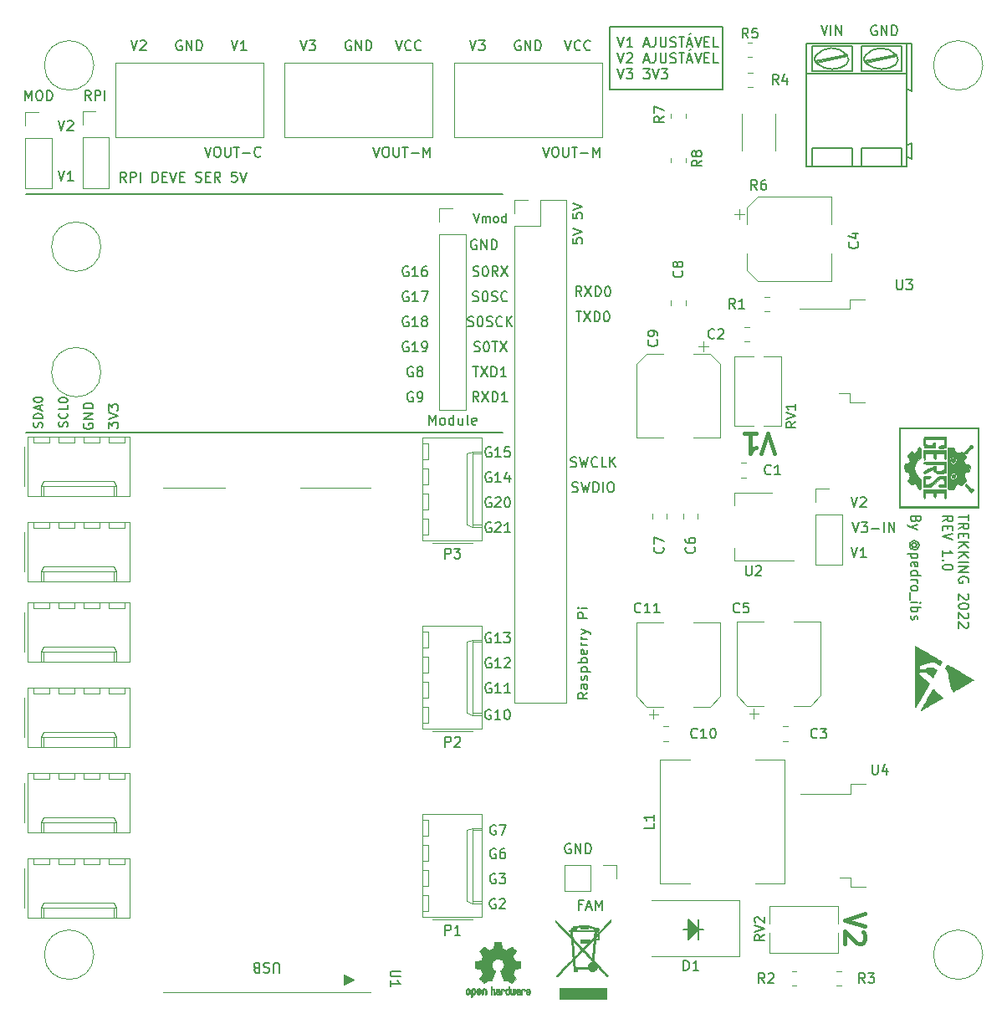
<source format=gbr>
%TF.GenerationSoftware,KiCad,Pcbnew,6.0.5*%
%TF.CreationDate,2022-06-21T11:31:32-03:00*%
%TF.ProjectId,trekking,7472656b-6b69-46e6-972e-6b696361645f,rev?*%
%TF.SameCoordinates,Original*%
%TF.FileFunction,Legend,Top*%
%TF.FilePolarity,Positive*%
%FSLAX46Y46*%
G04 Gerber Fmt 4.6, Leading zero omitted, Abs format (unit mm)*
G04 Created by KiCad (PCBNEW 6.0.5) date 2022-06-21 11:31:32*
%MOMM*%
%LPD*%
G01*
G04 APERTURE LIST*
%ADD10C,0.150000*%
%ADD11C,0.400000*%
%ADD12C,0.140000*%
%ADD13C,0.120000*%
%ADD14C,0.010000*%
%ADD15C,0.075000*%
G04 APERTURE END LIST*
D10*
X108712000Y-147428000D02*
X109220000Y-147428000D01*
X100330000Y-56115000D02*
X99695000Y-56115000D01*
X40640000Y-97155000D02*
X68580000Y-97155000D01*
X99695000Y-56115000D02*
X99695000Y-61830000D01*
X68580000Y-97155000D02*
X88265000Y-97155000D01*
X88265000Y-97155000D02*
X88900000Y-97155000D01*
X64770000Y-73025000D02*
X88900000Y-73025000D01*
X40640000Y-73025000D02*
X64770000Y-73025000D01*
X111125000Y-62465000D02*
X111125000Y-61830000D01*
G36*
X108712000Y-147428000D02*
G01*
X107696000Y-148444000D01*
X107696000Y-146412000D01*
X108712000Y-147428000D01*
G37*
X108712000Y-147428000D02*
X107696000Y-148444000D01*
X107696000Y-146412000D01*
X108712000Y-147428000D01*
X99695000Y-62465000D02*
X111125000Y-62465000D01*
X111125000Y-56115000D02*
X100330000Y-56115000D01*
X99695000Y-61830000D02*
X99695000Y-62465000D01*
X108712000Y-146412000D02*
X108712000Y-148444000D01*
X107696000Y-147428000D02*
X107188000Y-147428000D01*
X111125000Y-61830000D02*
X111125000Y-56115000D01*
X108712000Y-148444000D02*
X108712000Y-147428000D01*
X48982380Y-96723095D02*
X48982380Y-96104047D01*
X49363333Y-96437380D01*
X49363333Y-96294523D01*
X49410952Y-96199285D01*
X49458571Y-96151666D01*
X49553809Y-96104047D01*
X49791904Y-96104047D01*
X49887142Y-96151666D01*
X49934761Y-96199285D01*
X49982380Y-96294523D01*
X49982380Y-96580238D01*
X49934761Y-96675476D01*
X49887142Y-96723095D01*
X48982380Y-95818333D02*
X49982380Y-95485000D01*
X48982380Y-95151666D01*
X48982380Y-94913571D02*
X48982380Y-94294523D01*
X49363333Y-94627857D01*
X49363333Y-94485000D01*
X49410952Y-94389761D01*
X49458571Y-94342142D01*
X49553809Y-94294523D01*
X49791904Y-94294523D01*
X49887142Y-94342142D01*
X49934761Y-94389761D01*
X49982380Y-94485000D01*
X49982380Y-94770714D01*
X49934761Y-94865952D01*
X49887142Y-94913571D01*
X85891904Y-81284761D02*
X86034761Y-81332380D01*
X86272857Y-81332380D01*
X86368095Y-81284761D01*
X86415714Y-81237142D01*
X86463333Y-81141904D01*
X86463333Y-81046666D01*
X86415714Y-80951428D01*
X86368095Y-80903809D01*
X86272857Y-80856190D01*
X86082380Y-80808571D01*
X85987142Y-80760952D01*
X85939523Y-80713333D01*
X85891904Y-80618095D01*
X85891904Y-80522857D01*
X85939523Y-80427619D01*
X85987142Y-80380000D01*
X86082380Y-80332380D01*
X86320476Y-80332380D01*
X86463333Y-80380000D01*
X87082380Y-80332380D02*
X87177619Y-80332380D01*
X87272857Y-80380000D01*
X87320476Y-80427619D01*
X87368095Y-80522857D01*
X87415714Y-80713333D01*
X87415714Y-80951428D01*
X87368095Y-81141904D01*
X87320476Y-81237142D01*
X87272857Y-81284761D01*
X87177619Y-81332380D01*
X87082380Y-81332380D01*
X86987142Y-81284761D01*
X86939523Y-81237142D01*
X86891904Y-81141904D01*
X86844285Y-80951428D01*
X86844285Y-80713333D01*
X86891904Y-80522857D01*
X86939523Y-80427619D01*
X86987142Y-80380000D01*
X87082380Y-80332380D01*
X88415714Y-81332380D02*
X88082380Y-80856190D01*
X87844285Y-81332380D02*
X87844285Y-80332380D01*
X88225238Y-80332380D01*
X88320476Y-80380000D01*
X88368095Y-80427619D01*
X88415714Y-80522857D01*
X88415714Y-80665714D01*
X88368095Y-80760952D01*
X88320476Y-80808571D01*
X88225238Y-80856190D01*
X87844285Y-80856190D01*
X88749047Y-80332380D02*
X89415714Y-81332380D01*
X89415714Y-80332380D02*
X88749047Y-81332380D01*
X87683463Y-117464000D02*
X87588225Y-117416380D01*
X87445368Y-117416380D01*
X87302511Y-117464000D01*
X87207273Y-117559238D01*
X87159654Y-117654476D01*
X87112035Y-117844952D01*
X87112035Y-117987809D01*
X87159654Y-118178285D01*
X87207273Y-118273523D01*
X87302511Y-118368761D01*
X87445368Y-118416380D01*
X87540606Y-118416380D01*
X87683463Y-118368761D01*
X87731082Y-118321142D01*
X87731082Y-117987809D01*
X87540606Y-117987809D01*
X88683463Y-118416380D02*
X88112035Y-118416380D01*
X88397749Y-118416380D02*
X88397749Y-117416380D01*
X88302511Y-117559238D01*
X88207273Y-117654476D01*
X88112035Y-117702095D01*
X89016797Y-117416380D02*
X89635844Y-117416380D01*
X89302511Y-117797333D01*
X89445368Y-117797333D01*
X89540606Y-117844952D01*
X89588225Y-117892571D01*
X89635844Y-117987809D01*
X89635844Y-118225904D01*
X89588225Y-118321142D01*
X89540606Y-118368761D01*
X89445368Y-118416380D01*
X89159654Y-118416380D01*
X89064416Y-118368761D01*
X89016797Y-118321142D01*
X87701523Y-106288000D02*
X87606285Y-106240380D01*
X87463428Y-106240380D01*
X87320571Y-106288000D01*
X87225333Y-106383238D01*
X87177714Y-106478476D01*
X87130095Y-106668952D01*
X87130095Y-106811809D01*
X87177714Y-107002285D01*
X87225333Y-107097523D01*
X87320571Y-107192761D01*
X87463428Y-107240380D01*
X87558666Y-107240380D01*
X87701523Y-107192761D01*
X87749142Y-107145142D01*
X87749142Y-106811809D01*
X87558666Y-106811809D01*
X88130095Y-106335619D02*
X88177714Y-106288000D01*
X88272952Y-106240380D01*
X88511047Y-106240380D01*
X88606285Y-106288000D01*
X88653904Y-106335619D01*
X88701523Y-106430857D01*
X88701523Y-106526095D01*
X88653904Y-106668952D01*
X88082476Y-107240380D01*
X88701523Y-107240380D01*
X89653904Y-107240380D02*
X89082476Y-107240380D01*
X89368190Y-107240380D02*
X89368190Y-106240380D01*
X89272952Y-106383238D01*
X89177714Y-106478476D01*
X89082476Y-106526095D01*
X85873124Y-83824761D02*
X86015981Y-83872380D01*
X86254077Y-83872380D01*
X86349315Y-83824761D01*
X86396934Y-83777142D01*
X86444553Y-83681904D01*
X86444553Y-83586666D01*
X86396934Y-83491428D01*
X86349315Y-83443809D01*
X86254077Y-83396190D01*
X86063600Y-83348571D01*
X85968362Y-83300952D01*
X85920743Y-83253333D01*
X85873124Y-83158095D01*
X85873124Y-83062857D01*
X85920743Y-82967619D01*
X85968362Y-82920000D01*
X86063600Y-82872380D01*
X86301696Y-82872380D01*
X86444553Y-82920000D01*
X87063600Y-82872380D02*
X87158839Y-82872380D01*
X87254077Y-82920000D01*
X87301696Y-82967619D01*
X87349315Y-83062857D01*
X87396934Y-83253333D01*
X87396934Y-83491428D01*
X87349315Y-83681904D01*
X87301696Y-83777142D01*
X87254077Y-83824761D01*
X87158839Y-83872380D01*
X87063600Y-83872380D01*
X86968362Y-83824761D01*
X86920743Y-83777142D01*
X86873124Y-83681904D01*
X86825505Y-83491428D01*
X86825505Y-83253333D01*
X86873124Y-83062857D01*
X86920743Y-82967619D01*
X86968362Y-82920000D01*
X87063600Y-82872380D01*
X87777886Y-83824761D02*
X87920743Y-83872380D01*
X88158839Y-83872380D01*
X88254077Y-83824761D01*
X88301696Y-83777142D01*
X88349315Y-83681904D01*
X88349315Y-83586666D01*
X88301696Y-83491428D01*
X88254077Y-83443809D01*
X88158839Y-83396190D01*
X87968362Y-83348571D01*
X87873124Y-83300952D01*
X87825505Y-83253333D01*
X87777886Y-83158095D01*
X87777886Y-83062857D01*
X87825505Y-82967619D01*
X87873124Y-82920000D01*
X87968362Y-82872380D01*
X88206458Y-82872380D01*
X88349315Y-82920000D01*
X89349315Y-83777142D02*
X89301696Y-83824761D01*
X89158839Y-83872380D01*
X89063600Y-83872380D01*
X88920743Y-83824761D01*
X88825505Y-83729523D01*
X88777886Y-83634285D01*
X88730267Y-83443809D01*
X88730267Y-83300952D01*
X88777886Y-83110476D01*
X88825505Y-83015238D01*
X88920743Y-82920000D01*
X89063600Y-82872380D01*
X89158839Y-82872380D01*
X89301696Y-82920000D01*
X89349315Y-82967619D01*
X124301523Y-106240380D02*
X124634857Y-107240380D01*
X124968190Y-106240380D01*
X125206285Y-106240380D02*
X125825333Y-106240380D01*
X125492000Y-106621333D01*
X125634857Y-106621333D01*
X125730095Y-106668952D01*
X125777714Y-106716571D01*
X125825333Y-106811809D01*
X125825333Y-107049904D01*
X125777714Y-107145142D01*
X125730095Y-107192761D01*
X125634857Y-107240380D01*
X125349142Y-107240380D01*
X125253904Y-107192761D01*
X125206285Y-107145142D01*
X126253904Y-106859428D02*
X127015809Y-106859428D01*
X127492000Y-107240380D02*
X127492000Y-106240380D01*
X127968190Y-107240380D02*
X127968190Y-106240380D01*
X128539619Y-107240380D01*
X128539619Y-106240380D01*
X42274285Y-96625428D02*
X42317142Y-96496857D01*
X42317142Y-96282571D01*
X42274285Y-96196857D01*
X42231428Y-96154000D01*
X42145714Y-96111142D01*
X42060000Y-96111142D01*
X41974285Y-96154000D01*
X41931428Y-96196857D01*
X41888571Y-96282571D01*
X41845714Y-96454000D01*
X41802857Y-96539714D01*
X41760000Y-96582571D01*
X41674285Y-96625428D01*
X41588571Y-96625428D01*
X41502857Y-96582571D01*
X41460000Y-96539714D01*
X41417142Y-96454000D01*
X41417142Y-96239714D01*
X41460000Y-96111142D01*
X42317142Y-95725428D02*
X41417142Y-95725428D01*
X41417142Y-95511142D01*
X41460000Y-95382571D01*
X41545714Y-95296857D01*
X41631428Y-95254000D01*
X41802857Y-95211142D01*
X41931428Y-95211142D01*
X42102857Y-95254000D01*
X42188571Y-95296857D01*
X42274285Y-95382571D01*
X42317142Y-95511142D01*
X42317142Y-95725428D01*
X42060000Y-94868285D02*
X42060000Y-94439714D01*
X42317142Y-94954000D02*
X41417142Y-94654000D01*
X42317142Y-94354000D01*
X41417142Y-93882571D02*
X41417142Y-93796857D01*
X41460000Y-93711142D01*
X41502857Y-93668285D01*
X41588571Y-93625428D01*
X41760000Y-93582571D01*
X41974285Y-93582571D01*
X42145714Y-93625428D01*
X42231428Y-93668285D01*
X42274285Y-93711142D01*
X42317142Y-93796857D01*
X42317142Y-93882571D01*
X42274285Y-93968285D01*
X42231428Y-94011142D01*
X42145714Y-94054000D01*
X41974285Y-94096857D01*
X41760000Y-94096857D01*
X41588571Y-94054000D01*
X41502857Y-94011142D01*
X41460000Y-93968285D01*
X41417142Y-93882571D01*
X88177714Y-136910000D02*
X88082476Y-136862380D01*
X87939619Y-136862380D01*
X87796761Y-136910000D01*
X87701523Y-137005238D01*
X87653904Y-137100476D01*
X87606285Y-137290952D01*
X87606285Y-137433809D01*
X87653904Y-137624285D01*
X87701523Y-137719523D01*
X87796761Y-137814761D01*
X87939619Y-137862380D01*
X88034857Y-137862380D01*
X88177714Y-137814761D01*
X88225333Y-137767142D01*
X88225333Y-137433809D01*
X88034857Y-137433809D01*
X88558666Y-136862380D02*
X89225333Y-136862380D01*
X88796761Y-137862380D01*
X51260476Y-57472380D02*
X51593809Y-58472380D01*
X51927142Y-57472380D01*
X52212857Y-57567619D02*
X52260476Y-57520000D01*
X52355714Y-57472380D01*
X52593809Y-57472380D01*
X52689047Y-57520000D01*
X52736666Y-57567619D01*
X52784285Y-57662857D01*
X52784285Y-57758095D01*
X52736666Y-57900952D01*
X52165238Y-58472380D01*
X52784285Y-58472380D01*
X85368373Y-86364761D02*
X85511230Y-86412380D01*
X85749326Y-86412380D01*
X85844564Y-86364761D01*
X85892183Y-86317142D01*
X85939802Y-86221904D01*
X85939802Y-86126666D01*
X85892183Y-86031428D01*
X85844564Y-85983809D01*
X85749326Y-85936190D01*
X85558849Y-85888571D01*
X85463611Y-85840952D01*
X85415992Y-85793333D01*
X85368373Y-85698095D01*
X85368373Y-85602857D01*
X85415992Y-85507619D01*
X85463611Y-85460000D01*
X85558849Y-85412380D01*
X85796945Y-85412380D01*
X85939802Y-85460000D01*
X86558849Y-85412380D02*
X86654088Y-85412380D01*
X86749326Y-85460000D01*
X86796945Y-85507619D01*
X86844564Y-85602857D01*
X86892183Y-85793333D01*
X86892183Y-86031428D01*
X86844564Y-86221904D01*
X86796945Y-86317142D01*
X86749326Y-86364761D01*
X86654088Y-86412380D01*
X86558849Y-86412380D01*
X86463611Y-86364761D01*
X86415992Y-86317142D01*
X86368373Y-86221904D01*
X86320754Y-86031428D01*
X86320754Y-85793333D01*
X86368373Y-85602857D01*
X86415992Y-85507619D01*
X86463611Y-85460000D01*
X86558849Y-85412380D01*
X87273135Y-86364761D02*
X87415992Y-86412380D01*
X87654088Y-86412380D01*
X87749326Y-86364761D01*
X87796945Y-86317142D01*
X87844564Y-86221904D01*
X87844564Y-86126666D01*
X87796945Y-86031428D01*
X87749326Y-85983809D01*
X87654088Y-85936190D01*
X87463611Y-85888571D01*
X87368373Y-85840952D01*
X87320754Y-85793333D01*
X87273135Y-85698095D01*
X87273135Y-85602857D01*
X87320754Y-85507619D01*
X87368373Y-85460000D01*
X87463611Y-85412380D01*
X87701707Y-85412380D01*
X87844564Y-85460000D01*
X88844564Y-86317142D02*
X88796945Y-86364761D01*
X88654088Y-86412380D01*
X88558849Y-86412380D01*
X88415992Y-86364761D01*
X88320754Y-86269523D01*
X88273135Y-86174285D01*
X88225516Y-85983809D01*
X88225516Y-85840952D01*
X88273135Y-85650476D01*
X88320754Y-85555238D01*
X88415992Y-85460000D01*
X88558849Y-85412380D01*
X88654088Y-85412380D01*
X88796945Y-85460000D01*
X88844564Y-85507619D01*
X89273135Y-86412380D02*
X89273135Y-85412380D01*
X89844564Y-86412380D02*
X89415992Y-85840952D01*
X89844564Y-85412380D02*
X89273135Y-85983809D01*
X87701523Y-103748000D02*
X87606285Y-103700380D01*
X87463428Y-103700380D01*
X87320571Y-103748000D01*
X87225333Y-103843238D01*
X87177714Y-103938476D01*
X87130095Y-104128952D01*
X87130095Y-104271809D01*
X87177714Y-104462285D01*
X87225333Y-104557523D01*
X87320571Y-104652761D01*
X87463428Y-104700380D01*
X87558666Y-104700380D01*
X87701523Y-104652761D01*
X87749142Y-104605142D01*
X87749142Y-104271809D01*
X87558666Y-104271809D01*
X88130095Y-103795619D02*
X88177714Y-103748000D01*
X88272952Y-103700380D01*
X88511047Y-103700380D01*
X88606285Y-103748000D01*
X88653904Y-103795619D01*
X88701523Y-103890857D01*
X88701523Y-103986095D01*
X88653904Y-104128952D01*
X88082476Y-104700380D01*
X88701523Y-104700380D01*
X89320571Y-103700380D02*
X89415809Y-103700380D01*
X89511047Y-103748000D01*
X89558666Y-103795619D01*
X89606285Y-103890857D01*
X89653904Y-104081333D01*
X89653904Y-104319428D01*
X89606285Y-104509904D01*
X89558666Y-104605142D01*
X89511047Y-104652761D01*
X89415809Y-104700380D01*
X89320571Y-104700380D01*
X89225333Y-104652761D01*
X89177714Y-104605142D01*
X89130095Y-104509904D01*
X89082476Y-104319428D01*
X89082476Y-104081333D01*
X89130095Y-103890857D01*
X89177714Y-103795619D01*
X89225333Y-103748000D01*
X89320571Y-103700380D01*
X95972380Y-77514476D02*
X95972380Y-77990666D01*
X96448571Y-78038285D01*
X96400952Y-77990666D01*
X96353333Y-77895428D01*
X96353333Y-77657333D01*
X96400952Y-77562095D01*
X96448571Y-77514476D01*
X96543809Y-77466857D01*
X96781904Y-77466857D01*
X96877142Y-77514476D01*
X96924761Y-77562095D01*
X96972380Y-77657333D01*
X96972380Y-77895428D01*
X96924761Y-77990666D01*
X96877142Y-78038285D01*
X95972380Y-77181142D02*
X96972380Y-76847809D01*
X95972380Y-76514476D01*
X43894476Y-65600380D02*
X44227809Y-66600380D01*
X44561142Y-65600380D01*
X44846857Y-65695619D02*
X44894476Y-65648000D01*
X44989714Y-65600380D01*
X45227809Y-65600380D01*
X45323047Y-65648000D01*
X45370666Y-65695619D01*
X45418285Y-65790857D01*
X45418285Y-65886095D01*
X45370666Y-66028952D01*
X44799238Y-66600380D01*
X45418285Y-66600380D01*
X95972380Y-74974476D02*
X95972380Y-75450666D01*
X96448571Y-75498285D01*
X96400952Y-75450666D01*
X96353333Y-75355428D01*
X96353333Y-75117333D01*
X96400952Y-75022095D01*
X96448571Y-74974476D01*
X96543809Y-74926857D01*
X96781904Y-74926857D01*
X96877142Y-74974476D01*
X96924761Y-75022095D01*
X96972380Y-75117333D01*
X96972380Y-75355428D01*
X96924761Y-75450666D01*
X96877142Y-75498285D01*
X95972380Y-74641142D02*
X96972380Y-74307809D01*
X95972380Y-73974476D01*
X79795714Y-93080000D02*
X79700476Y-93032380D01*
X79557619Y-93032380D01*
X79414761Y-93080000D01*
X79319523Y-93175238D01*
X79271904Y-93270476D01*
X79224285Y-93460952D01*
X79224285Y-93603809D01*
X79271904Y-93794285D01*
X79319523Y-93889523D01*
X79414761Y-93984761D01*
X79557619Y-94032380D01*
X79652857Y-94032380D01*
X79795714Y-93984761D01*
X79843333Y-93937142D01*
X79843333Y-93603809D01*
X79652857Y-93603809D01*
X80319523Y-94032380D02*
X80510000Y-94032380D01*
X80605238Y-93984761D01*
X80652857Y-93937142D01*
X80748095Y-93794285D01*
X80795714Y-93603809D01*
X80795714Y-93222857D01*
X80748095Y-93127619D01*
X80700476Y-93080000D01*
X80605238Y-93032380D01*
X80414761Y-93032380D01*
X80319523Y-93080000D01*
X80271904Y-93127619D01*
X80224285Y-93222857D01*
X80224285Y-93460952D01*
X80271904Y-93556190D01*
X80319523Y-93603809D01*
X80414761Y-93651428D01*
X80605238Y-93651428D01*
X80700476Y-93603809D01*
X80748095Y-93556190D01*
X80795714Y-93460952D01*
X47196428Y-63552380D02*
X46863095Y-63076190D01*
X46625000Y-63552380D02*
X46625000Y-62552380D01*
X47005952Y-62552380D01*
X47101190Y-62600000D01*
X47148809Y-62647619D01*
X47196428Y-62742857D01*
X47196428Y-62885714D01*
X47148809Y-62980952D01*
X47101190Y-63028571D01*
X47005952Y-63076190D01*
X46625000Y-63076190D01*
X47625000Y-63552380D02*
X47625000Y-62552380D01*
X48005952Y-62552380D01*
X48101190Y-62600000D01*
X48148809Y-62647619D01*
X48196428Y-62742857D01*
X48196428Y-62885714D01*
X48148809Y-62980952D01*
X48101190Y-63028571D01*
X48005952Y-63076190D01*
X47625000Y-63076190D01*
X48625000Y-63552380D02*
X48625000Y-62552380D01*
X56388095Y-57520000D02*
X56292857Y-57472380D01*
X56150000Y-57472380D01*
X56007142Y-57520000D01*
X55911904Y-57615238D01*
X55864285Y-57710476D01*
X55816666Y-57900952D01*
X55816666Y-58043809D01*
X55864285Y-58234285D01*
X55911904Y-58329523D01*
X56007142Y-58424761D01*
X56150000Y-58472380D01*
X56245238Y-58472380D01*
X56388095Y-58424761D01*
X56435714Y-58377142D01*
X56435714Y-58043809D01*
X56245238Y-58043809D01*
X56864285Y-58472380D02*
X56864285Y-57472380D01*
X57435714Y-58472380D01*
X57435714Y-57472380D01*
X57911904Y-58472380D02*
X57911904Y-57472380D01*
X58150000Y-57472380D01*
X58292857Y-57520000D01*
X58388095Y-57615238D01*
X58435714Y-57710476D01*
X58483333Y-57900952D01*
X58483333Y-58043809D01*
X58435714Y-58234285D01*
X58388095Y-58329523D01*
X58292857Y-58424761D01*
X58150000Y-58472380D01*
X57911904Y-58472380D01*
X87701523Y-98668000D02*
X87606285Y-98620380D01*
X87463428Y-98620380D01*
X87320571Y-98668000D01*
X87225333Y-98763238D01*
X87177714Y-98858476D01*
X87130095Y-99048952D01*
X87130095Y-99191809D01*
X87177714Y-99382285D01*
X87225333Y-99477523D01*
X87320571Y-99572761D01*
X87463428Y-99620380D01*
X87558666Y-99620380D01*
X87701523Y-99572761D01*
X87749142Y-99525142D01*
X87749142Y-99191809D01*
X87558666Y-99191809D01*
X88701523Y-99620380D02*
X88130095Y-99620380D01*
X88415809Y-99620380D02*
X88415809Y-98620380D01*
X88320571Y-98763238D01*
X88225333Y-98858476D01*
X88130095Y-98906095D01*
X89606285Y-98620380D02*
X89130095Y-98620380D01*
X89082476Y-99096571D01*
X89130095Y-99048952D01*
X89225333Y-99001333D01*
X89463428Y-99001333D01*
X89558666Y-99048952D01*
X89606285Y-99096571D01*
X89653904Y-99191809D01*
X89653904Y-99429904D01*
X89606285Y-99525142D01*
X89558666Y-99572761D01*
X89463428Y-99620380D01*
X89225333Y-99620380D01*
X89130095Y-99572761D01*
X89082476Y-99525142D01*
X95924952Y-103128761D02*
X96067809Y-103176380D01*
X96305904Y-103176380D01*
X96401142Y-103128761D01*
X96448761Y-103081142D01*
X96496380Y-102985904D01*
X96496380Y-102890666D01*
X96448761Y-102795428D01*
X96401142Y-102747809D01*
X96305904Y-102700190D01*
X96115428Y-102652571D01*
X96020190Y-102604952D01*
X95972571Y-102557333D01*
X95924952Y-102462095D01*
X95924952Y-102366857D01*
X95972571Y-102271619D01*
X96020190Y-102224000D01*
X96115428Y-102176380D01*
X96353523Y-102176380D01*
X96496380Y-102224000D01*
X96829714Y-102176380D02*
X97067809Y-103176380D01*
X97258285Y-102462095D01*
X97448761Y-103176380D01*
X97686857Y-102176380D01*
X98067809Y-103176380D02*
X98067809Y-102176380D01*
X98305904Y-102176380D01*
X98448761Y-102224000D01*
X98544000Y-102319238D01*
X98591619Y-102414476D01*
X98639238Y-102604952D01*
X98639238Y-102747809D01*
X98591619Y-102938285D01*
X98544000Y-103033523D01*
X98448761Y-103128761D01*
X98305904Y-103176380D01*
X98067809Y-103176380D01*
X99067809Y-103176380D02*
X99067809Y-102176380D01*
X99734476Y-102176380D02*
X99924952Y-102176380D01*
X100020190Y-102224000D01*
X100115428Y-102319238D01*
X100163047Y-102509714D01*
X100163047Y-102843047D01*
X100115428Y-103033523D01*
X100020190Y-103128761D01*
X99924952Y-103176380D01*
X99734476Y-103176380D01*
X99639238Y-103128761D01*
X99544000Y-103033523D01*
X99496380Y-102843047D01*
X99496380Y-102509714D01*
X99544000Y-102319238D01*
X99639238Y-102224000D01*
X99734476Y-102176380D01*
X68405476Y-57472380D02*
X68738809Y-58472380D01*
X69072142Y-57472380D01*
X69310238Y-57472380D02*
X69929285Y-57472380D01*
X69595952Y-57853333D01*
X69738809Y-57853333D01*
X69834047Y-57900952D01*
X69881666Y-57948571D01*
X69929285Y-58043809D01*
X69929285Y-58281904D01*
X69881666Y-58377142D01*
X69834047Y-58424761D01*
X69738809Y-58472380D01*
X69453095Y-58472380D01*
X69357857Y-58424761D01*
X69310238Y-58377142D01*
X79319523Y-85460000D02*
X79224285Y-85412380D01*
X79081428Y-85412380D01*
X78938571Y-85460000D01*
X78843333Y-85555238D01*
X78795714Y-85650476D01*
X78748095Y-85840952D01*
X78748095Y-85983809D01*
X78795714Y-86174285D01*
X78843333Y-86269523D01*
X78938571Y-86364761D01*
X79081428Y-86412380D01*
X79176666Y-86412380D01*
X79319523Y-86364761D01*
X79367142Y-86317142D01*
X79367142Y-85983809D01*
X79176666Y-85983809D01*
X80319523Y-86412380D02*
X79748095Y-86412380D01*
X80033809Y-86412380D02*
X80033809Y-85412380D01*
X79938571Y-85555238D01*
X79843333Y-85650476D01*
X79748095Y-85698095D01*
X80890952Y-85840952D02*
X80795714Y-85793333D01*
X80748095Y-85745714D01*
X80700476Y-85650476D01*
X80700476Y-85602857D01*
X80748095Y-85507619D01*
X80795714Y-85460000D01*
X80890952Y-85412380D01*
X81081428Y-85412380D01*
X81176666Y-85460000D01*
X81224285Y-85507619D01*
X81271904Y-85602857D01*
X81271904Y-85650476D01*
X81224285Y-85745714D01*
X81176666Y-85793333D01*
X81081428Y-85840952D01*
X80890952Y-85840952D01*
X80795714Y-85888571D01*
X80748095Y-85936190D01*
X80700476Y-86031428D01*
X80700476Y-86221904D01*
X80748095Y-86317142D01*
X80795714Y-86364761D01*
X80890952Y-86412380D01*
X81081428Y-86412380D01*
X81176666Y-86364761D01*
X81224285Y-86317142D01*
X81271904Y-86221904D01*
X81271904Y-86031428D01*
X81224285Y-85936190D01*
X81176666Y-85888571D01*
X81081428Y-85840952D01*
X87668320Y-125230000D02*
X87573082Y-125182380D01*
X87430225Y-125182380D01*
X87287368Y-125230000D01*
X87192130Y-125325238D01*
X87144511Y-125420476D01*
X87096892Y-125610952D01*
X87096892Y-125753809D01*
X87144511Y-125944285D01*
X87192130Y-126039523D01*
X87287368Y-126134761D01*
X87430225Y-126182380D01*
X87525463Y-126182380D01*
X87668320Y-126134761D01*
X87715939Y-126087142D01*
X87715939Y-125753809D01*
X87525463Y-125753809D01*
X88668320Y-126182380D02*
X88096892Y-126182380D01*
X88382606Y-126182380D02*
X88382606Y-125182380D01*
X88287368Y-125325238D01*
X88192130Y-125420476D01*
X88096892Y-125468095D01*
X89287368Y-125182380D02*
X89382606Y-125182380D01*
X89477844Y-125230000D01*
X89525463Y-125277619D01*
X89573082Y-125372857D01*
X89620701Y-125563333D01*
X89620701Y-125801428D01*
X89573082Y-125991904D01*
X89525463Y-126087142D01*
X89477844Y-126134761D01*
X89382606Y-126182380D01*
X89287368Y-126182380D01*
X89192130Y-126134761D01*
X89144511Y-126087142D01*
X89096892Y-125991904D01*
X89049273Y-125801428D01*
X89049273Y-125563333D01*
X89096892Y-125372857D01*
X89144511Y-125277619D01*
X89192130Y-125230000D01*
X89287368Y-125182380D01*
X136058619Y-105456738D02*
X136058619Y-106028166D01*
X135058619Y-105742452D02*
X136058619Y-105742452D01*
X135058619Y-106932928D02*
X135534809Y-106599595D01*
X135058619Y-106361500D02*
X136058619Y-106361500D01*
X136058619Y-106742452D01*
X136011000Y-106837690D01*
X135963380Y-106885309D01*
X135868142Y-106932928D01*
X135725285Y-106932928D01*
X135630047Y-106885309D01*
X135582428Y-106837690D01*
X135534809Y-106742452D01*
X135534809Y-106361500D01*
X135582428Y-107361500D02*
X135582428Y-107694833D01*
X135058619Y-107837690D02*
X135058619Y-107361500D01*
X136058619Y-107361500D01*
X136058619Y-107837690D01*
X135058619Y-108266261D02*
X136058619Y-108266261D01*
X135058619Y-108837690D02*
X135630047Y-108409119D01*
X136058619Y-108837690D02*
X135487190Y-108266261D01*
X135058619Y-109266261D02*
X136058619Y-109266261D01*
X135058619Y-109837690D02*
X135630047Y-109409119D01*
X136058619Y-109837690D02*
X135487190Y-109266261D01*
X135058619Y-110266261D02*
X136058619Y-110266261D01*
X135058619Y-110742452D02*
X136058619Y-110742452D01*
X135058619Y-111313880D01*
X136058619Y-111313880D01*
X136011000Y-112313880D02*
X136058619Y-112218642D01*
X136058619Y-112075785D01*
X136011000Y-111932928D01*
X135915761Y-111837690D01*
X135820523Y-111790071D01*
X135630047Y-111742452D01*
X135487190Y-111742452D01*
X135296714Y-111790071D01*
X135201476Y-111837690D01*
X135106238Y-111932928D01*
X135058619Y-112075785D01*
X135058619Y-112171023D01*
X135106238Y-112313880D01*
X135153857Y-112361500D01*
X135487190Y-112361500D01*
X135487190Y-112171023D01*
X135963380Y-113504357D02*
X136011000Y-113551976D01*
X136058619Y-113647214D01*
X136058619Y-113885309D01*
X136011000Y-113980547D01*
X135963380Y-114028166D01*
X135868142Y-114075785D01*
X135772904Y-114075785D01*
X135630047Y-114028166D01*
X135058619Y-113456738D01*
X135058619Y-114075785D01*
X136058619Y-114694833D02*
X136058619Y-114790071D01*
X136011000Y-114885309D01*
X135963380Y-114932928D01*
X135868142Y-114980547D01*
X135677666Y-115028166D01*
X135439571Y-115028166D01*
X135249095Y-114980547D01*
X135153857Y-114932928D01*
X135106238Y-114885309D01*
X135058619Y-114790071D01*
X135058619Y-114694833D01*
X135106238Y-114599595D01*
X135153857Y-114551976D01*
X135249095Y-114504357D01*
X135439571Y-114456738D01*
X135677666Y-114456738D01*
X135868142Y-114504357D01*
X135963380Y-114551976D01*
X136011000Y-114599595D01*
X136058619Y-114694833D01*
X135963380Y-115409119D02*
X136011000Y-115456738D01*
X136058619Y-115551976D01*
X136058619Y-115790071D01*
X136011000Y-115885309D01*
X135963380Y-115932928D01*
X135868142Y-115980547D01*
X135772904Y-115980547D01*
X135630047Y-115932928D01*
X135058619Y-115361500D01*
X135058619Y-115980547D01*
X135963380Y-116361500D02*
X136011000Y-116409119D01*
X136058619Y-116504357D01*
X136058619Y-116742452D01*
X136011000Y-116837690D01*
X135963380Y-116885309D01*
X135868142Y-116932928D01*
X135772904Y-116932928D01*
X135630047Y-116885309D01*
X135058619Y-116313880D01*
X135058619Y-116932928D01*
X133448619Y-106171023D02*
X133924809Y-105837690D01*
X133448619Y-105599595D02*
X134448619Y-105599595D01*
X134448619Y-105980547D01*
X134401000Y-106075785D01*
X134353380Y-106123404D01*
X134258142Y-106171023D01*
X134115285Y-106171023D01*
X134020047Y-106123404D01*
X133972428Y-106075785D01*
X133924809Y-105980547D01*
X133924809Y-105599595D01*
X133972428Y-106599595D02*
X133972428Y-106932928D01*
X133448619Y-107075785D02*
X133448619Y-106599595D01*
X134448619Y-106599595D01*
X134448619Y-107075785D01*
X134448619Y-107361500D02*
X133448619Y-107694833D01*
X134448619Y-108028166D01*
X133448619Y-109647214D02*
X133448619Y-109075785D01*
X133448619Y-109361500D02*
X134448619Y-109361500D01*
X134305761Y-109266261D01*
X134210523Y-109171023D01*
X134162904Y-109075785D01*
X133543857Y-110075785D02*
X133496238Y-110123404D01*
X133448619Y-110075785D01*
X133496238Y-110028166D01*
X133543857Y-110075785D01*
X133448619Y-110075785D01*
X134448619Y-110742452D02*
X134448619Y-110837690D01*
X134401000Y-110932928D01*
X134353380Y-110980547D01*
X134258142Y-111028166D01*
X134067666Y-111075785D01*
X133829571Y-111075785D01*
X133639095Y-111028166D01*
X133543857Y-110980547D01*
X133496238Y-110932928D01*
X133448619Y-110837690D01*
X133448619Y-110742452D01*
X133496238Y-110647214D01*
X133543857Y-110599595D01*
X133639095Y-110551976D01*
X133829571Y-110504357D01*
X134067666Y-110504357D01*
X134258142Y-110551976D01*
X134353380Y-110599595D01*
X134401000Y-110647214D01*
X134448619Y-110742452D01*
X130752428Y-105932928D02*
X130704809Y-106075785D01*
X130657190Y-106123404D01*
X130561952Y-106171023D01*
X130419095Y-106171023D01*
X130323857Y-106123404D01*
X130276238Y-106075785D01*
X130228619Y-105980547D01*
X130228619Y-105599595D01*
X131228619Y-105599595D01*
X131228619Y-105932928D01*
X131181000Y-106028166D01*
X131133380Y-106075785D01*
X131038142Y-106123404D01*
X130942904Y-106123404D01*
X130847666Y-106075785D01*
X130800047Y-106028166D01*
X130752428Y-105932928D01*
X130752428Y-105599595D01*
X130895285Y-106504357D02*
X130228619Y-106742452D01*
X130895285Y-106980547D02*
X130228619Y-106742452D01*
X129990523Y-106647214D01*
X129942904Y-106599595D01*
X129895285Y-106504357D01*
X130704809Y-108742452D02*
X130752428Y-108694833D01*
X130800047Y-108599595D01*
X130800047Y-108504357D01*
X130752428Y-108409119D01*
X130704809Y-108361500D01*
X130609571Y-108313880D01*
X130514333Y-108313880D01*
X130419095Y-108361500D01*
X130371476Y-108409119D01*
X130323857Y-108504357D01*
X130323857Y-108599595D01*
X130371476Y-108694833D01*
X130419095Y-108742452D01*
X130800047Y-108742452D02*
X130419095Y-108742452D01*
X130371476Y-108790071D01*
X130371476Y-108837690D01*
X130419095Y-108932928D01*
X130514333Y-108980547D01*
X130752428Y-108980547D01*
X130895285Y-108885309D01*
X130990523Y-108742452D01*
X131038142Y-108551976D01*
X130990523Y-108361500D01*
X130895285Y-108218642D01*
X130752428Y-108123404D01*
X130561952Y-108075785D01*
X130371476Y-108123404D01*
X130228619Y-108218642D01*
X130133380Y-108361500D01*
X130085761Y-108551976D01*
X130133380Y-108742452D01*
X130228619Y-108885309D01*
X130895285Y-109409119D02*
X129895285Y-109409119D01*
X130847666Y-109409119D02*
X130895285Y-109504357D01*
X130895285Y-109694833D01*
X130847666Y-109790071D01*
X130800047Y-109837690D01*
X130704809Y-109885309D01*
X130419095Y-109885309D01*
X130323857Y-109837690D01*
X130276238Y-109790071D01*
X130228619Y-109694833D01*
X130228619Y-109504357D01*
X130276238Y-109409119D01*
X130276238Y-110694833D02*
X130228619Y-110599595D01*
X130228619Y-110409119D01*
X130276238Y-110313880D01*
X130371476Y-110266261D01*
X130752428Y-110266261D01*
X130847666Y-110313880D01*
X130895285Y-110409119D01*
X130895285Y-110599595D01*
X130847666Y-110694833D01*
X130752428Y-110742452D01*
X130657190Y-110742452D01*
X130561952Y-110266261D01*
X130228619Y-111599595D02*
X131228619Y-111599595D01*
X130276238Y-111599595D02*
X130228619Y-111504357D01*
X130228619Y-111313880D01*
X130276238Y-111218642D01*
X130323857Y-111171023D01*
X130419095Y-111123404D01*
X130704809Y-111123404D01*
X130800047Y-111171023D01*
X130847666Y-111218642D01*
X130895285Y-111313880D01*
X130895285Y-111504357D01*
X130847666Y-111599595D01*
X130228619Y-112075785D02*
X130895285Y-112075785D01*
X130704809Y-112075785D02*
X130800047Y-112123404D01*
X130847666Y-112171023D01*
X130895285Y-112266261D01*
X130895285Y-112361500D01*
X130228619Y-112837690D02*
X130276238Y-112742452D01*
X130323857Y-112694833D01*
X130419095Y-112647214D01*
X130704809Y-112647214D01*
X130800047Y-112694833D01*
X130847666Y-112742452D01*
X130895285Y-112837690D01*
X130895285Y-112980547D01*
X130847666Y-113075785D01*
X130800047Y-113123404D01*
X130704809Y-113171023D01*
X130419095Y-113171023D01*
X130323857Y-113123404D01*
X130276238Y-113075785D01*
X130228619Y-112980547D01*
X130228619Y-112837690D01*
X130133380Y-113361500D02*
X130133380Y-114123404D01*
X130228619Y-114361500D02*
X130895285Y-114361500D01*
X131228619Y-114361500D02*
X131181000Y-114313880D01*
X131133380Y-114361500D01*
X131181000Y-114409119D01*
X131228619Y-114361500D01*
X131133380Y-114361500D01*
X130228619Y-114837690D02*
X131228619Y-114837690D01*
X130847666Y-114837690D02*
X130895285Y-114932928D01*
X130895285Y-115123404D01*
X130847666Y-115218642D01*
X130800047Y-115266261D01*
X130704809Y-115313880D01*
X130419095Y-115313880D01*
X130323857Y-115266261D01*
X130276238Y-115218642D01*
X130228619Y-115123404D01*
X130228619Y-114932928D01*
X130276238Y-114837690D01*
X130276238Y-115694833D02*
X130228619Y-115790071D01*
X130228619Y-115980547D01*
X130276238Y-116075785D01*
X130371476Y-116123404D01*
X130419095Y-116123404D01*
X130514333Y-116075785D01*
X130561952Y-115980547D01*
X130561952Y-115837690D01*
X130609571Y-115742452D01*
X130704809Y-115694833D01*
X130752428Y-115694833D01*
X130847666Y-115742452D01*
X130895285Y-115837690D01*
X130895285Y-115980547D01*
X130847666Y-116075785D01*
X86010952Y-88904761D02*
X86153809Y-88952380D01*
X86391904Y-88952380D01*
X86487142Y-88904761D01*
X86534761Y-88857142D01*
X86582380Y-88761904D01*
X86582380Y-88666666D01*
X86534761Y-88571428D01*
X86487142Y-88523809D01*
X86391904Y-88476190D01*
X86201428Y-88428571D01*
X86106190Y-88380952D01*
X86058571Y-88333333D01*
X86010952Y-88238095D01*
X86010952Y-88142857D01*
X86058571Y-88047619D01*
X86106190Y-88000000D01*
X86201428Y-87952380D01*
X86439523Y-87952380D01*
X86582380Y-88000000D01*
X87201428Y-87952380D02*
X87296666Y-87952380D01*
X87391904Y-88000000D01*
X87439523Y-88047619D01*
X87487142Y-88142857D01*
X87534761Y-88333333D01*
X87534761Y-88571428D01*
X87487142Y-88761904D01*
X87439523Y-88857142D01*
X87391904Y-88904761D01*
X87296666Y-88952380D01*
X87201428Y-88952380D01*
X87106190Y-88904761D01*
X87058571Y-88857142D01*
X87010952Y-88761904D01*
X86963333Y-88571428D01*
X86963333Y-88333333D01*
X87010952Y-88142857D01*
X87058571Y-88047619D01*
X87106190Y-88000000D01*
X87201428Y-87952380D01*
X87820476Y-87952380D02*
X88391904Y-87952380D01*
X88106190Y-88952380D02*
X88106190Y-87952380D01*
X88630000Y-87952380D02*
X89296666Y-88952380D01*
X89296666Y-87952380D02*
X88630000Y-88952380D01*
X79319523Y-82920000D02*
X79224285Y-82872380D01*
X79081428Y-82872380D01*
X78938571Y-82920000D01*
X78843333Y-83015238D01*
X78795714Y-83110476D01*
X78748095Y-83300952D01*
X78748095Y-83443809D01*
X78795714Y-83634285D01*
X78843333Y-83729523D01*
X78938571Y-83824761D01*
X79081428Y-83872380D01*
X79176666Y-83872380D01*
X79319523Y-83824761D01*
X79367142Y-83777142D01*
X79367142Y-83443809D01*
X79176666Y-83443809D01*
X80319523Y-83872380D02*
X79748095Y-83872380D01*
X80033809Y-83872380D02*
X80033809Y-82872380D01*
X79938571Y-83015238D01*
X79843333Y-83110476D01*
X79748095Y-83158095D01*
X80652857Y-82872380D02*
X81319523Y-82872380D01*
X80890952Y-83872380D01*
X95186666Y-57472380D02*
X95520000Y-58472380D01*
X95853333Y-57472380D01*
X96758095Y-58377142D02*
X96710476Y-58424761D01*
X96567619Y-58472380D01*
X96472380Y-58472380D01*
X96329523Y-58424761D01*
X96234285Y-58329523D01*
X96186666Y-58234285D01*
X96139047Y-58043809D01*
X96139047Y-57900952D01*
X96186666Y-57710476D01*
X96234285Y-57615238D01*
X96329523Y-57520000D01*
X96472380Y-57472380D01*
X96567619Y-57472380D01*
X96710476Y-57520000D01*
X96758095Y-57567619D01*
X97758095Y-58377142D02*
X97710476Y-58424761D01*
X97567619Y-58472380D01*
X97472380Y-58472380D01*
X97329523Y-58424761D01*
X97234285Y-58329523D01*
X97186666Y-58234285D01*
X97139047Y-58043809D01*
X97139047Y-57900952D01*
X97186666Y-57710476D01*
X97234285Y-57615238D01*
X97329523Y-57520000D01*
X97472380Y-57472380D01*
X97567619Y-57472380D01*
X97710476Y-57520000D01*
X97758095Y-57567619D01*
X124158476Y-103700380D02*
X124491809Y-104700380D01*
X124825142Y-103700380D01*
X125110857Y-103795619D02*
X125158476Y-103748000D01*
X125253714Y-103700380D01*
X125491809Y-103700380D01*
X125587047Y-103748000D01*
X125634666Y-103795619D01*
X125682285Y-103890857D01*
X125682285Y-103986095D01*
X125634666Y-104128952D01*
X125063238Y-104700380D01*
X125682285Y-104700380D01*
X124158476Y-108780380D02*
X124491809Y-109780380D01*
X124825142Y-108780380D01*
X125682285Y-109780380D02*
X125110857Y-109780380D01*
X125396571Y-109780380D02*
X125396571Y-108780380D01*
X125301333Y-108923238D01*
X125206095Y-109018476D01*
X125110857Y-109066095D01*
X96305904Y-84904380D02*
X96877333Y-84904380D01*
X96591619Y-85904380D02*
X96591619Y-84904380D01*
X97115428Y-84904380D02*
X97782095Y-85904380D01*
X97782095Y-84904380D02*
X97115428Y-85904380D01*
X98163047Y-85904380D02*
X98163047Y-84904380D01*
X98401142Y-84904380D01*
X98544000Y-84952000D01*
X98639238Y-85047238D01*
X98686857Y-85142476D01*
X98734476Y-85332952D01*
X98734476Y-85475809D01*
X98686857Y-85666285D01*
X98639238Y-85761523D01*
X98544000Y-85856761D01*
X98401142Y-85904380D01*
X98163047Y-85904380D01*
X99353523Y-84904380D02*
X99448761Y-84904380D01*
X99544000Y-84952000D01*
X99591619Y-84999619D01*
X99639238Y-85094857D01*
X99686857Y-85285333D01*
X99686857Y-85523428D01*
X99639238Y-85713904D01*
X99591619Y-85809142D01*
X99544000Y-85856761D01*
X99448761Y-85904380D01*
X99353523Y-85904380D01*
X99258285Y-85856761D01*
X99210666Y-85809142D01*
X99163047Y-85713904D01*
X99115428Y-85523428D01*
X99115428Y-85285333D01*
X99163047Y-85094857D01*
X99210666Y-84999619D01*
X99258285Y-84952000D01*
X99353523Y-84904380D01*
X86233095Y-77670000D02*
X86137857Y-77622380D01*
X85995000Y-77622380D01*
X85852142Y-77670000D01*
X85756904Y-77765238D01*
X85709285Y-77860476D01*
X85661666Y-78050952D01*
X85661666Y-78193809D01*
X85709285Y-78384285D01*
X85756904Y-78479523D01*
X85852142Y-78574761D01*
X85995000Y-78622380D01*
X86090238Y-78622380D01*
X86233095Y-78574761D01*
X86280714Y-78527142D01*
X86280714Y-78193809D01*
X86090238Y-78193809D01*
X86709285Y-78622380D02*
X86709285Y-77622380D01*
X87280714Y-78622380D01*
X87280714Y-77622380D01*
X87756904Y-78622380D02*
X87756904Y-77622380D01*
X87995000Y-77622380D01*
X88137857Y-77670000D01*
X88233095Y-77765238D01*
X88280714Y-77860476D01*
X88328333Y-78050952D01*
X88328333Y-78193809D01*
X88280714Y-78384285D01*
X88233095Y-78479523D01*
X88137857Y-78574761D01*
X87995000Y-78622380D01*
X87756904Y-78622380D01*
X79319523Y-80380000D02*
X79224285Y-80332380D01*
X79081428Y-80332380D01*
X78938571Y-80380000D01*
X78843333Y-80475238D01*
X78795714Y-80570476D01*
X78748095Y-80760952D01*
X78748095Y-80903809D01*
X78795714Y-81094285D01*
X78843333Y-81189523D01*
X78938571Y-81284761D01*
X79081428Y-81332380D01*
X79176666Y-81332380D01*
X79319523Y-81284761D01*
X79367142Y-81237142D01*
X79367142Y-80903809D01*
X79176666Y-80903809D01*
X80319523Y-81332380D02*
X79748095Y-81332380D01*
X80033809Y-81332380D02*
X80033809Y-80332380D01*
X79938571Y-80475238D01*
X79843333Y-80570476D01*
X79748095Y-80618095D01*
X81176666Y-80332380D02*
X80986190Y-80332380D01*
X80890952Y-80380000D01*
X80843333Y-80427619D01*
X80748095Y-80570476D01*
X80700476Y-80760952D01*
X80700476Y-81141904D01*
X80748095Y-81237142D01*
X80795714Y-81284761D01*
X80890952Y-81332380D01*
X81081428Y-81332380D01*
X81176666Y-81284761D01*
X81224285Y-81237142D01*
X81271904Y-81141904D01*
X81271904Y-80903809D01*
X81224285Y-80808571D01*
X81176666Y-80760952D01*
X81081428Y-80713333D01*
X80890952Y-80713333D01*
X80795714Y-80760952D01*
X80748095Y-80808571D01*
X80700476Y-80903809D01*
X95758095Y-138800000D02*
X95662857Y-138752380D01*
X95520000Y-138752380D01*
X95377142Y-138800000D01*
X95281904Y-138895238D01*
X95234285Y-138990476D01*
X95186666Y-139180952D01*
X95186666Y-139323809D01*
X95234285Y-139514285D01*
X95281904Y-139609523D01*
X95377142Y-139704761D01*
X95520000Y-139752380D01*
X95615238Y-139752380D01*
X95758095Y-139704761D01*
X95805714Y-139657142D01*
X95805714Y-139323809D01*
X95615238Y-139323809D01*
X96234285Y-139752380D02*
X96234285Y-138752380D01*
X96805714Y-139752380D01*
X96805714Y-138752380D01*
X97281904Y-139752380D02*
X97281904Y-138752380D01*
X97520000Y-138752380D01*
X97662857Y-138800000D01*
X97758095Y-138895238D01*
X97805714Y-138990476D01*
X97853333Y-139180952D01*
X97853333Y-139323809D01*
X97805714Y-139514285D01*
X97758095Y-139609523D01*
X97662857Y-139704761D01*
X97520000Y-139752380D01*
X97281904Y-139752380D01*
X86471877Y-94032380D02*
X86138544Y-93556190D01*
X85900449Y-94032380D02*
X85900449Y-93032380D01*
X86281401Y-93032380D01*
X86376639Y-93080000D01*
X86424258Y-93127619D01*
X86471877Y-93222857D01*
X86471877Y-93365714D01*
X86424258Y-93460952D01*
X86376639Y-93508571D01*
X86281401Y-93556190D01*
X85900449Y-93556190D01*
X86805211Y-93032380D02*
X87471877Y-94032380D01*
X87471877Y-93032380D02*
X86805211Y-94032380D01*
X87852830Y-94032380D02*
X87852830Y-93032380D01*
X88090925Y-93032380D01*
X88233782Y-93080000D01*
X88329020Y-93175238D01*
X88376639Y-93270476D01*
X88424258Y-93460952D01*
X88424258Y-93603809D01*
X88376639Y-93794285D01*
X88329020Y-93889523D01*
X88233782Y-93984761D01*
X88090925Y-94032380D01*
X87852830Y-94032380D01*
X89376639Y-94032380D02*
X88805211Y-94032380D01*
X89090925Y-94032380D02*
X89090925Y-93032380D01*
X88995687Y-93175238D01*
X88900449Y-93270476D01*
X88805211Y-93318095D01*
X79319523Y-88000000D02*
X79224285Y-87952380D01*
X79081428Y-87952380D01*
X78938571Y-88000000D01*
X78843333Y-88095238D01*
X78795714Y-88190476D01*
X78748095Y-88380952D01*
X78748095Y-88523809D01*
X78795714Y-88714285D01*
X78843333Y-88809523D01*
X78938571Y-88904761D01*
X79081428Y-88952380D01*
X79176666Y-88952380D01*
X79319523Y-88904761D01*
X79367142Y-88857142D01*
X79367142Y-88523809D01*
X79176666Y-88523809D01*
X80319523Y-88952380D02*
X79748095Y-88952380D01*
X80033809Y-88952380D02*
X80033809Y-87952380D01*
X79938571Y-88095238D01*
X79843333Y-88190476D01*
X79748095Y-88238095D01*
X80795714Y-88952380D02*
X80986190Y-88952380D01*
X81081428Y-88904761D01*
X81129047Y-88857142D01*
X81224285Y-88714285D01*
X81271904Y-88523809D01*
X81271904Y-88142857D01*
X81224285Y-88047619D01*
X81176666Y-88000000D01*
X81081428Y-87952380D01*
X80890952Y-87952380D01*
X80795714Y-88000000D01*
X80748095Y-88047619D01*
X80700476Y-88142857D01*
X80700476Y-88380952D01*
X80748095Y-88476190D01*
X80795714Y-88523809D01*
X80890952Y-88571428D01*
X81081428Y-88571428D01*
X81176666Y-88523809D01*
X81224285Y-88476190D01*
X81271904Y-88380952D01*
D11*
X125555238Y-145808952D02*
X123555238Y-146475619D01*
X125555238Y-147142285D01*
X125364761Y-147713714D02*
X125460000Y-147808952D01*
X125555238Y-147999428D01*
X125555238Y-148475619D01*
X125460000Y-148666095D01*
X125364761Y-148761333D01*
X125174285Y-148856571D01*
X124983809Y-148856571D01*
X124698095Y-148761333D01*
X123555238Y-147618476D01*
X123555238Y-148856571D01*
D10*
X85882131Y-90492380D02*
X86453560Y-90492380D01*
X86167846Y-91492380D02*
X86167846Y-90492380D01*
X86691655Y-90492380D02*
X87358322Y-91492380D01*
X87358322Y-90492380D02*
X86691655Y-91492380D01*
X87739274Y-91492380D02*
X87739274Y-90492380D01*
X87977369Y-90492380D01*
X88120227Y-90540000D01*
X88215465Y-90635238D01*
X88263084Y-90730476D01*
X88310703Y-90920952D01*
X88310703Y-91063809D01*
X88263084Y-91254285D01*
X88215465Y-91349523D01*
X88120227Y-91444761D01*
X87977369Y-91492380D01*
X87739274Y-91492380D01*
X89263084Y-91492380D02*
X88691655Y-91492380D01*
X88977369Y-91492380D02*
X88977369Y-90492380D01*
X88882131Y-90635238D01*
X88786893Y-90730476D01*
X88691655Y-90778095D01*
X88144511Y-144388000D02*
X88049273Y-144340380D01*
X87906416Y-144340380D01*
X87763558Y-144388000D01*
X87668320Y-144483238D01*
X87620701Y-144578476D01*
X87573082Y-144768952D01*
X87573082Y-144911809D01*
X87620701Y-145102285D01*
X87668320Y-145197523D01*
X87763558Y-145292761D01*
X87906416Y-145340380D01*
X88001654Y-145340380D01*
X88144511Y-145292761D01*
X88192130Y-145245142D01*
X88192130Y-144911809D01*
X88001654Y-144911809D01*
X88573082Y-144435619D02*
X88620701Y-144388000D01*
X88715939Y-144340380D01*
X88954035Y-144340380D01*
X89049273Y-144388000D01*
X89096892Y-144435619D01*
X89144511Y-144530857D01*
X89144511Y-144626095D01*
X89096892Y-144768952D01*
X88525463Y-145340380D01*
X89144511Y-145340380D01*
X87701523Y-122544000D02*
X87606285Y-122496380D01*
X87463428Y-122496380D01*
X87320571Y-122544000D01*
X87225333Y-122639238D01*
X87177714Y-122734476D01*
X87130095Y-122924952D01*
X87130095Y-123067809D01*
X87177714Y-123258285D01*
X87225333Y-123353523D01*
X87320571Y-123448761D01*
X87463428Y-123496380D01*
X87558666Y-123496380D01*
X87701523Y-123448761D01*
X87749142Y-123401142D01*
X87749142Y-123067809D01*
X87558666Y-123067809D01*
X88701523Y-123496380D02*
X88130095Y-123496380D01*
X88415809Y-123496380D02*
X88415809Y-122496380D01*
X88320571Y-122639238D01*
X88225333Y-122734476D01*
X88130095Y-122782095D01*
X89653904Y-123496380D02*
X89082476Y-123496380D01*
X89368190Y-123496380D02*
X89368190Y-122496380D01*
X89272952Y-122639238D01*
X89177714Y-122734476D01*
X89082476Y-122782095D01*
X87701523Y-101208000D02*
X87606285Y-101160380D01*
X87463428Y-101160380D01*
X87320571Y-101208000D01*
X87225333Y-101303238D01*
X87177714Y-101398476D01*
X87130095Y-101588952D01*
X87130095Y-101731809D01*
X87177714Y-101922285D01*
X87225333Y-102017523D01*
X87320571Y-102112761D01*
X87463428Y-102160380D01*
X87558666Y-102160380D01*
X87701523Y-102112761D01*
X87749142Y-102065142D01*
X87749142Y-101731809D01*
X87558666Y-101731809D01*
X88701523Y-102160380D02*
X88130095Y-102160380D01*
X88415809Y-102160380D02*
X88415809Y-101160380D01*
X88320571Y-101303238D01*
X88225333Y-101398476D01*
X88130095Y-101446095D01*
X89558666Y-101493714D02*
X89558666Y-102160380D01*
X89320571Y-101112761D02*
X89082476Y-101827047D01*
X89701523Y-101827047D01*
X121116661Y-55948380D02*
X121449995Y-56948380D01*
X121783328Y-55948380D01*
X122116661Y-56948380D02*
X122116661Y-55948380D01*
X122592852Y-56948380D02*
X122592852Y-55948380D01*
X123164280Y-56948380D01*
X123164280Y-55948380D01*
X88177714Y-139308000D02*
X88082476Y-139260380D01*
X87939619Y-139260380D01*
X87796761Y-139308000D01*
X87701523Y-139403238D01*
X87653904Y-139498476D01*
X87606285Y-139688952D01*
X87606285Y-139831809D01*
X87653904Y-140022285D01*
X87701523Y-140117523D01*
X87796761Y-140212761D01*
X87939619Y-140260380D01*
X88034857Y-140260380D01*
X88177714Y-140212761D01*
X88225333Y-140165142D01*
X88225333Y-139831809D01*
X88034857Y-139831809D01*
X89082476Y-139260380D02*
X88892000Y-139260380D01*
X88796761Y-139308000D01*
X88749142Y-139355619D01*
X88653904Y-139498476D01*
X88606285Y-139688952D01*
X88606285Y-140069904D01*
X88653904Y-140165142D01*
X88701523Y-140212761D01*
X88796761Y-140260380D01*
X88987238Y-140260380D01*
X89082476Y-140212761D01*
X89130095Y-140165142D01*
X89177714Y-140069904D01*
X89177714Y-139831809D01*
X89130095Y-139736571D01*
X89082476Y-139688952D01*
X88987238Y-139641333D01*
X88796761Y-139641333D01*
X88701523Y-139688952D01*
X88653904Y-139736571D01*
X88606285Y-139831809D01*
X90678095Y-57520000D02*
X90582857Y-57472380D01*
X90440000Y-57472380D01*
X90297142Y-57520000D01*
X90201904Y-57615238D01*
X90154285Y-57710476D01*
X90106666Y-57900952D01*
X90106666Y-58043809D01*
X90154285Y-58234285D01*
X90201904Y-58329523D01*
X90297142Y-58424761D01*
X90440000Y-58472380D01*
X90535238Y-58472380D01*
X90678095Y-58424761D01*
X90725714Y-58377142D01*
X90725714Y-58043809D01*
X90535238Y-58043809D01*
X91154285Y-58472380D02*
X91154285Y-57472380D01*
X91725714Y-58472380D01*
X91725714Y-57472380D01*
X92201904Y-58472380D02*
X92201904Y-57472380D01*
X92440000Y-57472380D01*
X92582857Y-57520000D01*
X92678095Y-57615238D01*
X92725714Y-57710476D01*
X92773333Y-57900952D01*
X92773333Y-58043809D01*
X92725714Y-58234285D01*
X92678095Y-58329523D01*
X92582857Y-58424761D01*
X92440000Y-58472380D01*
X92201904Y-58472380D01*
X96887239Y-83364380D02*
X96553906Y-82888190D01*
X96315811Y-83364380D02*
X96315811Y-82364380D01*
X96696763Y-82364380D01*
X96792001Y-82412000D01*
X96839620Y-82459619D01*
X96887239Y-82554857D01*
X96887239Y-82697714D01*
X96839620Y-82792952D01*
X96792001Y-82840571D01*
X96696763Y-82888190D01*
X96315811Y-82888190D01*
X97220573Y-82364380D02*
X97887239Y-83364380D01*
X97887239Y-82364380D02*
X97220573Y-83364380D01*
X98268192Y-83364380D02*
X98268192Y-82364380D01*
X98506287Y-82364380D01*
X98649144Y-82412000D01*
X98744382Y-82507238D01*
X98792001Y-82602476D01*
X98839620Y-82792952D01*
X98839620Y-82935809D01*
X98792001Y-83126285D01*
X98744382Y-83221523D01*
X98649144Y-83316761D01*
X98506287Y-83364380D01*
X98268192Y-83364380D01*
X99458668Y-82364380D02*
X99553906Y-82364380D01*
X99649144Y-82412000D01*
X99696763Y-82459619D01*
X99744382Y-82554857D01*
X99792001Y-82745333D01*
X99792001Y-82983428D01*
X99744382Y-83173904D01*
X99696763Y-83269142D01*
X99649144Y-83316761D01*
X99553906Y-83364380D01*
X99458668Y-83364380D01*
X99363430Y-83316761D01*
X99315811Y-83269142D01*
X99268192Y-83173904D01*
X99220573Y-82983428D01*
X99220573Y-82745333D01*
X99268192Y-82554857D01*
X99315811Y-82459619D01*
X99363430Y-82412000D01*
X99458668Y-82364380D01*
X40552857Y-63552380D02*
X40552857Y-62552380D01*
X40886190Y-63266666D01*
X41219523Y-62552380D01*
X41219523Y-63552380D01*
X41886190Y-62552380D02*
X42076666Y-62552380D01*
X42171904Y-62600000D01*
X42267142Y-62695238D01*
X42314761Y-62885714D01*
X42314761Y-63219047D01*
X42267142Y-63409523D01*
X42171904Y-63504761D01*
X42076666Y-63552380D01*
X41886190Y-63552380D01*
X41790952Y-63504761D01*
X41695714Y-63409523D01*
X41648095Y-63219047D01*
X41648095Y-62885714D01*
X41695714Y-62695238D01*
X41790952Y-62600000D01*
X41886190Y-62552380D01*
X42743333Y-63552380D02*
X42743333Y-62552380D01*
X42981428Y-62552380D01*
X43124285Y-62600000D01*
X43219523Y-62695238D01*
X43267142Y-62790476D01*
X43314761Y-62980952D01*
X43314761Y-63123809D01*
X43267142Y-63314285D01*
X43219523Y-63409523D01*
X43124285Y-63504761D01*
X42981428Y-63552380D01*
X42743333Y-63552380D01*
D11*
X116427047Y-99247238D02*
X115760380Y-97247238D01*
X115093714Y-99247238D01*
X113379428Y-97247238D02*
X114522285Y-97247238D01*
X113950857Y-97247238D02*
X113950857Y-99247238D01*
X114141333Y-98961523D01*
X114331809Y-98771047D01*
X114522285Y-98675809D01*
D10*
X43894476Y-70680380D02*
X44227809Y-71680380D01*
X44561142Y-70680380D01*
X45418285Y-71680380D02*
X44846857Y-71680380D01*
X45132571Y-71680380D02*
X45132571Y-70680380D01*
X45037333Y-70823238D01*
X44942095Y-70918476D01*
X44846857Y-70966095D01*
X44814285Y-96604000D02*
X44857142Y-96475428D01*
X44857142Y-96261142D01*
X44814285Y-96175428D01*
X44771428Y-96132571D01*
X44685714Y-96089714D01*
X44600000Y-96089714D01*
X44514285Y-96132571D01*
X44471428Y-96175428D01*
X44428571Y-96261142D01*
X44385714Y-96432571D01*
X44342857Y-96518285D01*
X44300000Y-96561142D01*
X44214285Y-96604000D01*
X44128571Y-96604000D01*
X44042857Y-96561142D01*
X44000000Y-96518285D01*
X43957142Y-96432571D01*
X43957142Y-96218285D01*
X44000000Y-96089714D01*
X44771428Y-95189714D02*
X44814285Y-95232571D01*
X44857142Y-95361142D01*
X44857142Y-95446857D01*
X44814285Y-95575428D01*
X44728571Y-95661142D01*
X44642857Y-95704000D01*
X44471428Y-95746857D01*
X44342857Y-95746857D01*
X44171428Y-95704000D01*
X44085714Y-95661142D01*
X44000000Y-95575428D01*
X43957142Y-95446857D01*
X43957142Y-95361142D01*
X44000000Y-95232571D01*
X44042857Y-95189714D01*
X44857142Y-94375428D02*
X44857142Y-94804000D01*
X43957142Y-94804000D01*
X43957142Y-93904000D02*
X43957142Y-93818285D01*
X44000000Y-93732571D01*
X44042857Y-93689714D01*
X44128571Y-93646857D01*
X44300000Y-93604000D01*
X44514285Y-93604000D01*
X44685714Y-93646857D01*
X44771428Y-93689714D01*
X44814285Y-93732571D01*
X44857142Y-93818285D01*
X44857142Y-93904000D01*
X44814285Y-93989714D01*
X44771428Y-94032571D01*
X44685714Y-94075428D01*
X44514285Y-94118285D01*
X44300000Y-94118285D01*
X44128571Y-94075428D01*
X44042857Y-94032571D01*
X44000000Y-93989714D01*
X43957142Y-93904000D01*
X126746095Y-55996000D02*
X126650857Y-55948380D01*
X126508000Y-55948380D01*
X126365142Y-55996000D01*
X126269904Y-56091238D01*
X126222285Y-56186476D01*
X126174666Y-56376952D01*
X126174666Y-56519809D01*
X126222285Y-56710285D01*
X126269904Y-56805523D01*
X126365142Y-56900761D01*
X126508000Y-56948380D01*
X126603238Y-56948380D01*
X126746095Y-56900761D01*
X126793714Y-56853142D01*
X126793714Y-56519809D01*
X126603238Y-56519809D01*
X127222285Y-56948380D02*
X127222285Y-55948380D01*
X127793714Y-56948380D01*
X127793714Y-55948380D01*
X128269904Y-56948380D02*
X128269904Y-55948380D01*
X128508000Y-55948380D01*
X128650857Y-55996000D01*
X128746095Y-56091238D01*
X128793714Y-56186476D01*
X128841333Y-56376952D01*
X128841333Y-56519809D01*
X128793714Y-56710285D01*
X128746095Y-56805523D01*
X128650857Y-56900761D01*
X128508000Y-56948380D01*
X128269904Y-56948380D01*
X100522738Y-57132380D02*
X100856071Y-58132380D01*
X101189404Y-57132380D01*
X102046547Y-58132380D02*
X101475119Y-58132380D01*
X101760833Y-58132380D02*
X101760833Y-57132380D01*
X101665595Y-57275238D01*
X101570357Y-57370476D01*
X101475119Y-57418095D01*
X103189404Y-57846666D02*
X103665595Y-57846666D01*
X103094166Y-58132380D02*
X103427500Y-57132380D01*
X103760833Y-58132380D01*
X104379880Y-57132380D02*
X104379880Y-57846666D01*
X104332261Y-57989523D01*
X104237023Y-58084761D01*
X104094166Y-58132380D01*
X103998928Y-58132380D01*
X104856071Y-57132380D02*
X104856071Y-57941904D01*
X104903690Y-58037142D01*
X104951309Y-58084761D01*
X105046547Y-58132380D01*
X105237023Y-58132380D01*
X105332261Y-58084761D01*
X105379880Y-58037142D01*
X105427500Y-57941904D01*
X105427500Y-57132380D01*
X105856071Y-58084761D02*
X105998928Y-58132380D01*
X106237023Y-58132380D01*
X106332261Y-58084761D01*
X106379880Y-58037142D01*
X106427500Y-57941904D01*
X106427500Y-57846666D01*
X106379880Y-57751428D01*
X106332261Y-57703809D01*
X106237023Y-57656190D01*
X106046547Y-57608571D01*
X105951309Y-57560952D01*
X105903690Y-57513333D01*
X105856071Y-57418095D01*
X105856071Y-57322857D01*
X105903690Y-57227619D01*
X105951309Y-57180000D01*
X106046547Y-57132380D01*
X106284642Y-57132380D01*
X106427500Y-57180000D01*
X106713214Y-57132380D02*
X107284642Y-57132380D01*
X106998928Y-58132380D02*
X106998928Y-57132380D01*
X107570357Y-57846666D02*
X108046547Y-57846666D01*
X107475119Y-58132380D02*
X107808452Y-57132380D01*
X108141785Y-58132380D01*
X107903690Y-56751428D02*
X107760833Y-56894285D01*
X108332261Y-57132380D02*
X108665595Y-58132380D01*
X108998928Y-57132380D01*
X109332261Y-57608571D02*
X109665595Y-57608571D01*
X109808452Y-58132380D02*
X109332261Y-58132380D01*
X109332261Y-57132380D01*
X109808452Y-57132380D01*
X110713214Y-58132380D02*
X110237023Y-58132380D01*
X110237023Y-57132380D01*
X100522738Y-58742380D02*
X100856071Y-59742380D01*
X101189404Y-58742380D01*
X101475119Y-58837619D02*
X101522738Y-58790000D01*
X101617976Y-58742380D01*
X101856071Y-58742380D01*
X101951309Y-58790000D01*
X101998928Y-58837619D01*
X102046547Y-58932857D01*
X102046547Y-59028095D01*
X101998928Y-59170952D01*
X101427500Y-59742380D01*
X102046547Y-59742380D01*
X103189404Y-59456666D02*
X103665595Y-59456666D01*
X103094166Y-59742380D02*
X103427500Y-58742380D01*
X103760833Y-59742380D01*
X104379880Y-58742380D02*
X104379880Y-59456666D01*
X104332261Y-59599523D01*
X104237023Y-59694761D01*
X104094166Y-59742380D01*
X103998928Y-59742380D01*
X104856071Y-58742380D02*
X104856071Y-59551904D01*
X104903690Y-59647142D01*
X104951309Y-59694761D01*
X105046547Y-59742380D01*
X105237023Y-59742380D01*
X105332261Y-59694761D01*
X105379880Y-59647142D01*
X105427500Y-59551904D01*
X105427500Y-58742380D01*
X105856071Y-59694761D02*
X105998928Y-59742380D01*
X106237023Y-59742380D01*
X106332261Y-59694761D01*
X106379880Y-59647142D01*
X106427500Y-59551904D01*
X106427500Y-59456666D01*
X106379880Y-59361428D01*
X106332261Y-59313809D01*
X106237023Y-59266190D01*
X106046547Y-59218571D01*
X105951309Y-59170952D01*
X105903690Y-59123333D01*
X105856071Y-59028095D01*
X105856071Y-58932857D01*
X105903690Y-58837619D01*
X105951309Y-58790000D01*
X106046547Y-58742380D01*
X106284642Y-58742380D01*
X106427500Y-58790000D01*
X106713214Y-58742380D02*
X107284642Y-58742380D01*
X106998928Y-59742380D02*
X106998928Y-58742380D01*
X107570357Y-59456666D02*
X108046547Y-59456666D01*
X107475119Y-59742380D02*
X107808452Y-58742380D01*
X108141785Y-59742380D01*
X107903690Y-58361428D02*
X107760833Y-58504285D01*
X108332261Y-58742380D02*
X108665595Y-59742380D01*
X108998928Y-58742380D01*
X109332261Y-59218571D02*
X109665595Y-59218571D01*
X109808452Y-59742380D02*
X109332261Y-59742380D01*
X109332261Y-58742380D01*
X109808452Y-58742380D01*
X110713214Y-59742380D02*
X110237023Y-59742380D01*
X110237023Y-58742380D01*
X100522738Y-60352380D02*
X100856071Y-61352380D01*
X101189404Y-60352380D01*
X101427500Y-60352380D02*
X102046547Y-60352380D01*
X101713214Y-60733333D01*
X101856071Y-60733333D01*
X101951309Y-60780952D01*
X101998928Y-60828571D01*
X102046547Y-60923809D01*
X102046547Y-61161904D01*
X101998928Y-61257142D01*
X101951309Y-61304761D01*
X101856071Y-61352380D01*
X101570357Y-61352380D01*
X101475119Y-61304761D01*
X101427500Y-61257142D01*
X103141785Y-60352380D02*
X103760833Y-60352380D01*
X103427500Y-60733333D01*
X103570357Y-60733333D01*
X103665595Y-60780952D01*
X103713214Y-60828571D01*
X103760833Y-60923809D01*
X103760833Y-61161904D01*
X103713214Y-61257142D01*
X103665595Y-61304761D01*
X103570357Y-61352380D01*
X103284642Y-61352380D01*
X103189404Y-61304761D01*
X103141785Y-61257142D01*
X104046547Y-60352380D02*
X104379880Y-61352380D01*
X104713214Y-60352380D01*
X104951309Y-60352380D02*
X105570357Y-60352380D01*
X105237023Y-60733333D01*
X105379880Y-60733333D01*
X105475119Y-60780952D01*
X105522738Y-60828571D01*
X105570357Y-60923809D01*
X105570357Y-61161904D01*
X105522738Y-61257142D01*
X105475119Y-61304761D01*
X105379880Y-61352380D01*
X105094166Y-61352380D01*
X104998928Y-61304761D01*
X104951309Y-61257142D01*
X79795714Y-90540000D02*
X79700476Y-90492380D01*
X79557619Y-90492380D01*
X79414761Y-90540000D01*
X79319523Y-90635238D01*
X79271904Y-90730476D01*
X79224285Y-90920952D01*
X79224285Y-91063809D01*
X79271904Y-91254285D01*
X79319523Y-91349523D01*
X79414761Y-91444761D01*
X79557619Y-91492380D01*
X79652857Y-91492380D01*
X79795714Y-91444761D01*
X79843333Y-91397142D01*
X79843333Y-91063809D01*
X79652857Y-91063809D01*
X80414761Y-90920952D02*
X80319523Y-90873333D01*
X80271904Y-90825714D01*
X80224285Y-90730476D01*
X80224285Y-90682857D01*
X80271904Y-90587619D01*
X80319523Y-90540000D01*
X80414761Y-90492380D01*
X80605238Y-90492380D01*
X80700476Y-90540000D01*
X80748095Y-90587619D01*
X80795714Y-90682857D01*
X80795714Y-90730476D01*
X80748095Y-90825714D01*
X80700476Y-90873333D01*
X80605238Y-90920952D01*
X80414761Y-90920952D01*
X80319523Y-90968571D01*
X80271904Y-91016190D01*
X80224285Y-91111428D01*
X80224285Y-91301904D01*
X80271904Y-91397142D01*
X80319523Y-91444761D01*
X80414761Y-91492380D01*
X80605238Y-91492380D01*
X80700476Y-91444761D01*
X80748095Y-91397142D01*
X80795714Y-91301904D01*
X80795714Y-91111428D01*
X80748095Y-91016190D01*
X80700476Y-90968571D01*
X80605238Y-90920952D01*
X46490000Y-96246904D02*
X46442380Y-96342142D01*
X46442380Y-96485000D01*
X46490000Y-96627857D01*
X46585238Y-96723095D01*
X46680476Y-96770714D01*
X46870952Y-96818333D01*
X47013809Y-96818333D01*
X47204285Y-96770714D01*
X47299523Y-96723095D01*
X47394761Y-96627857D01*
X47442380Y-96485000D01*
X47442380Y-96389761D01*
X47394761Y-96246904D01*
X47347142Y-96199285D01*
X47013809Y-96199285D01*
X47013809Y-96389761D01*
X47442380Y-95770714D02*
X46442380Y-95770714D01*
X47442380Y-95199285D01*
X46442380Y-95199285D01*
X47442380Y-94723095D02*
X46442380Y-94723095D01*
X46442380Y-94485000D01*
X46490000Y-94342142D01*
X46585238Y-94246904D01*
X46680476Y-94199285D01*
X46870952Y-94151666D01*
X47013809Y-94151666D01*
X47204285Y-94199285D01*
X47299523Y-94246904D01*
X47394761Y-94342142D01*
X47442380Y-94485000D01*
X47442380Y-94723095D01*
D12*
X85929714Y-74982642D02*
X86229714Y-75882642D01*
X86529714Y-74982642D01*
X86829714Y-75882642D02*
X86829714Y-75282642D01*
X86829714Y-75368357D02*
X86872571Y-75325500D01*
X86958285Y-75282642D01*
X87086857Y-75282642D01*
X87172571Y-75325500D01*
X87215428Y-75411214D01*
X87215428Y-75882642D01*
X87215428Y-75411214D02*
X87258285Y-75325500D01*
X87344000Y-75282642D01*
X87472571Y-75282642D01*
X87558285Y-75325500D01*
X87601142Y-75411214D01*
X87601142Y-75882642D01*
X88158285Y-75882642D02*
X88072571Y-75839785D01*
X88029714Y-75796928D01*
X87986857Y-75711214D01*
X87986857Y-75454071D01*
X88029714Y-75368357D01*
X88072571Y-75325500D01*
X88158285Y-75282642D01*
X88286857Y-75282642D01*
X88372571Y-75325500D01*
X88415428Y-75368357D01*
X88458285Y-75454071D01*
X88458285Y-75711214D01*
X88415428Y-75796928D01*
X88372571Y-75839785D01*
X88286857Y-75882642D01*
X88158285Y-75882642D01*
X89229714Y-75882642D02*
X89229714Y-74982642D01*
X89229714Y-75839785D02*
X89144000Y-75882642D01*
X88972571Y-75882642D01*
X88886857Y-75839785D01*
X88844000Y-75796928D01*
X88801142Y-75711214D01*
X88801142Y-75454071D01*
X88844000Y-75368357D01*
X88886857Y-75325500D01*
X88972571Y-75282642D01*
X89144000Y-75282642D01*
X89229714Y-75325500D01*
D10*
X87701523Y-120004000D02*
X87606285Y-119956380D01*
X87463428Y-119956380D01*
X87320571Y-120004000D01*
X87225333Y-120099238D01*
X87177714Y-120194476D01*
X87130095Y-120384952D01*
X87130095Y-120527809D01*
X87177714Y-120718285D01*
X87225333Y-120813523D01*
X87320571Y-120908761D01*
X87463428Y-120956380D01*
X87558666Y-120956380D01*
X87701523Y-120908761D01*
X87749142Y-120861142D01*
X87749142Y-120527809D01*
X87558666Y-120527809D01*
X88701523Y-120956380D02*
X88130095Y-120956380D01*
X88415809Y-120956380D02*
X88415809Y-119956380D01*
X88320571Y-120099238D01*
X88225333Y-120194476D01*
X88130095Y-120242095D01*
X89082476Y-120051619D02*
X89130095Y-120004000D01*
X89225333Y-119956380D01*
X89463428Y-119956380D01*
X89558666Y-120004000D01*
X89606285Y-120051619D01*
X89653904Y-120146857D01*
X89653904Y-120242095D01*
X89606285Y-120384952D01*
X89034857Y-120956380D01*
X89653904Y-120956380D01*
X95782095Y-100588761D02*
X95924952Y-100636380D01*
X96163047Y-100636380D01*
X96258285Y-100588761D01*
X96305904Y-100541142D01*
X96353523Y-100445904D01*
X96353523Y-100350666D01*
X96305904Y-100255428D01*
X96258285Y-100207809D01*
X96163047Y-100160190D01*
X95972571Y-100112571D01*
X95877333Y-100064952D01*
X95829714Y-100017333D01*
X95782095Y-99922095D01*
X95782095Y-99826857D01*
X95829714Y-99731619D01*
X95877333Y-99684000D01*
X95972571Y-99636380D01*
X96210666Y-99636380D01*
X96353523Y-99684000D01*
X96686857Y-99636380D02*
X96924952Y-100636380D01*
X97115428Y-99922095D01*
X97305904Y-100636380D01*
X97544000Y-99636380D01*
X98496380Y-100541142D02*
X98448761Y-100588761D01*
X98305904Y-100636380D01*
X98210666Y-100636380D01*
X98067809Y-100588761D01*
X97972571Y-100493523D01*
X97924952Y-100398285D01*
X97877333Y-100207809D01*
X97877333Y-100064952D01*
X97924952Y-99874476D01*
X97972571Y-99779238D01*
X98067809Y-99684000D01*
X98210666Y-99636380D01*
X98305904Y-99636380D01*
X98448761Y-99684000D01*
X98496380Y-99731619D01*
X99401142Y-100636380D02*
X98924952Y-100636380D01*
X98924952Y-99636380D01*
X99734476Y-100636380D02*
X99734476Y-99636380D01*
X100305904Y-100636380D02*
X99877333Y-100064952D01*
X100305904Y-99636380D02*
X99734476Y-100207809D01*
X78041666Y-57472380D02*
X78375000Y-58472380D01*
X78708333Y-57472380D01*
X79613095Y-58377142D02*
X79565476Y-58424761D01*
X79422619Y-58472380D01*
X79327380Y-58472380D01*
X79184523Y-58424761D01*
X79089285Y-58329523D01*
X79041666Y-58234285D01*
X78994047Y-58043809D01*
X78994047Y-57900952D01*
X79041666Y-57710476D01*
X79089285Y-57615238D01*
X79184523Y-57520000D01*
X79327380Y-57472380D01*
X79422619Y-57472380D01*
X79565476Y-57520000D01*
X79613095Y-57567619D01*
X80613095Y-58377142D02*
X80565476Y-58424761D01*
X80422619Y-58472380D01*
X80327380Y-58472380D01*
X80184523Y-58424761D01*
X80089285Y-58329523D01*
X80041666Y-58234285D01*
X79994047Y-58043809D01*
X79994047Y-57900952D01*
X80041666Y-57710476D01*
X80089285Y-57615238D01*
X80184523Y-57520000D01*
X80327380Y-57472380D01*
X80422619Y-57472380D01*
X80565476Y-57520000D01*
X80613095Y-57567619D01*
X85550476Y-57472380D02*
X85883809Y-58472380D01*
X86217142Y-57472380D01*
X86455238Y-57472380D02*
X87074285Y-57472380D01*
X86740952Y-57853333D01*
X86883809Y-57853333D01*
X86979047Y-57900952D01*
X87026666Y-57948571D01*
X87074285Y-58043809D01*
X87074285Y-58281904D01*
X87026666Y-58377142D01*
X86979047Y-58424761D01*
X86883809Y-58472380D01*
X86598095Y-58472380D01*
X86502857Y-58424761D01*
X86455238Y-58377142D01*
X73533095Y-57520000D02*
X73437857Y-57472380D01*
X73295000Y-57472380D01*
X73152142Y-57520000D01*
X73056904Y-57615238D01*
X73009285Y-57710476D01*
X72961666Y-57900952D01*
X72961666Y-58043809D01*
X73009285Y-58234285D01*
X73056904Y-58329523D01*
X73152142Y-58424761D01*
X73295000Y-58472380D01*
X73390238Y-58472380D01*
X73533095Y-58424761D01*
X73580714Y-58377142D01*
X73580714Y-58043809D01*
X73390238Y-58043809D01*
X74009285Y-58472380D02*
X74009285Y-57472380D01*
X74580714Y-58472380D01*
X74580714Y-57472380D01*
X75056904Y-58472380D02*
X75056904Y-57472380D01*
X75295000Y-57472380D01*
X75437857Y-57520000D01*
X75533095Y-57615238D01*
X75580714Y-57710476D01*
X75628333Y-57900952D01*
X75628333Y-58043809D01*
X75580714Y-58234285D01*
X75533095Y-58329523D01*
X75437857Y-58424761D01*
X75295000Y-58472380D01*
X75056904Y-58472380D01*
X88166182Y-141848000D02*
X88070944Y-141800380D01*
X87928087Y-141800380D01*
X87785229Y-141848000D01*
X87689991Y-141943238D01*
X87642372Y-142038476D01*
X87594753Y-142228952D01*
X87594753Y-142371809D01*
X87642372Y-142562285D01*
X87689991Y-142657523D01*
X87785229Y-142752761D01*
X87928087Y-142800380D01*
X88023325Y-142800380D01*
X88166182Y-142752761D01*
X88213801Y-142705142D01*
X88213801Y-142371809D01*
X88023325Y-142371809D01*
X88547134Y-141800380D02*
X89166182Y-141800380D01*
X88832848Y-142181333D01*
X88975706Y-142181333D01*
X89070944Y-142228952D01*
X89118563Y-142276571D01*
X89166182Y-142371809D01*
X89166182Y-142609904D01*
X89118563Y-142705142D01*
X89070944Y-142752761D01*
X88975706Y-142800380D01*
X88689991Y-142800380D01*
X88594753Y-142752761D01*
X88547134Y-142705142D01*
X61420476Y-57472380D02*
X61753809Y-58472380D01*
X62087142Y-57472380D01*
X62944285Y-58472380D02*
X62372857Y-58472380D01*
X62658571Y-58472380D02*
X62658571Y-57472380D01*
X62563333Y-57615238D01*
X62468095Y-57710476D01*
X62372857Y-57758095D01*
X50776904Y-71807380D02*
X50443571Y-71331190D01*
X50205476Y-71807380D02*
X50205476Y-70807380D01*
X50586428Y-70807380D01*
X50681666Y-70855000D01*
X50729285Y-70902619D01*
X50776904Y-70997857D01*
X50776904Y-71140714D01*
X50729285Y-71235952D01*
X50681666Y-71283571D01*
X50586428Y-71331190D01*
X50205476Y-71331190D01*
X51205476Y-71807380D02*
X51205476Y-70807380D01*
X51586428Y-70807380D01*
X51681666Y-70855000D01*
X51729285Y-70902619D01*
X51776904Y-70997857D01*
X51776904Y-71140714D01*
X51729285Y-71235952D01*
X51681666Y-71283571D01*
X51586428Y-71331190D01*
X51205476Y-71331190D01*
X52205476Y-71807380D02*
X52205476Y-70807380D01*
X53443571Y-71807380D02*
X53443571Y-70807380D01*
X53681666Y-70807380D01*
X53824523Y-70855000D01*
X53919761Y-70950238D01*
X53967380Y-71045476D01*
X54015000Y-71235952D01*
X54015000Y-71378809D01*
X53967380Y-71569285D01*
X53919761Y-71664523D01*
X53824523Y-71759761D01*
X53681666Y-71807380D01*
X53443571Y-71807380D01*
X54443571Y-71283571D02*
X54776904Y-71283571D01*
X54919761Y-71807380D02*
X54443571Y-71807380D01*
X54443571Y-70807380D01*
X54919761Y-70807380D01*
X55205476Y-70807380D02*
X55538809Y-71807380D01*
X55872142Y-70807380D01*
X56205476Y-71283571D02*
X56538809Y-71283571D01*
X56681666Y-71807380D02*
X56205476Y-71807380D01*
X56205476Y-70807380D01*
X56681666Y-70807380D01*
X57824523Y-71759761D02*
X57967380Y-71807380D01*
X58205476Y-71807380D01*
X58300714Y-71759761D01*
X58348333Y-71712142D01*
X58395952Y-71616904D01*
X58395952Y-71521666D01*
X58348333Y-71426428D01*
X58300714Y-71378809D01*
X58205476Y-71331190D01*
X58015000Y-71283571D01*
X57919761Y-71235952D01*
X57872142Y-71188333D01*
X57824523Y-71093095D01*
X57824523Y-70997857D01*
X57872142Y-70902619D01*
X57919761Y-70855000D01*
X58015000Y-70807380D01*
X58253095Y-70807380D01*
X58395952Y-70855000D01*
X58824523Y-71283571D02*
X59157857Y-71283571D01*
X59300714Y-71807380D02*
X58824523Y-71807380D01*
X58824523Y-70807380D01*
X59300714Y-70807380D01*
X60300714Y-71807380D02*
X59967380Y-71331190D01*
X59729285Y-71807380D02*
X59729285Y-70807380D01*
X60110238Y-70807380D01*
X60205476Y-70855000D01*
X60253095Y-70902619D01*
X60300714Y-70997857D01*
X60300714Y-71140714D01*
X60253095Y-71235952D01*
X60205476Y-71283571D01*
X60110238Y-71331190D01*
X59729285Y-71331190D01*
X61967380Y-70807380D02*
X61491190Y-70807380D01*
X61443571Y-71283571D01*
X61491190Y-71235952D01*
X61586428Y-71188333D01*
X61824523Y-71188333D01*
X61919761Y-71235952D01*
X61967380Y-71283571D01*
X62015000Y-71378809D01*
X62015000Y-71616904D01*
X61967380Y-71712142D01*
X61919761Y-71759761D01*
X61824523Y-71807380D01*
X61586428Y-71807380D01*
X61491190Y-71759761D01*
X61443571Y-71712142D01*
X62300714Y-70807380D02*
X62634047Y-71807380D01*
X62967380Y-70807380D01*
%TO.C,R2*%
X115403333Y-152852380D02*
X115070000Y-152376190D01*
X114831904Y-152852380D02*
X114831904Y-151852380D01*
X115212857Y-151852380D01*
X115308095Y-151900000D01*
X115355714Y-151947619D01*
X115403333Y-152042857D01*
X115403333Y-152185714D01*
X115355714Y-152280952D01*
X115308095Y-152328571D01*
X115212857Y-152376190D01*
X114831904Y-152376190D01*
X115784285Y-151947619D02*
X115831904Y-151900000D01*
X115927142Y-151852380D01*
X116165238Y-151852380D01*
X116260476Y-151900000D01*
X116308095Y-151947619D01*
X116355714Y-152042857D01*
X116355714Y-152138095D01*
X116308095Y-152280952D01*
X115736666Y-152852380D01*
X116355714Y-152852380D01*
%TO.C,C2*%
X110323333Y-87557142D02*
X110275714Y-87604761D01*
X110132857Y-87652380D01*
X110037619Y-87652380D01*
X109894761Y-87604761D01*
X109799523Y-87509523D01*
X109751904Y-87414285D01*
X109704285Y-87223809D01*
X109704285Y-87080952D01*
X109751904Y-86890476D01*
X109799523Y-86795238D01*
X109894761Y-86700000D01*
X110037619Y-86652380D01*
X110132857Y-86652380D01*
X110275714Y-86700000D01*
X110323333Y-86747619D01*
X110704285Y-86747619D02*
X110751904Y-86700000D01*
X110847142Y-86652380D01*
X111085238Y-86652380D01*
X111180476Y-86700000D01*
X111228095Y-86747619D01*
X111275714Y-86842857D01*
X111275714Y-86938095D01*
X111228095Y-87080952D01*
X110656666Y-87652380D01*
X111275714Y-87652380D01*
%TO.C,D1*%
X107211904Y-151582380D02*
X107211904Y-150582380D01*
X107450000Y-150582380D01*
X107592857Y-150630000D01*
X107688095Y-150725238D01*
X107735714Y-150820476D01*
X107783333Y-151010952D01*
X107783333Y-151153809D01*
X107735714Y-151344285D01*
X107688095Y-151439523D01*
X107592857Y-151534761D01*
X107450000Y-151582380D01*
X107211904Y-151582380D01*
X108735714Y-151582380D02*
X108164285Y-151582380D01*
X108450000Y-151582380D02*
X108450000Y-150582380D01*
X108354761Y-150725238D01*
X108259523Y-150820476D01*
X108164285Y-150868095D01*
%TO.C,R3*%
X125563333Y-152852380D02*
X125230000Y-152376190D01*
X124991904Y-152852380D02*
X124991904Y-151852380D01*
X125372857Y-151852380D01*
X125468095Y-151900000D01*
X125515714Y-151947619D01*
X125563333Y-152042857D01*
X125563333Y-152185714D01*
X125515714Y-152280952D01*
X125468095Y-152328571D01*
X125372857Y-152376190D01*
X124991904Y-152376190D01*
X125896666Y-151852380D02*
X126515714Y-151852380D01*
X126182380Y-152233333D01*
X126325238Y-152233333D01*
X126420476Y-152280952D01*
X126468095Y-152328571D01*
X126515714Y-152423809D01*
X126515714Y-152661904D01*
X126468095Y-152757142D01*
X126420476Y-152804761D01*
X126325238Y-152852380D01*
X126039523Y-152852380D01*
X125944285Y-152804761D01*
X125896666Y-152757142D01*
%TO.C,J7*%
X58714047Y-68267380D02*
X59047380Y-69267380D01*
X59380714Y-68267380D01*
X59904523Y-68267380D02*
X60095000Y-68267380D01*
X60190238Y-68315000D01*
X60285476Y-68410238D01*
X60333095Y-68600714D01*
X60333095Y-68934047D01*
X60285476Y-69124523D01*
X60190238Y-69219761D01*
X60095000Y-69267380D01*
X59904523Y-69267380D01*
X59809285Y-69219761D01*
X59714047Y-69124523D01*
X59666428Y-68934047D01*
X59666428Y-68600714D01*
X59714047Y-68410238D01*
X59809285Y-68315000D01*
X59904523Y-68267380D01*
X60761666Y-68267380D02*
X60761666Y-69076904D01*
X60809285Y-69172142D01*
X60856904Y-69219761D01*
X60952142Y-69267380D01*
X61142619Y-69267380D01*
X61237857Y-69219761D01*
X61285476Y-69172142D01*
X61333095Y-69076904D01*
X61333095Y-68267380D01*
X61666428Y-68267380D02*
X62237857Y-68267380D01*
X61952142Y-69267380D02*
X61952142Y-68267380D01*
X62571190Y-68886428D02*
X63333095Y-68886428D01*
X64380714Y-69172142D02*
X64333095Y-69219761D01*
X64190238Y-69267380D01*
X64095000Y-69267380D01*
X63952142Y-69219761D01*
X63856904Y-69124523D01*
X63809285Y-69029285D01*
X63761666Y-68838809D01*
X63761666Y-68695952D01*
X63809285Y-68505476D01*
X63856904Y-68410238D01*
X63952142Y-68315000D01*
X64095000Y-68267380D01*
X64190238Y-68267380D01*
X64333095Y-68315000D01*
X64380714Y-68362619D01*
%TO.C,J19*%
X96932857Y-144943571D02*
X96599523Y-144943571D01*
X96599523Y-145467380D02*
X96599523Y-144467380D01*
X97075714Y-144467380D01*
X97409047Y-145181666D02*
X97885238Y-145181666D01*
X97313809Y-145467380D02*
X97647142Y-144467380D01*
X97980476Y-145467380D01*
X98313809Y-145467380D02*
X98313809Y-144467380D01*
X98647142Y-145181666D01*
X98980476Y-144467380D01*
X98980476Y-145467380D01*
%TO.C,RV2*%
X115387380Y-147990238D02*
X114911190Y-148323571D01*
X115387380Y-148561666D02*
X114387380Y-148561666D01*
X114387380Y-148180714D01*
X114435000Y-148085476D01*
X114482619Y-148037857D01*
X114577857Y-147990238D01*
X114720714Y-147990238D01*
X114815952Y-148037857D01*
X114863571Y-148085476D01*
X114911190Y-148180714D01*
X114911190Y-148561666D01*
X114387380Y-147704523D02*
X115387380Y-147371190D01*
X114387380Y-147037857D01*
X114482619Y-146752142D02*
X114435000Y-146704523D01*
X114387380Y-146609285D01*
X114387380Y-146371190D01*
X114435000Y-146275952D01*
X114482619Y-146228333D01*
X114577857Y-146180714D01*
X114673095Y-146180714D01*
X114815952Y-146228333D01*
X115387380Y-146799761D01*
X115387380Y-146180714D01*
%TO.C,J5*%
X92932619Y-68267380D02*
X93265952Y-69267380D01*
X93599285Y-68267380D01*
X94123095Y-68267380D02*
X94313571Y-68267380D01*
X94408809Y-68315000D01*
X94504047Y-68410238D01*
X94551666Y-68600714D01*
X94551666Y-68934047D01*
X94504047Y-69124523D01*
X94408809Y-69219761D01*
X94313571Y-69267380D01*
X94123095Y-69267380D01*
X94027857Y-69219761D01*
X93932619Y-69124523D01*
X93885000Y-68934047D01*
X93885000Y-68600714D01*
X93932619Y-68410238D01*
X94027857Y-68315000D01*
X94123095Y-68267380D01*
X94980238Y-68267380D02*
X94980238Y-69076904D01*
X95027857Y-69172142D01*
X95075476Y-69219761D01*
X95170714Y-69267380D01*
X95361190Y-69267380D01*
X95456428Y-69219761D01*
X95504047Y-69172142D01*
X95551666Y-69076904D01*
X95551666Y-68267380D01*
X95885000Y-68267380D02*
X96456428Y-68267380D01*
X96170714Y-69267380D02*
X96170714Y-68267380D01*
X96789761Y-68886428D02*
X97551666Y-68886428D01*
X98027857Y-69267380D02*
X98027857Y-68267380D01*
X98361190Y-68981666D01*
X98694523Y-68267380D01*
X98694523Y-69267380D01*
%TO.C,R5*%
X113738333Y-57222380D02*
X113405000Y-56746190D01*
X113166904Y-57222380D02*
X113166904Y-56222380D01*
X113547857Y-56222380D01*
X113643095Y-56270000D01*
X113690714Y-56317619D01*
X113738333Y-56412857D01*
X113738333Y-56555714D01*
X113690714Y-56650952D01*
X113643095Y-56698571D01*
X113547857Y-56746190D01*
X113166904Y-56746190D01*
X114643095Y-56222380D02*
X114166904Y-56222380D01*
X114119285Y-56698571D01*
X114166904Y-56650952D01*
X114262142Y-56603333D01*
X114500238Y-56603333D01*
X114595476Y-56650952D01*
X114643095Y-56698571D01*
X114690714Y-56793809D01*
X114690714Y-57031904D01*
X114643095Y-57127142D01*
X114595476Y-57174761D01*
X114500238Y-57222380D01*
X114262142Y-57222380D01*
X114166904Y-57174761D01*
X114119285Y-57127142D01*
%TO.C,R1*%
X112422333Y-84604380D02*
X112089000Y-84128190D01*
X111850904Y-84604380D02*
X111850904Y-83604380D01*
X112231857Y-83604380D01*
X112327095Y-83652000D01*
X112374714Y-83699619D01*
X112422333Y-83794857D01*
X112422333Y-83937714D01*
X112374714Y-84032952D01*
X112327095Y-84080571D01*
X112231857Y-84128190D01*
X111850904Y-84128190D01*
X113374714Y-84604380D02*
X112803285Y-84604380D01*
X113089000Y-84604380D02*
X113089000Y-83604380D01*
X112993761Y-83747238D01*
X112898523Y-83842476D01*
X112803285Y-83890095D01*
%TO.C,C3*%
X120715833Y-127992142D02*
X120668214Y-128039761D01*
X120525357Y-128087380D01*
X120430119Y-128087380D01*
X120287261Y-128039761D01*
X120192023Y-127944523D01*
X120144404Y-127849285D01*
X120096785Y-127658809D01*
X120096785Y-127515952D01*
X120144404Y-127325476D01*
X120192023Y-127230238D01*
X120287261Y-127135000D01*
X120430119Y-127087380D01*
X120525357Y-127087380D01*
X120668214Y-127135000D01*
X120715833Y-127182619D01*
X121049166Y-127087380D02*
X121668214Y-127087380D01*
X121334880Y-127468333D01*
X121477738Y-127468333D01*
X121572976Y-127515952D01*
X121620595Y-127563571D01*
X121668214Y-127658809D01*
X121668214Y-127896904D01*
X121620595Y-127992142D01*
X121572976Y-128039761D01*
X121477738Y-128087380D01*
X121192023Y-128087380D01*
X121096785Y-128039761D01*
X121049166Y-127992142D01*
%TO.C,C8*%
X107037142Y-80811666D02*
X107084761Y-80859285D01*
X107132380Y-81002142D01*
X107132380Y-81097380D01*
X107084761Y-81240238D01*
X106989523Y-81335476D01*
X106894285Y-81383095D01*
X106703809Y-81430714D01*
X106560952Y-81430714D01*
X106370476Y-81383095D01*
X106275238Y-81335476D01*
X106180000Y-81240238D01*
X106132380Y-81097380D01*
X106132380Y-81002142D01*
X106180000Y-80859285D01*
X106227619Y-80811666D01*
X106560952Y-80240238D02*
X106513333Y-80335476D01*
X106465714Y-80383095D01*
X106370476Y-80430714D01*
X106322857Y-80430714D01*
X106227619Y-80383095D01*
X106180000Y-80335476D01*
X106132380Y-80240238D01*
X106132380Y-80049761D01*
X106180000Y-79954523D01*
X106227619Y-79906904D01*
X106322857Y-79859285D01*
X106370476Y-79859285D01*
X106465714Y-79906904D01*
X106513333Y-79954523D01*
X106560952Y-80049761D01*
X106560952Y-80240238D01*
X106608571Y-80335476D01*
X106656190Y-80383095D01*
X106751428Y-80430714D01*
X106941904Y-80430714D01*
X107037142Y-80383095D01*
X107084761Y-80335476D01*
X107132380Y-80240238D01*
X107132380Y-80049761D01*
X107084761Y-79954523D01*
X107037142Y-79906904D01*
X106941904Y-79859285D01*
X106751428Y-79859285D01*
X106656190Y-79906904D01*
X106608571Y-79954523D01*
X106560952Y-80049761D01*
%TO.C,U2*%
X113513095Y-110632380D02*
X113513095Y-111441904D01*
X113560714Y-111537142D01*
X113608333Y-111584761D01*
X113703571Y-111632380D01*
X113894047Y-111632380D01*
X113989285Y-111584761D01*
X114036904Y-111537142D01*
X114084523Y-111441904D01*
X114084523Y-110632380D01*
X114513095Y-110727619D02*
X114560714Y-110680000D01*
X114655952Y-110632380D01*
X114894047Y-110632380D01*
X114989285Y-110680000D01*
X115036904Y-110727619D01*
X115084523Y-110822857D01*
X115084523Y-110918095D01*
X115036904Y-111060952D01*
X114465476Y-111632380D01*
X115084523Y-111632380D01*
%TO.C,C9*%
X104497142Y-87796666D02*
X104544761Y-87844285D01*
X104592380Y-87987142D01*
X104592380Y-88082380D01*
X104544761Y-88225238D01*
X104449523Y-88320476D01*
X104354285Y-88368095D01*
X104163809Y-88415714D01*
X104020952Y-88415714D01*
X103830476Y-88368095D01*
X103735238Y-88320476D01*
X103640000Y-88225238D01*
X103592380Y-88082380D01*
X103592380Y-87987142D01*
X103640000Y-87844285D01*
X103687619Y-87796666D01*
X104592380Y-87320476D02*
X104592380Y-87130000D01*
X104544761Y-87034761D01*
X104497142Y-86987142D01*
X104354285Y-86891904D01*
X104163809Y-86844285D01*
X103782857Y-86844285D01*
X103687619Y-86891904D01*
X103640000Y-86939523D01*
X103592380Y-87034761D01*
X103592380Y-87225238D01*
X103640000Y-87320476D01*
X103687619Y-87368095D01*
X103782857Y-87415714D01*
X104020952Y-87415714D01*
X104116190Y-87368095D01*
X104163809Y-87320476D01*
X104211428Y-87225238D01*
X104211428Y-87034761D01*
X104163809Y-86939523D01*
X104116190Y-86891904D01*
X104020952Y-86844285D01*
%TO.C,J6*%
X75787619Y-68267380D02*
X76120952Y-69267380D01*
X76454285Y-68267380D01*
X76978095Y-68267380D02*
X77168571Y-68267380D01*
X77263809Y-68315000D01*
X77359047Y-68410238D01*
X77406666Y-68600714D01*
X77406666Y-68934047D01*
X77359047Y-69124523D01*
X77263809Y-69219761D01*
X77168571Y-69267380D01*
X76978095Y-69267380D01*
X76882857Y-69219761D01*
X76787619Y-69124523D01*
X76740000Y-68934047D01*
X76740000Y-68600714D01*
X76787619Y-68410238D01*
X76882857Y-68315000D01*
X76978095Y-68267380D01*
X77835238Y-68267380D02*
X77835238Y-69076904D01*
X77882857Y-69172142D01*
X77930476Y-69219761D01*
X78025714Y-69267380D01*
X78216190Y-69267380D01*
X78311428Y-69219761D01*
X78359047Y-69172142D01*
X78406666Y-69076904D01*
X78406666Y-68267380D01*
X78740000Y-68267380D02*
X79311428Y-68267380D01*
X79025714Y-69267380D02*
X79025714Y-68267380D01*
X79644761Y-68886428D02*
X80406666Y-68886428D01*
X80882857Y-69267380D02*
X80882857Y-68267380D01*
X81216190Y-68981666D01*
X81549523Y-68267380D01*
X81549523Y-69267380D01*
%TO.C,R6*%
X114641333Y-72588380D02*
X114308000Y-72112190D01*
X114069904Y-72588380D02*
X114069904Y-71588380D01*
X114450857Y-71588380D01*
X114546095Y-71636000D01*
X114593714Y-71683619D01*
X114641333Y-71778857D01*
X114641333Y-71921714D01*
X114593714Y-72016952D01*
X114546095Y-72064571D01*
X114450857Y-72112190D01*
X114069904Y-72112190D01*
X115498476Y-71588380D02*
X115308000Y-71588380D01*
X115212761Y-71636000D01*
X115165142Y-71683619D01*
X115069904Y-71826476D01*
X115022285Y-72016952D01*
X115022285Y-72397904D01*
X115069904Y-72493142D01*
X115117523Y-72540761D01*
X115212761Y-72588380D01*
X115403238Y-72588380D01*
X115498476Y-72540761D01*
X115546095Y-72493142D01*
X115593714Y-72397904D01*
X115593714Y-72159809D01*
X115546095Y-72064571D01*
X115498476Y-72016952D01*
X115403238Y-71969333D01*
X115212761Y-71969333D01*
X115117523Y-72016952D01*
X115069904Y-72064571D01*
X115022285Y-72159809D01*
%TO.C,C6*%
X108282142Y-108751666D02*
X108329761Y-108799285D01*
X108377380Y-108942142D01*
X108377380Y-109037380D01*
X108329761Y-109180238D01*
X108234523Y-109275476D01*
X108139285Y-109323095D01*
X107948809Y-109370714D01*
X107805952Y-109370714D01*
X107615476Y-109323095D01*
X107520238Y-109275476D01*
X107425000Y-109180238D01*
X107377380Y-109037380D01*
X107377380Y-108942142D01*
X107425000Y-108799285D01*
X107472619Y-108751666D01*
X107377380Y-107894523D02*
X107377380Y-108085000D01*
X107425000Y-108180238D01*
X107472619Y-108227857D01*
X107615476Y-108323095D01*
X107805952Y-108370714D01*
X108186904Y-108370714D01*
X108282142Y-108323095D01*
X108329761Y-108275476D01*
X108377380Y-108180238D01*
X108377380Y-107989761D01*
X108329761Y-107894523D01*
X108282142Y-107846904D01*
X108186904Y-107799285D01*
X107948809Y-107799285D01*
X107853571Y-107846904D01*
X107805952Y-107894523D01*
X107758333Y-107989761D01*
X107758333Y-108180238D01*
X107805952Y-108275476D01*
X107853571Y-108323095D01*
X107948809Y-108370714D01*
%TO.C,R4*%
X116802333Y-61920380D02*
X116469000Y-61444190D01*
X116230904Y-61920380D02*
X116230904Y-60920380D01*
X116611857Y-60920380D01*
X116707095Y-60968000D01*
X116754714Y-61015619D01*
X116802333Y-61110857D01*
X116802333Y-61253714D01*
X116754714Y-61348952D01*
X116707095Y-61396571D01*
X116611857Y-61444190D01*
X116230904Y-61444190D01*
X117659476Y-61253714D02*
X117659476Y-61920380D01*
X117421380Y-60872761D02*
X117183285Y-61587047D01*
X117802333Y-61587047D01*
%TO.C,L1*%
X104177380Y-136691666D02*
X104177380Y-137167857D01*
X103177380Y-137167857D01*
X104177380Y-135834523D02*
X104177380Y-136405952D01*
X104177380Y-136120238D02*
X103177380Y-136120238D01*
X103320238Y-136215476D01*
X103415476Y-136310714D01*
X103463095Y-136405952D01*
%TO.C,C4*%
X124817142Y-77890666D02*
X124864761Y-77938285D01*
X124912380Y-78081142D01*
X124912380Y-78176380D01*
X124864761Y-78319238D01*
X124769523Y-78414476D01*
X124674285Y-78462095D01*
X124483809Y-78509714D01*
X124340952Y-78509714D01*
X124150476Y-78462095D01*
X124055238Y-78414476D01*
X123960000Y-78319238D01*
X123912380Y-78176380D01*
X123912380Y-78081142D01*
X123960000Y-77938285D01*
X124007619Y-77890666D01*
X124245714Y-77033523D02*
X124912380Y-77033523D01*
X123864761Y-77271619D02*
X124579047Y-77509714D01*
X124579047Y-76890666D01*
%TO.C,J18*%
X81439047Y-96362380D02*
X81439047Y-95362380D01*
X81772380Y-96076666D01*
X82105714Y-95362380D01*
X82105714Y-96362380D01*
X82724761Y-96362380D02*
X82629523Y-96314761D01*
X82581904Y-96267142D01*
X82534285Y-96171904D01*
X82534285Y-95886190D01*
X82581904Y-95790952D01*
X82629523Y-95743333D01*
X82724761Y-95695714D01*
X82867619Y-95695714D01*
X82962857Y-95743333D01*
X83010476Y-95790952D01*
X83058095Y-95886190D01*
X83058095Y-96171904D01*
X83010476Y-96267142D01*
X82962857Y-96314761D01*
X82867619Y-96362380D01*
X82724761Y-96362380D01*
X83915238Y-96362380D02*
X83915238Y-95362380D01*
X83915238Y-96314761D02*
X83820000Y-96362380D01*
X83629523Y-96362380D01*
X83534285Y-96314761D01*
X83486666Y-96267142D01*
X83439047Y-96171904D01*
X83439047Y-95886190D01*
X83486666Y-95790952D01*
X83534285Y-95743333D01*
X83629523Y-95695714D01*
X83820000Y-95695714D01*
X83915238Y-95743333D01*
X84820000Y-95695714D02*
X84820000Y-96362380D01*
X84391428Y-95695714D02*
X84391428Y-96219523D01*
X84439047Y-96314761D01*
X84534285Y-96362380D01*
X84677142Y-96362380D01*
X84772380Y-96314761D01*
X84820000Y-96267142D01*
X85439047Y-96362380D02*
X85343809Y-96314761D01*
X85296190Y-96219523D01*
X85296190Y-95362380D01*
X86200952Y-96314761D02*
X86105714Y-96362380D01*
X85915238Y-96362380D01*
X85820000Y-96314761D01*
X85772380Y-96219523D01*
X85772380Y-95838571D01*
X85820000Y-95743333D01*
X85915238Y-95695714D01*
X86105714Y-95695714D01*
X86200952Y-95743333D01*
X86248571Y-95838571D01*
X86248571Y-95933809D01*
X85772380Y-96029047D01*
%TO.C,J9*%
X83081904Y-148007380D02*
X83081904Y-147007380D01*
X83462857Y-147007380D01*
X83558095Y-147055000D01*
X83605714Y-147102619D01*
X83653333Y-147197857D01*
X83653333Y-147340714D01*
X83605714Y-147435952D01*
X83558095Y-147483571D01*
X83462857Y-147531190D01*
X83081904Y-147531190D01*
X84605714Y-148007380D02*
X84034285Y-148007380D01*
X84320000Y-148007380D02*
X84320000Y-147007380D01*
X84224761Y-147150238D01*
X84129523Y-147245476D01*
X84034285Y-147293095D01*
%TO.C,U1*%
X78525619Y-151638095D02*
X77716095Y-151638095D01*
X77620857Y-151685714D01*
X77573238Y-151733333D01*
X77525619Y-151828571D01*
X77525619Y-152019047D01*
X77573238Y-152114285D01*
X77620857Y-152161904D01*
X77716095Y-152209523D01*
X78525619Y-152209523D01*
X77525619Y-153209523D02*
X77525619Y-152638095D01*
X77525619Y-152923809D02*
X78525619Y-152923809D01*
X78382761Y-152828571D01*
X78287523Y-152733333D01*
X78239904Y-152638095D01*
X66276904Y-151807619D02*
X66276904Y-150998095D01*
X66229285Y-150902857D01*
X66181666Y-150855238D01*
X66086428Y-150807619D01*
X65895952Y-150807619D01*
X65800714Y-150855238D01*
X65753095Y-150902857D01*
X65705476Y-150998095D01*
X65705476Y-151807619D01*
X65276904Y-150855238D02*
X65134047Y-150807619D01*
X64895952Y-150807619D01*
X64800714Y-150855238D01*
X64753095Y-150902857D01*
X64705476Y-150998095D01*
X64705476Y-151093333D01*
X64753095Y-151188571D01*
X64800714Y-151236190D01*
X64895952Y-151283809D01*
X65086428Y-151331428D01*
X65181666Y-151379047D01*
X65229285Y-151426666D01*
X65276904Y-151521904D01*
X65276904Y-151617142D01*
X65229285Y-151712380D01*
X65181666Y-151760000D01*
X65086428Y-151807619D01*
X64848333Y-151807619D01*
X64705476Y-151760000D01*
X63943571Y-151331428D02*
X63800714Y-151283809D01*
X63753095Y-151236190D01*
X63705476Y-151140952D01*
X63705476Y-150998095D01*
X63753095Y-150902857D01*
X63800714Y-150855238D01*
X63895952Y-150807619D01*
X64276904Y-150807619D01*
X64276904Y-151807619D01*
X63943571Y-151807619D01*
X63848333Y-151760000D01*
X63800714Y-151712380D01*
X63753095Y-151617142D01*
X63753095Y-151521904D01*
X63800714Y-151426666D01*
X63848333Y-151379047D01*
X63943571Y-151331428D01*
X64276904Y-151331428D01*
%TO.C,RV1*%
X118562380Y-96080238D02*
X118086190Y-96413571D01*
X118562380Y-96651666D02*
X117562380Y-96651666D01*
X117562380Y-96270714D01*
X117610000Y-96175476D01*
X117657619Y-96127857D01*
X117752857Y-96080238D01*
X117895714Y-96080238D01*
X117990952Y-96127857D01*
X118038571Y-96175476D01*
X118086190Y-96270714D01*
X118086190Y-96651666D01*
X117562380Y-95794523D02*
X118562380Y-95461190D01*
X117562380Y-95127857D01*
X118562380Y-94270714D02*
X118562380Y-94842142D01*
X118562380Y-94556428D02*
X117562380Y-94556428D01*
X117705238Y-94651666D01*
X117800476Y-94746904D01*
X117848095Y-94842142D01*
%TO.C,C1*%
X116038333Y-101322142D02*
X115990714Y-101369761D01*
X115847857Y-101417380D01*
X115752619Y-101417380D01*
X115609761Y-101369761D01*
X115514523Y-101274523D01*
X115466904Y-101179285D01*
X115419285Y-100988809D01*
X115419285Y-100845952D01*
X115466904Y-100655476D01*
X115514523Y-100560238D01*
X115609761Y-100465000D01*
X115752619Y-100417380D01*
X115847857Y-100417380D01*
X115990714Y-100465000D01*
X116038333Y-100512619D01*
X116990714Y-101417380D02*
X116419285Y-101417380D01*
X116705000Y-101417380D02*
X116705000Y-100417380D01*
X116609761Y-100560238D01*
X116514523Y-100655476D01*
X116419285Y-100703095D01*
%TO.C,C5*%
X112863333Y-115292142D02*
X112815714Y-115339761D01*
X112672857Y-115387380D01*
X112577619Y-115387380D01*
X112434761Y-115339761D01*
X112339523Y-115244523D01*
X112291904Y-115149285D01*
X112244285Y-114958809D01*
X112244285Y-114815952D01*
X112291904Y-114625476D01*
X112339523Y-114530238D01*
X112434761Y-114435000D01*
X112577619Y-114387380D01*
X112672857Y-114387380D01*
X112815714Y-114435000D01*
X112863333Y-114482619D01*
X113768095Y-114387380D02*
X113291904Y-114387380D01*
X113244285Y-114863571D01*
X113291904Y-114815952D01*
X113387142Y-114768333D01*
X113625238Y-114768333D01*
X113720476Y-114815952D01*
X113768095Y-114863571D01*
X113815714Y-114958809D01*
X113815714Y-115196904D01*
X113768095Y-115292142D01*
X113720476Y-115339761D01*
X113625238Y-115387380D01*
X113387142Y-115387380D01*
X113291904Y-115339761D01*
X113244285Y-115292142D01*
%TO.C,J11*%
X83081904Y-109907380D02*
X83081904Y-108907380D01*
X83462857Y-108907380D01*
X83558095Y-108955000D01*
X83605714Y-109002619D01*
X83653333Y-109097857D01*
X83653333Y-109240714D01*
X83605714Y-109335952D01*
X83558095Y-109383571D01*
X83462857Y-109431190D01*
X83081904Y-109431190D01*
X83986666Y-108907380D02*
X84605714Y-108907380D01*
X84272380Y-109288333D01*
X84415238Y-109288333D01*
X84510476Y-109335952D01*
X84558095Y-109383571D01*
X84605714Y-109478809D01*
X84605714Y-109716904D01*
X84558095Y-109812142D01*
X84510476Y-109859761D01*
X84415238Y-109907380D01*
X84129523Y-109907380D01*
X84034285Y-109859761D01*
X83986666Y-109812142D01*
%TO.C,R7*%
X105227380Y-65171666D02*
X104751190Y-65505000D01*
X105227380Y-65743095D02*
X104227380Y-65743095D01*
X104227380Y-65362142D01*
X104275000Y-65266904D01*
X104322619Y-65219285D01*
X104417857Y-65171666D01*
X104560714Y-65171666D01*
X104655952Y-65219285D01*
X104703571Y-65266904D01*
X104751190Y-65362142D01*
X104751190Y-65743095D01*
X104227380Y-64838333D02*
X104227380Y-64171666D01*
X105227380Y-64600238D01*
%TO.C,J10*%
X83081904Y-128957380D02*
X83081904Y-127957380D01*
X83462857Y-127957380D01*
X83558095Y-128005000D01*
X83605714Y-128052619D01*
X83653333Y-128147857D01*
X83653333Y-128290714D01*
X83605714Y-128385952D01*
X83558095Y-128433571D01*
X83462857Y-128481190D01*
X83081904Y-128481190D01*
X84034285Y-128052619D02*
X84081904Y-128005000D01*
X84177142Y-127957380D01*
X84415238Y-127957380D01*
X84510476Y-128005000D01*
X84558095Y-128052619D01*
X84605714Y-128147857D01*
X84605714Y-128243095D01*
X84558095Y-128385952D01*
X83986666Y-128957380D01*
X84605714Y-128957380D01*
%TO.C,J1*%
X97480380Y-123488000D02*
X97004190Y-123821333D01*
X97480380Y-124059428D02*
X96480380Y-124059428D01*
X96480380Y-123678476D01*
X96528000Y-123583238D01*
X96575619Y-123535619D01*
X96670857Y-123488000D01*
X96813714Y-123488000D01*
X96908952Y-123535619D01*
X96956571Y-123583238D01*
X97004190Y-123678476D01*
X97004190Y-124059428D01*
X97480380Y-122630857D02*
X96956571Y-122630857D01*
X96861333Y-122678476D01*
X96813714Y-122773714D01*
X96813714Y-122964190D01*
X96861333Y-123059428D01*
X97432761Y-122630857D02*
X97480380Y-122726095D01*
X97480380Y-122964190D01*
X97432761Y-123059428D01*
X97337523Y-123107047D01*
X97242285Y-123107047D01*
X97147047Y-123059428D01*
X97099428Y-122964190D01*
X97099428Y-122726095D01*
X97051809Y-122630857D01*
X97432761Y-122202285D02*
X97480380Y-122107047D01*
X97480380Y-121916571D01*
X97432761Y-121821333D01*
X97337523Y-121773714D01*
X97289904Y-121773714D01*
X97194666Y-121821333D01*
X97147047Y-121916571D01*
X97147047Y-122059428D01*
X97099428Y-122154666D01*
X97004190Y-122202285D01*
X96956571Y-122202285D01*
X96861333Y-122154666D01*
X96813714Y-122059428D01*
X96813714Y-121916571D01*
X96861333Y-121821333D01*
X96813714Y-121345142D02*
X97813714Y-121345142D01*
X96861333Y-121345142D02*
X96813714Y-121249904D01*
X96813714Y-121059428D01*
X96861333Y-120964190D01*
X96908952Y-120916571D01*
X97004190Y-120868952D01*
X97289904Y-120868952D01*
X97385142Y-120916571D01*
X97432761Y-120964190D01*
X97480380Y-121059428D01*
X97480380Y-121249904D01*
X97432761Y-121345142D01*
X97480380Y-120440380D02*
X96480380Y-120440380D01*
X96861333Y-120440380D02*
X96813714Y-120345142D01*
X96813714Y-120154666D01*
X96861333Y-120059428D01*
X96908952Y-120011809D01*
X97004190Y-119964190D01*
X97289904Y-119964190D01*
X97385142Y-120011809D01*
X97432761Y-120059428D01*
X97480380Y-120154666D01*
X97480380Y-120345142D01*
X97432761Y-120440380D01*
X97432761Y-119154666D02*
X97480380Y-119249904D01*
X97480380Y-119440380D01*
X97432761Y-119535619D01*
X97337523Y-119583238D01*
X96956571Y-119583238D01*
X96861333Y-119535619D01*
X96813714Y-119440380D01*
X96813714Y-119249904D01*
X96861333Y-119154666D01*
X96956571Y-119107047D01*
X97051809Y-119107047D01*
X97147047Y-119583238D01*
X97480380Y-118678476D02*
X96813714Y-118678476D01*
X97004190Y-118678476D02*
X96908952Y-118630857D01*
X96861333Y-118583238D01*
X96813714Y-118488000D01*
X96813714Y-118392761D01*
X97480380Y-118059428D02*
X96813714Y-118059428D01*
X97004190Y-118059428D02*
X96908952Y-118011809D01*
X96861333Y-117964190D01*
X96813714Y-117868952D01*
X96813714Y-117773714D01*
X96813714Y-117535619D02*
X97480380Y-117297523D01*
X96813714Y-117059428D02*
X97480380Y-117297523D01*
X97718476Y-117392761D01*
X97766095Y-117440380D01*
X97813714Y-117535619D01*
X97480380Y-115916571D02*
X96480380Y-115916571D01*
X96480380Y-115535619D01*
X96528000Y-115440380D01*
X96575619Y-115392761D01*
X96670857Y-115345142D01*
X96813714Y-115345142D01*
X96908952Y-115392761D01*
X96956571Y-115440380D01*
X97004190Y-115535619D01*
X97004190Y-115916571D01*
X97480380Y-114916571D02*
X96813714Y-114916571D01*
X96480380Y-114916571D02*
X96528000Y-114964190D01*
X96575619Y-114916571D01*
X96528000Y-114868952D01*
X96480380Y-114916571D01*
X96575619Y-114916571D01*
%TO.C,R8*%
X109037380Y-69616666D02*
X108561190Y-69950000D01*
X109037380Y-70188095D02*
X108037380Y-70188095D01*
X108037380Y-69807142D01*
X108085000Y-69711904D01*
X108132619Y-69664285D01*
X108227857Y-69616666D01*
X108370714Y-69616666D01*
X108465952Y-69664285D01*
X108513571Y-69711904D01*
X108561190Y-69807142D01*
X108561190Y-70188095D01*
X108465952Y-69045238D02*
X108418333Y-69140476D01*
X108370714Y-69188095D01*
X108275476Y-69235714D01*
X108227857Y-69235714D01*
X108132619Y-69188095D01*
X108085000Y-69140476D01*
X108037380Y-69045238D01*
X108037380Y-68854761D01*
X108085000Y-68759523D01*
X108132619Y-68711904D01*
X108227857Y-68664285D01*
X108275476Y-68664285D01*
X108370714Y-68711904D01*
X108418333Y-68759523D01*
X108465952Y-68854761D01*
X108465952Y-69045238D01*
X108513571Y-69140476D01*
X108561190Y-69188095D01*
X108656428Y-69235714D01*
X108846904Y-69235714D01*
X108942142Y-69188095D01*
X108989761Y-69140476D01*
X109037380Y-69045238D01*
X109037380Y-68854761D01*
X108989761Y-68759523D01*
X108942142Y-68711904D01*
X108846904Y-68664285D01*
X108656428Y-68664285D01*
X108561190Y-68711904D01*
X108513571Y-68759523D01*
X108465952Y-68854761D01*
%TO.C,C7*%
X105107142Y-108751666D02*
X105154761Y-108799285D01*
X105202380Y-108942142D01*
X105202380Y-109037380D01*
X105154761Y-109180238D01*
X105059523Y-109275476D01*
X104964285Y-109323095D01*
X104773809Y-109370714D01*
X104630952Y-109370714D01*
X104440476Y-109323095D01*
X104345238Y-109275476D01*
X104250000Y-109180238D01*
X104202380Y-109037380D01*
X104202380Y-108942142D01*
X104250000Y-108799285D01*
X104297619Y-108751666D01*
X104202380Y-108418333D02*
X104202380Y-107751666D01*
X105202380Y-108180238D01*
%TO.C,U4*%
X126304095Y-130743380D02*
X126304095Y-131552904D01*
X126351714Y-131648142D01*
X126399333Y-131695761D01*
X126494571Y-131743380D01*
X126685047Y-131743380D01*
X126780285Y-131695761D01*
X126827904Y-131648142D01*
X126875523Y-131552904D01*
X126875523Y-130743380D01*
X127780285Y-131076714D02*
X127780285Y-131743380D01*
X127542190Y-130695761D02*
X127304095Y-131410047D01*
X127923142Y-131410047D01*
%TO.C,U3*%
X128778095Y-81702380D02*
X128778095Y-82511904D01*
X128825714Y-82607142D01*
X128873333Y-82654761D01*
X128968571Y-82702380D01*
X129159047Y-82702380D01*
X129254285Y-82654761D01*
X129301904Y-82607142D01*
X129349523Y-82511904D01*
X129349523Y-81702380D01*
X129730476Y-81702380D02*
X130349523Y-81702380D01*
X130016190Y-82083333D01*
X130159047Y-82083333D01*
X130254285Y-82130952D01*
X130301904Y-82178571D01*
X130349523Y-82273809D01*
X130349523Y-82511904D01*
X130301904Y-82607142D01*
X130254285Y-82654761D01*
X130159047Y-82702380D01*
X129873333Y-82702380D01*
X129778095Y-82654761D01*
X129730476Y-82607142D01*
%TO.C,C10*%
X108577142Y-127992142D02*
X108529523Y-128039761D01*
X108386666Y-128087380D01*
X108291428Y-128087380D01*
X108148571Y-128039761D01*
X108053333Y-127944523D01*
X108005714Y-127849285D01*
X107958095Y-127658809D01*
X107958095Y-127515952D01*
X108005714Y-127325476D01*
X108053333Y-127230238D01*
X108148571Y-127135000D01*
X108291428Y-127087380D01*
X108386666Y-127087380D01*
X108529523Y-127135000D01*
X108577142Y-127182619D01*
X109529523Y-128087380D02*
X108958095Y-128087380D01*
X109243809Y-128087380D02*
X109243809Y-127087380D01*
X109148571Y-127230238D01*
X109053333Y-127325476D01*
X108958095Y-127373095D01*
X110148571Y-127087380D02*
X110243809Y-127087380D01*
X110339047Y-127135000D01*
X110386666Y-127182619D01*
X110434285Y-127277857D01*
X110481904Y-127468333D01*
X110481904Y-127706428D01*
X110434285Y-127896904D01*
X110386666Y-127992142D01*
X110339047Y-128039761D01*
X110243809Y-128087380D01*
X110148571Y-128087380D01*
X110053333Y-128039761D01*
X110005714Y-127992142D01*
X109958095Y-127896904D01*
X109910476Y-127706428D01*
X109910476Y-127468333D01*
X109958095Y-127277857D01*
X110005714Y-127182619D01*
X110053333Y-127135000D01*
X110148571Y-127087380D01*
%TO.C,C11*%
X102862142Y-115292142D02*
X102814523Y-115339761D01*
X102671666Y-115387380D01*
X102576428Y-115387380D01*
X102433571Y-115339761D01*
X102338333Y-115244523D01*
X102290714Y-115149285D01*
X102243095Y-114958809D01*
X102243095Y-114815952D01*
X102290714Y-114625476D01*
X102338333Y-114530238D01*
X102433571Y-114435000D01*
X102576428Y-114387380D01*
X102671666Y-114387380D01*
X102814523Y-114435000D01*
X102862142Y-114482619D01*
X103814523Y-115387380D02*
X103243095Y-115387380D01*
X103528809Y-115387380D02*
X103528809Y-114387380D01*
X103433571Y-114530238D01*
X103338333Y-114625476D01*
X103243095Y-114673095D01*
X104766904Y-115387380D02*
X104195476Y-115387380D01*
X104481190Y-115387380D02*
X104481190Y-114387380D01*
X104385952Y-114530238D01*
X104290714Y-114625476D01*
X104195476Y-114673095D01*
D13*
%TO.C,R2*%
X118607064Y-153135000D02*
X118152936Y-153135000D01*
X118607064Y-151665000D02*
X118152936Y-151665000D01*
%TO.C,C2*%
X113844752Y-87935000D02*
X113322248Y-87935000D01*
X113844752Y-86465000D02*
X113322248Y-86465000D01*
%TO.C,D1*%
X112810000Y-144485000D02*
X103950000Y-144485000D01*
X103950000Y-150155000D02*
X112810000Y-150155000D01*
X112810000Y-150155000D02*
X112810000Y-144485000D01*
%TO.C,REF\u002A\u002A*%
G36*
X132458780Y-123112569D02*
G01*
X132490205Y-123138614D01*
X132538406Y-123180559D01*
X132600490Y-123235746D01*
X132673561Y-123301517D01*
X132754724Y-123375212D01*
X132841084Y-123454173D01*
X132929747Y-123535740D01*
X133017818Y-123617254D01*
X133102401Y-123696057D01*
X133180603Y-123769490D01*
X133249528Y-123834893D01*
X133306281Y-123889608D01*
X133347968Y-123930977D01*
X133361637Y-123945164D01*
X133405799Y-123992180D01*
X133369381Y-124015528D01*
X133350307Y-124026908D01*
X133306579Y-124052488D01*
X133240381Y-124091002D01*
X133153898Y-124141186D01*
X133049315Y-124201775D01*
X132928817Y-124271503D01*
X132794588Y-124349107D01*
X132648813Y-124433320D01*
X132493677Y-124522879D01*
X132334000Y-124614998D01*
X132170883Y-124709076D01*
X132014291Y-124799402D01*
X131866494Y-124884665D01*
X131729760Y-124963557D01*
X131606358Y-125034769D01*
X131498556Y-125096991D01*
X131408623Y-125148913D01*
X131338827Y-125189228D01*
X131291436Y-125216624D01*
X131269214Y-125229507D01*
X131231670Y-125250507D01*
X131208169Y-125261925D01*
X131204080Y-125262551D01*
X131211758Y-125248636D01*
X131233797Y-125209941D01*
X131269029Y-125148487D01*
X131316289Y-125066298D01*
X131374411Y-124965396D01*
X131442229Y-124847805D01*
X131518576Y-124715546D01*
X131602286Y-124570642D01*
X131692194Y-124415117D01*
X131787133Y-124250992D01*
X131823268Y-124188549D01*
X131919917Y-124021487D01*
X132012062Y-123862074D01*
X132098525Y-123712355D01*
X132178129Y-123574376D01*
X132249695Y-123450185D01*
X132312045Y-123341827D01*
X132364002Y-123251348D01*
X132404387Y-123180796D01*
X132432022Y-123132215D01*
X132445728Y-123107654D01*
X132447026Y-123105085D01*
X132458780Y-123112569D01*
G37*
D14*
X132458780Y-123112569D02*
X132490205Y-123138614D01*
X132538406Y-123180559D01*
X132600490Y-123235746D01*
X132673561Y-123301517D01*
X132754724Y-123375212D01*
X132841084Y-123454173D01*
X132929747Y-123535740D01*
X133017818Y-123617254D01*
X133102401Y-123696057D01*
X133180603Y-123769490D01*
X133249528Y-123834893D01*
X133306281Y-123889608D01*
X133347968Y-123930977D01*
X133361637Y-123945164D01*
X133405799Y-123992180D01*
X133369381Y-124015528D01*
X133350307Y-124026908D01*
X133306579Y-124052488D01*
X133240381Y-124091002D01*
X133153898Y-124141186D01*
X133049315Y-124201775D01*
X132928817Y-124271503D01*
X132794588Y-124349107D01*
X132648813Y-124433320D01*
X132493677Y-124522879D01*
X132334000Y-124614998D01*
X132170883Y-124709076D01*
X132014291Y-124799402D01*
X131866494Y-124884665D01*
X131729760Y-124963557D01*
X131606358Y-125034769D01*
X131498556Y-125096991D01*
X131408623Y-125148913D01*
X131338827Y-125189228D01*
X131291436Y-125216624D01*
X131269214Y-125229507D01*
X131231670Y-125250507D01*
X131208169Y-125261925D01*
X131204080Y-125262551D01*
X131211758Y-125248636D01*
X131233797Y-125209941D01*
X131269029Y-125148487D01*
X131316289Y-125066298D01*
X131374411Y-124965396D01*
X131442229Y-124847805D01*
X131518576Y-124715546D01*
X131602286Y-124570642D01*
X131692194Y-124415117D01*
X131787133Y-124250992D01*
X131823268Y-124188549D01*
X131919917Y-124021487D01*
X132012062Y-123862074D01*
X132098525Y-123712355D01*
X132178129Y-123574376D01*
X132249695Y-123450185D01*
X132312045Y-123341827D01*
X132364002Y-123251348D01*
X132404387Y-123180796D01*
X132432022Y-123132215D01*
X132445728Y-123107654D01*
X132447026Y-123105085D01*
X132458780Y-123112569D01*
G36*
X133886736Y-120659121D02*
G01*
X133902963Y-120666906D01*
X133943600Y-120688892D01*
X134006433Y-120723803D01*
X134089248Y-120770363D01*
X134189828Y-120827295D01*
X134305960Y-120893323D01*
X134435429Y-120967172D01*
X134576020Y-121047564D01*
X134725518Y-121133224D01*
X134881708Y-121222876D01*
X135042376Y-121315243D01*
X135205307Y-121409049D01*
X135368287Y-121503018D01*
X135529100Y-121595874D01*
X135685532Y-121686340D01*
X135835367Y-121773141D01*
X135976392Y-121855000D01*
X136106391Y-121930641D01*
X136223151Y-121998787D01*
X136324455Y-122058163D01*
X136408089Y-122107493D01*
X136471838Y-122145500D01*
X136513489Y-122170907D01*
X136530825Y-122182440D01*
X136531195Y-122182923D01*
X136518165Y-122192043D01*
X136480755Y-122215065D01*
X136421486Y-122250534D01*
X136342882Y-122296996D01*
X136247462Y-122352996D01*
X136137750Y-122417081D01*
X136016266Y-122487796D01*
X135885532Y-122563687D01*
X135748070Y-122643299D01*
X135606402Y-122725178D01*
X135463049Y-122807870D01*
X135320533Y-122889921D01*
X135181376Y-122969876D01*
X135048099Y-123046281D01*
X134923224Y-123117682D01*
X134809273Y-123182624D01*
X134708767Y-123239653D01*
X134624228Y-123287315D01*
X134558178Y-123324155D01*
X134513138Y-123348720D01*
X134491630Y-123359554D01*
X134490286Y-123359951D01*
X134472035Y-123346501D01*
X134444118Y-123309114D01*
X134409275Y-123252235D01*
X134370246Y-123180312D01*
X134333157Y-123105015D01*
X134288183Y-123002560D01*
X134247774Y-122894817D01*
X134211031Y-122778073D01*
X134177058Y-122648618D01*
X134144956Y-122502740D01*
X134113827Y-122336726D01*
X134082773Y-122146866D01*
X134053855Y-121950469D01*
X134028200Y-121779834D01*
X134002802Y-121636545D01*
X133976398Y-121517008D01*
X133947727Y-121417630D01*
X133915527Y-121334818D01*
X133878535Y-121264978D01*
X133835488Y-121204518D01*
X133785125Y-121149845D01*
X133766417Y-121132214D01*
X133722861Y-121094000D01*
X133687318Y-121065732D01*
X133666417Y-121052618D01*
X133664703Y-121052268D01*
X133654194Y-121047680D01*
X133654076Y-121031758D01*
X133665746Y-121001266D01*
X133690604Y-120952968D01*
X133730048Y-120883627D01*
X133758413Y-120835439D01*
X133802753Y-120763583D01*
X133840721Y-120707742D01*
X133869584Y-120671667D01*
X133886612Y-120659113D01*
X133886736Y-120659121D01*
G37*
X133886736Y-120659121D02*
X133902963Y-120666906D01*
X133943600Y-120688892D01*
X134006433Y-120723803D01*
X134089248Y-120770363D01*
X134189828Y-120827295D01*
X134305960Y-120893323D01*
X134435429Y-120967172D01*
X134576020Y-121047564D01*
X134725518Y-121133224D01*
X134881708Y-121222876D01*
X135042376Y-121315243D01*
X135205307Y-121409049D01*
X135368287Y-121503018D01*
X135529100Y-121595874D01*
X135685532Y-121686340D01*
X135835367Y-121773141D01*
X135976392Y-121855000D01*
X136106391Y-121930641D01*
X136223151Y-121998787D01*
X136324455Y-122058163D01*
X136408089Y-122107493D01*
X136471838Y-122145500D01*
X136513489Y-122170907D01*
X136530825Y-122182440D01*
X136531195Y-122182923D01*
X136518165Y-122192043D01*
X136480755Y-122215065D01*
X136421486Y-122250534D01*
X136342882Y-122296996D01*
X136247462Y-122352996D01*
X136137750Y-122417081D01*
X136016266Y-122487796D01*
X135885532Y-122563687D01*
X135748070Y-122643299D01*
X135606402Y-122725178D01*
X135463049Y-122807870D01*
X135320533Y-122889921D01*
X135181376Y-122969876D01*
X135048099Y-123046281D01*
X134923224Y-123117682D01*
X134809273Y-123182624D01*
X134708767Y-123239653D01*
X134624228Y-123287315D01*
X134558178Y-123324155D01*
X134513138Y-123348720D01*
X134491630Y-123359554D01*
X134490286Y-123359951D01*
X134472035Y-123346501D01*
X134444118Y-123309114D01*
X134409275Y-123252235D01*
X134370246Y-123180312D01*
X134333157Y-123105015D01*
X134288183Y-123002560D01*
X134247774Y-122894817D01*
X134211031Y-122778073D01*
X134177058Y-122648618D01*
X134144956Y-122502740D01*
X134113827Y-122336726D01*
X134082773Y-122146866D01*
X134053855Y-121950469D01*
X134028200Y-121779834D01*
X134002802Y-121636545D01*
X133976398Y-121517008D01*
X133947727Y-121417630D01*
X133915527Y-121334818D01*
X133878535Y-121264978D01*
X133835488Y-121204518D01*
X133785125Y-121149845D01*
X133766417Y-121132214D01*
X133722861Y-121094000D01*
X133687318Y-121065732D01*
X133666417Y-121052618D01*
X133664703Y-121052268D01*
X133654194Y-121047680D01*
X133654076Y-121031758D01*
X133665746Y-121001266D01*
X133690604Y-120952968D01*
X133730048Y-120883627D01*
X133758413Y-120835439D01*
X133802753Y-120763583D01*
X133840721Y-120707742D01*
X133869584Y-120671667D01*
X133886612Y-120659113D01*
X133886736Y-120659121D01*
G36*
X131029153Y-118998053D02*
G01*
X131110320Y-119044856D01*
X131214834Y-119105102D01*
X131339199Y-119176778D01*
X131479918Y-119257869D01*
X131633497Y-119346362D01*
X131796438Y-119440240D01*
X131965246Y-119537491D01*
X132136425Y-119636100D01*
X132306479Y-119734053D01*
X132349488Y-119758825D01*
X132506143Y-119849152D01*
X132655197Y-119935289D01*
X132794432Y-120015942D01*
X132921629Y-120089816D01*
X133034568Y-120155617D01*
X133131032Y-120212050D01*
X133208800Y-120257821D01*
X133265654Y-120291635D01*
X133299375Y-120312198D01*
X133307960Y-120317953D01*
X133314811Y-120330058D01*
X133312842Y-120350094D01*
X133300264Y-120382619D01*
X133275288Y-120432193D01*
X133236124Y-120503374D01*
X133233012Y-120508916D01*
X133195524Y-120574474D01*
X133162681Y-120629798D01*
X133137795Y-120669455D01*
X133124180Y-120688012D01*
X133123513Y-120688531D01*
X133104610Y-120684048D01*
X133062395Y-120663486D01*
X132999168Y-120628183D01*
X132917228Y-120579480D01*
X132818878Y-120518718D01*
X132706415Y-120447236D01*
X132678835Y-120429445D01*
X132602301Y-120383093D01*
X132536444Y-120349342D01*
X132487218Y-120331153D01*
X132477493Y-120329286D01*
X132434688Y-120330115D01*
X132366791Y-120339394D01*
X132278157Y-120355968D01*
X132173141Y-120378680D01*
X132056098Y-120406373D01*
X131931384Y-120437890D01*
X131803355Y-120472075D01*
X131676366Y-120507771D01*
X131554772Y-120543821D01*
X131442928Y-120579068D01*
X131345190Y-120612356D01*
X131265913Y-120642528D01*
X131218878Y-120663561D01*
X131168775Y-120688337D01*
X131120832Y-120711730D01*
X131118207Y-120712997D01*
X131069780Y-120751699D01*
X131037172Y-120808184D01*
X131021546Y-120873939D01*
X131024063Y-120940451D01*
X131045886Y-120999205D01*
X131074618Y-121032258D01*
X131153417Y-121079859D01*
X131251622Y-121114739D01*
X131359221Y-121133877D01*
X131420220Y-121136588D01*
X131534065Y-121125670D01*
X131628340Y-121093624D01*
X131707621Y-121038726D01*
X131725267Y-121021607D01*
X131774765Y-120970661D01*
X132124638Y-120967163D01*
X132474511Y-120963664D01*
X132609469Y-121052818D01*
X132670555Y-121094654D01*
X132725507Y-121134945D01*
X132766664Y-121167943D01*
X132781808Y-121182126D01*
X132819190Y-121222281D01*
X132789902Y-121276665D01*
X132768916Y-121311039D01*
X132752622Y-121329846D01*
X132749693Y-121331049D01*
X132737272Y-121343903D01*
X132728023Y-121365896D01*
X132719687Y-121387150D01*
X132703851Y-121419694D01*
X132678967Y-121466322D01*
X132643491Y-121529829D01*
X132595877Y-121613008D01*
X132534578Y-121718653D01*
X132501068Y-121776062D01*
X132460929Y-121843594D01*
X132432341Y-121887885D01*
X132411961Y-121912855D01*
X132396447Y-121922423D01*
X132382454Y-121920508D01*
X132379204Y-121918911D01*
X132358734Y-121903376D01*
X132320335Y-121870136D01*
X132268304Y-121823062D01*
X132206934Y-121766028D01*
X132154910Y-121716700D01*
X132031433Y-121603030D01*
X131924409Y-121514105D01*
X131832760Y-121449134D01*
X131755412Y-121407321D01*
X131716134Y-121393217D01*
X131681751Y-121387392D01*
X131623101Y-121381375D01*
X131546883Y-121375696D01*
X131459798Y-121370884D01*
X131404732Y-121368619D01*
X131309536Y-121365459D01*
X131239938Y-121364069D01*
X131190591Y-121364858D01*
X131156146Y-121368235D01*
X131131257Y-121374608D01*
X131110575Y-121384387D01*
X131097947Y-121392067D01*
X131049274Y-121436421D01*
X131015355Y-121493574D01*
X131000562Y-121553708D01*
X131005914Y-121598773D01*
X131029070Y-121639576D01*
X131070538Y-121690724D01*
X131123088Y-121745042D01*
X131179484Y-121795357D01*
X131232495Y-121834494D01*
X131258111Y-121848905D01*
X131293186Y-121870491D01*
X131346611Y-121909753D01*
X131414211Y-121963102D01*
X131491810Y-122026952D01*
X131575232Y-122097715D01*
X131660302Y-122171804D01*
X131742845Y-122245632D01*
X131818684Y-122315611D01*
X131883644Y-122378155D01*
X131931331Y-122427260D01*
X131978968Y-122481779D01*
X132014092Y-122527642D01*
X132033051Y-122559811D01*
X132035136Y-122570489D01*
X132026726Y-122586853D01*
X132004154Y-122627671D01*
X131968776Y-122690586D01*
X131921946Y-122773244D01*
X131865019Y-122873289D01*
X131799351Y-122988366D01*
X131726297Y-123116119D01*
X131647212Y-123254194D01*
X131563452Y-123400234D01*
X131476371Y-123551884D01*
X131387324Y-123706790D01*
X131297668Y-123862595D01*
X131208757Y-124016944D01*
X131121946Y-124167482D01*
X131038591Y-124311854D01*
X130960046Y-124447704D01*
X130887667Y-124572677D01*
X130822810Y-124684417D01*
X130766829Y-124780570D01*
X130721080Y-124858779D01*
X130686917Y-124916689D01*
X130665696Y-124951946D01*
X130659037Y-124962165D01*
X130657720Y-124948402D01*
X130656441Y-124905104D01*
X130655204Y-124833714D01*
X130654017Y-124735673D01*
X130652885Y-124612422D01*
X130651814Y-124465403D01*
X130650811Y-124296057D01*
X130649881Y-124105826D01*
X130649032Y-123896151D01*
X130648268Y-123668473D01*
X130647597Y-123424235D01*
X130647024Y-123164877D01*
X130646556Y-122891841D01*
X130646198Y-122606568D01*
X130645958Y-122310500D01*
X130645841Y-122005079D01*
X130645829Y-121876924D01*
X130645829Y-118776970D01*
X131029153Y-118998053D01*
G37*
X131029153Y-118998053D02*
X131110320Y-119044856D01*
X131214834Y-119105102D01*
X131339199Y-119176778D01*
X131479918Y-119257869D01*
X131633497Y-119346362D01*
X131796438Y-119440240D01*
X131965246Y-119537491D01*
X132136425Y-119636100D01*
X132306479Y-119734053D01*
X132349488Y-119758825D01*
X132506143Y-119849152D01*
X132655197Y-119935289D01*
X132794432Y-120015942D01*
X132921629Y-120089816D01*
X133034568Y-120155617D01*
X133131032Y-120212050D01*
X133208800Y-120257821D01*
X133265654Y-120291635D01*
X133299375Y-120312198D01*
X133307960Y-120317953D01*
X133314811Y-120330058D01*
X133312842Y-120350094D01*
X133300264Y-120382619D01*
X133275288Y-120432193D01*
X133236124Y-120503374D01*
X133233012Y-120508916D01*
X133195524Y-120574474D01*
X133162681Y-120629798D01*
X133137795Y-120669455D01*
X133124180Y-120688012D01*
X133123513Y-120688531D01*
X133104610Y-120684048D01*
X133062395Y-120663486D01*
X132999168Y-120628183D01*
X132917228Y-120579480D01*
X132818878Y-120518718D01*
X132706415Y-120447236D01*
X132678835Y-120429445D01*
X132602301Y-120383093D01*
X132536444Y-120349342D01*
X132487218Y-120331153D01*
X132477493Y-120329286D01*
X132434688Y-120330115D01*
X132366791Y-120339394D01*
X132278157Y-120355968D01*
X132173141Y-120378680D01*
X132056098Y-120406373D01*
X131931384Y-120437890D01*
X131803355Y-120472075D01*
X131676366Y-120507771D01*
X131554772Y-120543821D01*
X131442928Y-120579068D01*
X131345190Y-120612356D01*
X131265913Y-120642528D01*
X131218878Y-120663561D01*
X131168775Y-120688337D01*
X131120832Y-120711730D01*
X131118207Y-120712997D01*
X131069780Y-120751699D01*
X131037172Y-120808184D01*
X131021546Y-120873939D01*
X131024063Y-120940451D01*
X131045886Y-120999205D01*
X131074618Y-121032258D01*
X131153417Y-121079859D01*
X131251622Y-121114739D01*
X131359221Y-121133877D01*
X131420220Y-121136588D01*
X131534065Y-121125670D01*
X131628340Y-121093624D01*
X131707621Y-121038726D01*
X131725267Y-121021607D01*
X131774765Y-120970661D01*
X132124638Y-120967163D01*
X132474511Y-120963664D01*
X132609469Y-121052818D01*
X132670555Y-121094654D01*
X132725507Y-121134945D01*
X132766664Y-121167943D01*
X132781808Y-121182126D01*
X132819190Y-121222281D01*
X132789902Y-121276665D01*
X132768916Y-121311039D01*
X132752622Y-121329846D01*
X132749693Y-121331049D01*
X132737272Y-121343903D01*
X132728023Y-121365896D01*
X132719687Y-121387150D01*
X132703851Y-121419694D01*
X132678967Y-121466322D01*
X132643491Y-121529829D01*
X132595877Y-121613008D01*
X132534578Y-121718653D01*
X132501068Y-121776062D01*
X132460929Y-121843594D01*
X132432341Y-121887885D01*
X132411961Y-121912855D01*
X132396447Y-121922423D01*
X132382454Y-121920508D01*
X132379204Y-121918911D01*
X132358734Y-121903376D01*
X132320335Y-121870136D01*
X132268304Y-121823062D01*
X132206934Y-121766028D01*
X132154910Y-121716700D01*
X132031433Y-121603030D01*
X131924409Y-121514105D01*
X131832760Y-121449134D01*
X131755412Y-121407321D01*
X131716134Y-121393217D01*
X131681751Y-121387392D01*
X131623101Y-121381375D01*
X131546883Y-121375696D01*
X131459798Y-121370884D01*
X131404732Y-121368619D01*
X131309536Y-121365459D01*
X131239938Y-121364069D01*
X131190591Y-121364858D01*
X131156146Y-121368235D01*
X131131257Y-121374608D01*
X131110575Y-121384387D01*
X131097947Y-121392067D01*
X131049274Y-121436421D01*
X131015355Y-121493574D01*
X131000562Y-121553708D01*
X131005914Y-121598773D01*
X131029070Y-121639576D01*
X131070538Y-121690724D01*
X131123088Y-121745042D01*
X131179484Y-121795357D01*
X131232495Y-121834494D01*
X131258111Y-121848905D01*
X131293186Y-121870491D01*
X131346611Y-121909753D01*
X131414211Y-121963102D01*
X131491810Y-122026952D01*
X131575232Y-122097715D01*
X131660302Y-122171804D01*
X131742845Y-122245632D01*
X131818684Y-122315611D01*
X131883644Y-122378155D01*
X131931331Y-122427260D01*
X131978968Y-122481779D01*
X132014092Y-122527642D01*
X132033051Y-122559811D01*
X132035136Y-122570489D01*
X132026726Y-122586853D01*
X132004154Y-122627671D01*
X131968776Y-122690586D01*
X131921946Y-122773244D01*
X131865019Y-122873289D01*
X131799351Y-122988366D01*
X131726297Y-123116119D01*
X131647212Y-123254194D01*
X131563452Y-123400234D01*
X131476371Y-123551884D01*
X131387324Y-123706790D01*
X131297668Y-123862595D01*
X131208757Y-124016944D01*
X131121946Y-124167482D01*
X131038591Y-124311854D01*
X130960046Y-124447704D01*
X130887667Y-124572677D01*
X130822810Y-124684417D01*
X130766829Y-124780570D01*
X130721080Y-124858779D01*
X130686917Y-124916689D01*
X130665696Y-124951946D01*
X130659037Y-124962165D01*
X130657720Y-124948402D01*
X130656441Y-124905104D01*
X130655204Y-124833714D01*
X130654017Y-124735673D01*
X130652885Y-124612422D01*
X130651814Y-124465403D01*
X130650811Y-124296057D01*
X130649881Y-124105826D01*
X130649032Y-123896151D01*
X130648268Y-123668473D01*
X130647597Y-123424235D01*
X130647024Y-123164877D01*
X130646556Y-122891841D01*
X130646198Y-122606568D01*
X130645958Y-122310500D01*
X130645841Y-122005079D01*
X130645829Y-121876924D01*
X130645829Y-118776970D01*
X131029153Y-118998053D01*
D13*
%TO.C,J2*%
X120590000Y-104140000D02*
X120590000Y-102810000D01*
X123250000Y-105410000D02*
X123250000Y-110550000D01*
X120590000Y-105410000D02*
X123250000Y-105410000D01*
X120590000Y-110550000D02*
X123250000Y-110550000D01*
X120590000Y-102810000D02*
X121920000Y-102810000D01*
X120590000Y-105410000D02*
X120590000Y-110550000D01*
D15*
%TO.C,REF\u002A\u002A*%
X47500000Y-60000000D02*
G75*
G03*
X47500000Y-60000000I-2500000J0D01*
G01*
D13*
%TO.C,R3*%
X122692936Y-151665000D02*
X123147064Y-151665000D01*
X122692936Y-153135000D02*
X123147064Y-153135000D01*
%TO.C,J7*%
X64650000Y-63500000D02*
X64650000Y-67300000D01*
X64650000Y-59700000D02*
X64650000Y-63500000D01*
X49650000Y-63500000D02*
X49650000Y-67300000D01*
X49650000Y-59700000D02*
X49650000Y-63500000D01*
X64650000Y-67300000D02*
X49650000Y-67300000D01*
X64650000Y-59700000D02*
X49650000Y-59700000D01*
%TO.C,J19*%
X99060000Y-140910000D02*
X100390000Y-140910000D01*
X97790000Y-143570000D02*
X95190000Y-143570000D01*
X100390000Y-140910000D02*
X100390000Y-142240000D01*
X95190000Y-140910000D02*
X95190000Y-143570000D01*
X97790000Y-140910000D02*
X97790000Y-143570000D01*
X97790000Y-140910000D02*
X95190000Y-140910000D01*
%TO.C,RV2*%
X122840000Y-147816000D02*
X122840000Y-149780000D01*
X115890000Y-145040000D02*
X115890000Y-146826000D01*
X115890000Y-145040000D02*
X122840000Y-145040000D01*
X115890000Y-147816000D02*
X115890000Y-149780000D01*
X115890000Y-149780000D02*
X122840000Y-149780000D01*
X122840000Y-145040000D02*
X122840000Y-146826000D01*
%TO.C,J5*%
X98940000Y-67300000D02*
X98940000Y-63500000D01*
X83940000Y-67300000D02*
X83940000Y-63500000D01*
X83940000Y-63500000D02*
X83940000Y-59700000D01*
X83940000Y-59700000D02*
X98940000Y-59700000D01*
X83940000Y-67300000D02*
X98940000Y-67300000D01*
X98940000Y-63500000D02*
X98940000Y-59700000D01*
%TO.C,J14*%
X40784000Y-137610000D02*
X51164000Y-137610000D01*
X49534000Y-136080000D02*
X49784000Y-136610000D01*
X41364000Y-132190000D02*
X42964000Y-132190000D01*
X42164000Y-136610000D02*
X42414000Y-136080000D01*
X42164000Y-136610000D02*
X49784000Y-136610000D01*
X51164000Y-131590000D02*
X40784000Y-131590000D01*
X41364000Y-131590000D02*
X41364000Y-132190000D01*
X42164000Y-137610000D02*
X42164000Y-136610000D01*
X42414000Y-136080000D02*
X49534000Y-136080000D01*
X51164000Y-137610000D02*
X51164000Y-131590000D01*
X45504000Y-132190000D02*
X45504000Y-131590000D01*
X43904000Y-131590000D02*
X43904000Y-132190000D01*
X42964000Y-132190000D02*
X42964000Y-131590000D01*
X49534000Y-137610000D02*
X49534000Y-136610000D01*
X48984000Y-132190000D02*
X50584000Y-132190000D01*
X48984000Y-131590000D02*
X48984000Y-132190000D01*
X50584000Y-132190000D02*
X50584000Y-131590000D01*
X46444000Y-131590000D02*
X46444000Y-132190000D01*
X46444000Y-132190000D02*
X48044000Y-132190000D01*
X42414000Y-137610000D02*
X42414000Y-136610000D01*
X43904000Y-132190000D02*
X45504000Y-132190000D01*
X40784000Y-131590000D02*
X40784000Y-137610000D01*
X49784000Y-136610000D02*
X49784000Y-137610000D01*
X48044000Y-132190000D02*
X48044000Y-131590000D01*
X40494000Y-132620000D02*
X40494000Y-136620000D01*
%TO.C,R5*%
X113677936Y-57685000D02*
X114132064Y-57685000D01*
X113677936Y-59155000D02*
X114132064Y-59155000D01*
D10*
%TO.C,J8*%
X120713300Y-59690000D02*
X123761300Y-59055000D01*
X119621500Y-70231000D02*
X119621500Y-63373000D01*
X125183700Y-70231000D02*
X125183700Y-68326000D01*
X125183700Y-68326000D02*
X129247700Y-68326000D01*
X120179900Y-60579000D02*
X120179900Y-58039000D01*
X130314500Y-57785000D02*
X130314500Y-62611000D01*
X125183700Y-58039000D02*
X129247700Y-58039000D01*
X124243900Y-60579000D02*
X120179900Y-60579000D01*
X129806500Y-57785000D02*
X119621500Y-57785000D01*
X130314500Y-69469000D02*
X129806500Y-69215000D01*
X120179900Y-68326000D02*
X120179900Y-70231000D01*
X119621500Y-63373000D02*
X119621500Y-60833000D01*
X125183700Y-60579000D02*
X125183700Y-58039000D01*
X129806500Y-57785000D02*
X130314500Y-57785000D01*
X120586300Y-59563000D02*
X123636840Y-58928000D01*
X129806500Y-69215000D02*
X129806500Y-70231000D01*
X120179900Y-70231000D02*
X124243900Y-70231000D01*
X124243900Y-70231000D02*
X124243900Y-68326000D01*
X130314500Y-67818000D02*
X130314500Y-69469000D01*
X129806500Y-57785000D02*
X129806500Y-60833000D01*
X124243900Y-58039000D02*
X120179900Y-58039000D01*
X124243900Y-68326000D02*
X120179900Y-68326000D01*
X124243900Y-60579000D02*
X124243900Y-58039000D01*
X119621500Y-60833000D02*
X119621500Y-57785000D01*
X129247700Y-58039000D02*
X129247700Y-60579000D01*
X124243900Y-70231000D02*
X125183700Y-70231000D01*
X119621500Y-70231000D02*
X120179900Y-70231000D01*
X129247700Y-68326000D02*
X129247700Y-70231000D01*
X129806500Y-60833000D02*
X129806500Y-62357000D01*
X125590100Y-59563000D02*
X128638100Y-58928000D01*
X129806500Y-62357000D02*
X129806500Y-63373000D01*
X125717100Y-59690000D02*
X128765100Y-59055000D01*
X125183700Y-70231000D02*
X129247700Y-70231000D01*
X130314500Y-62611000D02*
X129806500Y-62357000D01*
X129247700Y-60579000D02*
X125183700Y-60579000D01*
X119621500Y-60833000D02*
X129806500Y-60833000D01*
X129806500Y-63373000D02*
X129806500Y-68072000D01*
X129247700Y-70231000D02*
X129806500Y-70231000D01*
X130314500Y-67818000D02*
X129806500Y-68072000D01*
X129806500Y-68072000D02*
X129806500Y-69215000D01*
X128684471Y-59922570D02*
G75*
G03*
X128737160Y-58955940I-452771J509430D01*
G01*
X123680650Y-59925110D02*
G75*
G03*
X123735900Y-58955940I-452750J511970D01*
G01*
X123743073Y-58946153D02*
G75*
G03*
X120586300Y-59004200I-1554033J-1353448D01*
G01*
X125741772Y-59842896D02*
G75*
G03*
X128729540Y-59890660I1524728J1905496D01*
G01*
X128740911Y-58951156D02*
G75*
G03*
X125590100Y-59004200I-1553151J-1348444D01*
G01*
X120636980Y-58956981D02*
G75*
G03*
X120781880Y-59880500I431920J-405359D01*
G01*
X120740512Y-59842896D02*
G75*
G03*
X123728280Y-59890660I1524728J1905496D01*
G01*
X125641403Y-58954519D02*
G75*
G03*
X125783140Y-59880500I431297J-407821D01*
G01*
D13*
%TO.C,R1*%
X115409936Y-84887000D02*
X115864064Y-84887000D01*
X115409936Y-83417000D02*
X115864064Y-83417000D01*
%TO.C,J15*%
X48044000Y-114918000D02*
X48044000Y-114318000D01*
X49534000Y-120338000D02*
X49534000Y-119338000D01*
X50584000Y-114918000D02*
X50584000Y-114318000D01*
X42164000Y-119338000D02*
X42414000Y-118808000D01*
X43904000Y-114318000D02*
X43904000Y-114918000D01*
X49534000Y-118808000D02*
X49784000Y-119338000D01*
X43904000Y-114918000D02*
X45504000Y-114918000D01*
X40494000Y-115348000D02*
X40494000Y-119348000D01*
X49784000Y-119338000D02*
X49784000Y-120338000D01*
X48984000Y-114318000D02*
X48984000Y-114918000D01*
X40784000Y-114318000D02*
X40784000Y-120338000D01*
X41364000Y-114318000D02*
X41364000Y-114918000D01*
X42164000Y-120338000D02*
X42164000Y-119338000D01*
X48984000Y-114918000D02*
X50584000Y-114918000D01*
X51164000Y-120338000D02*
X51164000Y-114318000D01*
X46444000Y-114918000D02*
X48044000Y-114918000D01*
X42414000Y-118808000D02*
X49534000Y-118808000D01*
X40784000Y-120338000D02*
X51164000Y-120338000D01*
X45504000Y-114918000D02*
X45504000Y-114318000D01*
X41364000Y-114918000D02*
X42964000Y-114918000D01*
X42414000Y-120338000D02*
X42414000Y-119338000D01*
X42964000Y-114918000D02*
X42964000Y-114318000D01*
X46444000Y-114318000D02*
X46444000Y-114918000D01*
X42164000Y-119338000D02*
X49784000Y-119338000D01*
X51164000Y-114318000D02*
X40784000Y-114318000D01*
%TO.C,C3*%
X117213748Y-128370000D02*
X117736252Y-128370000D01*
X117213748Y-126900000D02*
X117736252Y-126900000D01*
%TO.C,C8*%
X107415000Y-84313752D02*
X107415000Y-83791248D01*
X105945000Y-84313752D02*
X105945000Y-83791248D01*
%TO.C,U2*%
X118375000Y-110090000D02*
X112365000Y-110090000D01*
X116125000Y-103270000D02*
X112365000Y-103270000D01*
X112365000Y-103270000D02*
X112365000Y-104530000D01*
X112365000Y-110090000D02*
X112365000Y-108830000D01*
%TO.C,C9*%
X109690000Y-88420000D02*
X108690000Y-88420000D01*
X109875563Y-89160000D02*
X108190000Y-89160000D01*
X103484437Y-89160000D02*
X105170000Y-89160000D01*
X109190000Y-87920000D02*
X109190000Y-88920000D01*
X102420000Y-97680000D02*
X105170000Y-97680000D01*
X109875563Y-89160000D02*
X110940000Y-90224437D01*
X110940000Y-97680000D02*
X108190000Y-97680000D01*
X103484437Y-89160000D02*
X102420000Y-90224437D01*
X110940000Y-90224437D02*
X110940000Y-97680000D01*
X102420000Y-90224437D02*
X102420000Y-97680000D01*
%TO.C,J6*%
X66795000Y-67300000D02*
X81795000Y-67300000D01*
X81795000Y-67300000D02*
X81795000Y-63500000D01*
X81795000Y-63500000D02*
X81795000Y-59700000D01*
X66795000Y-63500000D02*
X66795000Y-59700000D01*
X66795000Y-59700000D02*
X81795000Y-59700000D01*
X66795000Y-67300000D02*
X66795000Y-63500000D01*
%TO.C,R6*%
X113098000Y-64878936D02*
X113098000Y-68580000D01*
X116518000Y-64878936D02*
X116518000Y-68580000D01*
%TO.C,C6*%
X108660000Y-105903752D02*
X108660000Y-105381248D01*
X107190000Y-105903752D02*
X107190000Y-105381248D01*
D15*
%TO.C,REF\u002A\u002A*%
X47500000Y-150000000D02*
G75*
G03*
X47500000Y-150000000I-2500000J0D01*
G01*
D13*
%TO.C,R4*%
X114164064Y-62203000D02*
X113709936Y-62203000D01*
X114164064Y-60733000D02*
X113709936Y-60733000D01*
%TO.C,L1*%
X117425000Y-130225000D02*
X117425000Y-142825000D01*
X107825000Y-142825000D02*
X104825000Y-142825000D01*
X117425000Y-142825000D02*
X114425000Y-142825000D01*
X104825000Y-130225000D02*
X107825000Y-130225000D01*
X114425000Y-130225000D02*
X117425000Y-130225000D01*
X104825000Y-142825000D02*
X104825000Y-130225000D01*
D15*
%TO.C,REF\u002A\u002A*%
X48220000Y-91040000D02*
G75*
G03*
X48220000Y-91040000I-2500000J0D01*
G01*
%TO.C,G\u002A\u002A\u002A*%
G36*
X132719929Y-97577672D02*
G01*
X133731000Y-97601666D01*
X133731000Y-98702333D01*
X133363953Y-98728720D01*
X133135734Y-98735619D01*
X133035484Y-98702519D01*
X133023719Y-98614583D01*
X133025980Y-98601720D01*
X133127844Y-98473219D01*
X133334464Y-98421434D01*
X133523924Y-98387460D01*
X133591717Y-98299624D01*
X133587770Y-98125100D01*
X133561667Y-97855666D01*
X132609167Y-97831727D01*
X131656667Y-97807787D01*
X131656667Y-98106893D01*
X131664648Y-98290676D01*
X131719317Y-98377702D01*
X131866757Y-98404153D01*
X132037667Y-98406000D01*
X132288789Y-98389379D01*
X132403175Y-98332865D01*
X132418667Y-98279000D01*
X132486858Y-98168029D01*
X132551031Y-98152000D01*
X132642345Y-98199877D01*
X132661559Y-98365890D01*
X132656865Y-98427166D01*
X132630333Y-98702333D01*
X131529667Y-98702333D01*
X131504432Y-98172070D01*
X131501389Y-97848796D01*
X131533320Y-97665203D01*
X131594027Y-97597743D01*
X131720106Y-97582421D01*
X131977497Y-97573576D01*
X132328279Y-97571885D01*
X132719929Y-97577672D01*
G37*
D14*
X132719929Y-97577672D02*
X133731000Y-97601666D01*
X133731000Y-98702333D01*
X133363953Y-98728720D01*
X133135734Y-98735619D01*
X133035484Y-98702519D01*
X133023719Y-98614583D01*
X133025980Y-98601720D01*
X133127844Y-98473219D01*
X133334464Y-98421434D01*
X133523924Y-98387460D01*
X133591717Y-98299624D01*
X133587770Y-98125100D01*
X133561667Y-97855666D01*
X132609167Y-97831727D01*
X131656667Y-97807787D01*
X131656667Y-98106893D01*
X131664648Y-98290676D01*
X131719317Y-98377702D01*
X131866757Y-98404153D01*
X132037667Y-98406000D01*
X132288789Y-98389379D01*
X132403175Y-98332865D01*
X132418667Y-98279000D01*
X132486858Y-98168029D01*
X132551031Y-98152000D01*
X132642345Y-98199877D01*
X132661559Y-98365890D01*
X132656865Y-98427166D01*
X132630333Y-98702333D01*
X131529667Y-98702333D01*
X131504432Y-98172070D01*
X131501389Y-97848796D01*
X131533320Y-97665203D01*
X131594027Y-97597743D01*
X131720106Y-97582421D01*
X131977497Y-97573576D01*
X132328279Y-97571885D01*
X132719929Y-97577672D01*
G36*
X137075333Y-104756000D02*
G01*
X129032000Y-104756000D01*
X129032000Y-104586666D01*
X129116667Y-104586666D01*
X136990667Y-104586666D01*
X136990667Y-96712666D01*
X129116667Y-96712666D01*
X129116667Y-104586666D01*
X129032000Y-104586666D01*
X129032000Y-96628000D01*
X137075333Y-96628000D01*
X137075333Y-104756000D01*
G37*
X137075333Y-104756000D02*
X129032000Y-104756000D01*
X129032000Y-104586666D01*
X129116667Y-104586666D01*
X136990667Y-104586666D01*
X136990667Y-96712666D01*
X129116667Y-96712666D01*
X129116667Y-104586666D01*
X129032000Y-104586666D01*
X129032000Y-96628000D01*
X137075333Y-96628000D01*
X137075333Y-104756000D01*
G36*
X135884449Y-102374840D02*
G01*
X136022606Y-102533500D01*
X136185817Y-102706508D01*
X136326354Y-102802061D01*
X136356807Y-102808666D01*
X136504174Y-102868841D01*
X136532298Y-103008976D01*
X136479589Y-103108708D01*
X136330992Y-103222807D01*
X136216093Y-103172710D01*
X136172738Y-103083833D01*
X136077291Y-102931211D01*
X135909171Y-102750156D01*
X135880100Y-102724000D01*
X135723555Y-102557363D01*
X135698876Y-102431604D01*
X135721174Y-102385333D01*
X135791440Y-102325720D01*
X135884449Y-102374840D01*
G37*
X135884449Y-102374840D02*
X136022606Y-102533500D01*
X136185817Y-102706508D01*
X136326354Y-102802061D01*
X136356807Y-102808666D01*
X136504174Y-102868841D01*
X136532298Y-103008976D01*
X136479589Y-103108708D01*
X136330992Y-103222807D01*
X136216093Y-103172710D01*
X136172738Y-103083833D01*
X136077291Y-102931211D01*
X135909171Y-102750156D01*
X135880100Y-102724000D01*
X135723555Y-102557363D01*
X135698876Y-102431604D01*
X135721174Y-102385333D01*
X135791440Y-102325720D01*
X135884449Y-102374840D01*
G36*
X131137010Y-98658671D02*
G01*
X131183179Y-98801307D01*
X131210398Y-99075004D01*
X131215922Y-99184178D01*
X131223465Y-99493630D01*
X131205300Y-99678650D01*
X131151228Y-99783425D01*
X131063224Y-99845748D01*
X130838692Y-100044432D01*
X130659635Y-100343158D01*
X130563662Y-100672820D01*
X130556633Y-100776666D01*
X130616138Y-101098664D01*
X130769701Y-101413782D01*
X130979896Y-101652883D01*
X131059470Y-101705575D01*
X131156055Y-101782319D01*
X131209048Y-101911204D01*
X131230535Y-102136740D01*
X131233333Y-102345978D01*
X131227999Y-102642834D01*
X131204262Y-102807997D01*
X131150519Y-102878976D01*
X131064000Y-102893333D01*
X130928878Y-102840944D01*
X130894667Y-102692033D01*
X130838157Y-102462318D01*
X130694664Y-102339038D01*
X130503240Y-102350333D01*
X130455481Y-102375584D01*
X130316228Y-102432804D01*
X130187505Y-102383499D01*
X130081356Y-102292232D01*
X129919769Y-102109568D01*
X129895167Y-101962753D01*
X130000539Y-101798530D01*
X130014355Y-101783065D01*
X130099748Y-101580021D01*
X130061067Y-101356118D01*
X129920282Y-101176194D01*
X129787723Y-101114294D01*
X129648466Y-101050564D01*
X129580358Y-100910640D01*
X129557183Y-100727888D01*
X129555061Y-100498998D01*
X129580886Y-100348020D01*
X129592461Y-100329095D01*
X129717938Y-100280418D01*
X129840570Y-100268666D01*
X130006917Y-100201154D01*
X130086959Y-100039818D01*
X130061140Y-99846457D01*
X130002459Y-99757122D01*
X129905110Y-99629149D01*
X129897469Y-99515096D01*
X129986597Y-99356162D01*
X130063352Y-99250009D01*
X130192242Y-99091657D01*
X130281666Y-99056125D01*
X130386403Y-99125551D01*
X130402019Y-99139560D01*
X130528164Y-99230884D01*
X130633074Y-99203442D01*
X130720604Y-99129947D01*
X130858552Y-98945791D01*
X130911104Y-98799324D01*
X130981860Y-98654924D01*
X131064000Y-98617666D01*
X131137010Y-98658671D01*
G37*
X131137010Y-98658671D02*
X131183179Y-98801307D01*
X131210398Y-99075004D01*
X131215922Y-99184178D01*
X131223465Y-99493630D01*
X131205300Y-99678650D01*
X131151228Y-99783425D01*
X131063224Y-99845748D01*
X130838692Y-100044432D01*
X130659635Y-100343158D01*
X130563662Y-100672820D01*
X130556633Y-100776666D01*
X130616138Y-101098664D01*
X130769701Y-101413782D01*
X130979896Y-101652883D01*
X131059470Y-101705575D01*
X131156055Y-101782319D01*
X131209048Y-101911204D01*
X131230535Y-102136740D01*
X131233333Y-102345978D01*
X131227999Y-102642834D01*
X131204262Y-102807997D01*
X131150519Y-102878976D01*
X131064000Y-102893333D01*
X130928878Y-102840944D01*
X130894667Y-102692033D01*
X130838157Y-102462318D01*
X130694664Y-102339038D01*
X130503240Y-102350333D01*
X130455481Y-102375584D01*
X130316228Y-102432804D01*
X130187505Y-102383499D01*
X130081356Y-102292232D01*
X129919769Y-102109568D01*
X129895167Y-101962753D01*
X130000539Y-101798530D01*
X130014355Y-101783065D01*
X130099748Y-101580021D01*
X130061067Y-101356118D01*
X129920282Y-101176194D01*
X129787723Y-101114294D01*
X129648466Y-101050564D01*
X129580358Y-100910640D01*
X129557183Y-100727888D01*
X129555061Y-100498998D01*
X129580886Y-100348020D01*
X129592461Y-100329095D01*
X129717938Y-100280418D01*
X129840570Y-100268666D01*
X130006917Y-100201154D01*
X130086959Y-100039818D01*
X130061140Y-99846457D01*
X130002459Y-99757122D01*
X129905110Y-99629149D01*
X129897469Y-99515096D01*
X129986597Y-99356162D01*
X130063352Y-99250009D01*
X130192242Y-99091657D01*
X130281666Y-99056125D01*
X130386403Y-99125551D01*
X130402019Y-99139560D01*
X130528164Y-99230884D01*
X130633074Y-99203442D01*
X130720604Y-99129947D01*
X130858552Y-98945791D01*
X130911104Y-98799324D01*
X130981860Y-98654924D01*
X131064000Y-98617666D01*
X131137010Y-98658671D01*
G36*
X133773333Y-99379666D02*
G01*
X133759415Y-99634681D01*
X133723511Y-99803823D01*
X133688667Y-99845333D01*
X133632705Y-99770904D01*
X133604731Y-99587889D01*
X133604000Y-99549000D01*
X133604000Y-99252666D01*
X132757333Y-99252666D01*
X132757333Y-99549000D01*
X132729794Y-99768173D01*
X132641900Y-99844797D01*
X132630333Y-99845333D01*
X132536402Y-99781073D01*
X132503563Y-99575988D01*
X132503333Y-99549000D01*
X132503333Y-99252666D01*
X131656667Y-99252666D01*
X131656667Y-99591333D01*
X131637889Y-99803407D01*
X131590979Y-99921364D01*
X131572000Y-99930000D01*
X131526902Y-99852880D01*
X131496327Y-99651417D01*
X131487333Y-99422000D01*
X131487333Y-98914000D01*
X133773333Y-98914000D01*
X133773333Y-99379666D01*
G37*
X133773333Y-99379666D02*
X133759415Y-99634681D01*
X133723511Y-99803823D01*
X133688667Y-99845333D01*
X133632705Y-99770904D01*
X133604731Y-99587889D01*
X133604000Y-99549000D01*
X133604000Y-99252666D01*
X132757333Y-99252666D01*
X132757333Y-99549000D01*
X132729794Y-99768173D01*
X132641900Y-99844797D01*
X132630333Y-99845333D01*
X132536402Y-99781073D01*
X132503563Y-99575988D01*
X132503333Y-99549000D01*
X132503333Y-99252666D01*
X131656667Y-99252666D01*
X131656667Y-99591333D01*
X131637889Y-99803407D01*
X131590979Y-99921364D01*
X131572000Y-99930000D01*
X131526902Y-99852880D01*
X131496327Y-99651417D01*
X131487333Y-99422000D01*
X131487333Y-98914000D01*
X133773333Y-98914000D01*
X133773333Y-99379666D01*
G36*
X136490662Y-98494590D02*
G01*
X136509256Y-98621455D01*
X136391399Y-98758263D01*
X136324875Y-98797105D01*
X136128959Y-98943559D01*
X135980953Y-99116084D01*
X135862269Y-99258521D01*
X135768102Y-99261060D01*
X135736578Y-99234711D01*
X135651224Y-99123923D01*
X135676875Y-99032995D01*
X135831960Y-98919938D01*
X135890000Y-98885134D01*
X136073906Y-98727780D01*
X136144000Y-98564657D01*
X136186084Y-98436748D01*
X136334500Y-98421278D01*
X136490662Y-98494590D01*
G37*
X136490662Y-98494590D02*
X136509256Y-98621455D01*
X136391399Y-98758263D01*
X136324875Y-98797105D01*
X136128959Y-98943559D01*
X135980953Y-99116084D01*
X135862269Y-99258521D01*
X135768102Y-99261060D01*
X135736578Y-99234711D01*
X135651224Y-99123923D01*
X135676875Y-99032995D01*
X135831960Y-98919938D01*
X135890000Y-98885134D01*
X136073906Y-98727780D01*
X136144000Y-98564657D01*
X136186084Y-98436748D01*
X136334500Y-98421278D01*
X136490662Y-98494590D01*
G36*
X134674519Y-101412239D02*
G01*
X134689389Y-101559833D01*
X134605654Y-101719033D01*
X134500056Y-101750333D01*
X134341263Y-101696014D01*
X134316480Y-101542189D01*
X134337778Y-101475166D01*
X134447198Y-101387460D01*
X134548278Y-101369333D01*
X134674519Y-101412239D01*
G37*
X134674519Y-101412239D02*
X134689389Y-101559833D01*
X134605654Y-101719033D01*
X134500056Y-101750333D01*
X134341263Y-101696014D01*
X134316480Y-101542189D01*
X134337778Y-101475166D01*
X134447198Y-101387460D01*
X134548278Y-101369333D01*
X134674519Y-101412239D01*
G36*
X134694653Y-99910588D02*
G01*
X134704667Y-99979987D01*
X134640702Y-100113052D01*
X134502812Y-100164537D01*
X134372000Y-100108563D01*
X134358752Y-100090504D01*
X134287613Y-99918221D01*
X134354877Y-99815745D01*
X134404279Y-99792840D01*
X134586330Y-99789810D01*
X134694653Y-99910588D01*
G37*
X134694653Y-99910588D02*
X134704667Y-99979987D01*
X134640702Y-100113052D01*
X134502812Y-100164537D01*
X134372000Y-100108563D01*
X134358752Y-100090504D01*
X134287613Y-99918221D01*
X134354877Y-99815745D01*
X134404279Y-99792840D01*
X134586330Y-99789810D01*
X134694653Y-99910588D01*
G36*
X134597669Y-98727915D02*
G01*
X134619954Y-98857431D01*
X134620000Y-98868687D01*
X134688772Y-99084362D01*
X134862341Y-99203459D01*
X135091590Y-99199995D01*
X135178031Y-99163880D01*
X135353519Y-99100775D01*
X135489176Y-99152298D01*
X135510736Y-99169441D01*
X135713929Y-99399375D01*
X135756634Y-99613396D01*
X135680970Y-99757753D01*
X135574291Y-99975062D01*
X135611835Y-100183242D01*
X135773752Y-100331286D01*
X135919148Y-100369730D01*
X136090834Y-100400413D01*
X136166937Y-100482399D01*
X136185976Y-100668255D01*
X136186333Y-100734333D01*
X136175229Y-100953061D01*
X136116403Y-101055251D01*
X135971588Y-101093435D01*
X135920821Y-101098810D01*
X135723919Y-101147853D01*
X135629470Y-101281217D01*
X135602680Y-101387768D01*
X135605339Y-101664400D01*
X135677692Y-101791957D01*
X135782446Y-101941669D01*
X135776998Y-102076770D01*
X135650656Y-102244313D01*
X135552792Y-102341602D01*
X135387065Y-102490002D01*
X135283060Y-102530747D01*
X135183706Y-102476855D01*
X135137570Y-102436326D01*
X134991163Y-102339100D01*
X134851529Y-102368295D01*
X134797444Y-102399917D01*
X134658616Y-102559117D01*
X134620000Y-102702032D01*
X134577738Y-102850903D01*
X134422931Y-102893295D01*
X134415258Y-102893333D01*
X134197770Y-102913668D01*
X134080111Y-102943374D01*
X134034517Y-102943246D01*
X133999907Y-102889417D01*
X133974269Y-102761299D01*
X133955593Y-102538305D01*
X133941868Y-102199851D01*
X133931082Y-101725348D01*
X133928853Y-101589538D01*
X134177790Y-101589538D01*
X134223778Y-101785474D01*
X134364587Y-101910844D01*
X134480087Y-101929121D01*
X134721768Y-101851096D01*
X134857552Y-101669888D01*
X134874000Y-101561647D01*
X134809785Y-101342591D01*
X134652327Y-101224709D01*
X134454407Y-101223436D01*
X134268807Y-101354209D01*
X134250101Y-101379177D01*
X134177790Y-101589538D01*
X133928853Y-101589538D01*
X133925019Y-101355874D01*
X133918454Y-100804232D01*
X133915298Y-100272307D01*
X133915480Y-99920144D01*
X134188843Y-99920144D01*
X134213006Y-100143105D01*
X134218392Y-100155536D01*
X134306208Y-100286124D01*
X134371149Y-100307817D01*
X134454407Y-100332769D01*
X134454924Y-100332924D01*
X134479085Y-100373972D01*
X134517446Y-100433268D01*
X134528649Y-100369503D01*
X134579023Y-100297215D01*
X134613904Y-100307232D01*
X134690677Y-100274105D01*
X134770553Y-100132053D01*
X134824059Y-99938320D01*
X134829928Y-99887666D01*
X134769138Y-99766135D01*
X134620495Y-99655259D01*
X134460053Y-99608211D01*
X134434144Y-99610951D01*
X134271711Y-99719651D01*
X134188843Y-99920144D01*
X133915480Y-99920144D01*
X133915543Y-99798224D01*
X133919179Y-99420109D01*
X133925540Y-99189166D01*
X133950747Y-98660000D01*
X134285374Y-98660000D01*
X134460053Y-98669690D01*
X134502042Y-98672020D01*
X134597669Y-98727915D01*
G37*
X134597669Y-98727915D02*
X134619954Y-98857431D01*
X134620000Y-98868687D01*
X134688772Y-99084362D01*
X134862341Y-99203459D01*
X135091590Y-99199995D01*
X135178031Y-99163880D01*
X135353519Y-99100775D01*
X135489176Y-99152298D01*
X135510736Y-99169441D01*
X135713929Y-99399375D01*
X135756634Y-99613396D01*
X135680970Y-99757753D01*
X135574291Y-99975062D01*
X135611835Y-100183242D01*
X135773752Y-100331286D01*
X135919148Y-100369730D01*
X136090834Y-100400413D01*
X136166937Y-100482399D01*
X136185976Y-100668255D01*
X136186333Y-100734333D01*
X136175229Y-100953061D01*
X136116403Y-101055251D01*
X135971588Y-101093435D01*
X135920821Y-101098810D01*
X135723919Y-101147853D01*
X135629470Y-101281217D01*
X135602680Y-101387768D01*
X135605339Y-101664400D01*
X135677692Y-101791957D01*
X135782446Y-101941669D01*
X135776998Y-102076770D01*
X135650656Y-102244313D01*
X135552792Y-102341602D01*
X135387065Y-102490002D01*
X135283060Y-102530747D01*
X135183706Y-102476855D01*
X135137570Y-102436326D01*
X134991163Y-102339100D01*
X134851529Y-102368295D01*
X134797444Y-102399917D01*
X134658616Y-102559117D01*
X134620000Y-102702032D01*
X134577738Y-102850903D01*
X134422931Y-102893295D01*
X134415258Y-102893333D01*
X134197770Y-102913668D01*
X134080111Y-102943374D01*
X134034517Y-102943246D01*
X133999907Y-102889417D01*
X133974269Y-102761299D01*
X133955593Y-102538305D01*
X133941868Y-102199851D01*
X133931082Y-101725348D01*
X133928853Y-101589538D01*
X134177790Y-101589538D01*
X134223778Y-101785474D01*
X134364587Y-101910844D01*
X134480087Y-101929121D01*
X134721768Y-101851096D01*
X134857552Y-101669888D01*
X134874000Y-101561647D01*
X134809785Y-101342591D01*
X134652327Y-101224709D01*
X134454407Y-101223436D01*
X134268807Y-101354209D01*
X134250101Y-101379177D01*
X134177790Y-101589538D01*
X133928853Y-101589538D01*
X133925019Y-101355874D01*
X133918454Y-100804232D01*
X133915298Y-100272307D01*
X133915480Y-99920144D01*
X134188843Y-99920144D01*
X134213006Y-100143105D01*
X134218392Y-100155536D01*
X134306208Y-100286124D01*
X134371149Y-100307817D01*
X134454407Y-100332769D01*
X134454924Y-100332924D01*
X134479085Y-100373972D01*
X134517446Y-100433268D01*
X134528649Y-100369503D01*
X134579023Y-100297215D01*
X134613904Y-100307232D01*
X134690677Y-100274105D01*
X134770553Y-100132053D01*
X134824059Y-99938320D01*
X134829928Y-99887666D01*
X134769138Y-99766135D01*
X134620495Y-99655259D01*
X134460053Y-99608211D01*
X134434144Y-99610951D01*
X134271711Y-99719651D01*
X134188843Y-99920144D01*
X133915480Y-99920144D01*
X133915543Y-99798224D01*
X133919179Y-99420109D01*
X133925540Y-99189166D01*
X133950747Y-98660000D01*
X134285374Y-98660000D01*
X134460053Y-98669690D01*
X134502042Y-98672020D01*
X134597669Y-98727915D01*
G36*
X132154913Y-101561520D02*
G01*
X132245586Y-101636457D01*
X132249333Y-101665666D01*
X132185074Y-101759598D01*
X131979989Y-101792437D01*
X131953000Y-101792666D01*
X131754388Y-101805773D01*
X131672936Y-101879719D01*
X131656704Y-102066444D01*
X131656667Y-102089000D01*
X131670172Y-102287761D01*
X131743095Y-102369284D01*
X131924045Y-102385321D01*
X131935016Y-102385333D01*
X132118388Y-102358281D01*
X132301900Y-102259490D01*
X132528824Y-102062510D01*
X132633516Y-101958365D01*
X132865665Y-101732292D01*
X133033678Y-101606833D01*
X133186141Y-101556235D01*
X133371640Y-101554750D01*
X133392333Y-101556198D01*
X133731000Y-101581000D01*
X133756207Y-102110166D01*
X133781414Y-102639333D01*
X133396374Y-102639333D01*
X133143789Y-102623048D01*
X133027849Y-102567566D01*
X133011333Y-102512333D01*
X133074378Y-102419181D01*
X133276755Y-102385733D01*
X133313031Y-102385333D01*
X133512650Y-102374120D01*
X133589841Y-102309302D01*
X133591373Y-102144111D01*
X133588198Y-102110166D01*
X133542000Y-101910294D01*
X133428341Y-101824886D01*
X133350000Y-101810368D01*
X133192390Y-101832219D01*
X133004609Y-101947296D01*
X132754077Y-102176339D01*
X132718183Y-102212534D01*
X132485589Y-102438996D01*
X132312936Y-102567198D01*
X132146865Y-102624729D01*
X131934017Y-102639176D01*
X131892683Y-102639333D01*
X131487333Y-102639333D01*
X131487333Y-102145444D01*
X131496330Y-101869768D01*
X131519604Y-101667166D01*
X131543778Y-101595111D01*
X131658112Y-101558552D01*
X131869626Y-101539463D01*
X131924778Y-101538666D01*
X132154913Y-101561520D01*
G37*
X132154913Y-101561520D02*
X132245586Y-101636457D01*
X132249333Y-101665666D01*
X132185074Y-101759598D01*
X131979989Y-101792437D01*
X131953000Y-101792666D01*
X131754388Y-101805773D01*
X131672936Y-101879719D01*
X131656704Y-102066444D01*
X131656667Y-102089000D01*
X131670172Y-102287761D01*
X131743095Y-102369284D01*
X131924045Y-102385321D01*
X131935016Y-102385333D01*
X132118388Y-102358281D01*
X132301900Y-102259490D01*
X132528824Y-102062510D01*
X132633516Y-101958365D01*
X132865665Y-101732292D01*
X133033678Y-101606833D01*
X133186141Y-101556235D01*
X133371640Y-101554750D01*
X133392333Y-101556198D01*
X133731000Y-101581000D01*
X133756207Y-102110166D01*
X133781414Y-102639333D01*
X133396374Y-102639333D01*
X133143789Y-102623048D01*
X133027849Y-102567566D01*
X133011333Y-102512333D01*
X133074378Y-102419181D01*
X133276755Y-102385733D01*
X133313031Y-102385333D01*
X133512650Y-102374120D01*
X133589841Y-102309302D01*
X133591373Y-102144111D01*
X133588198Y-102110166D01*
X133542000Y-101910294D01*
X133428341Y-101824886D01*
X133350000Y-101810368D01*
X133192390Y-101832219D01*
X133004609Y-101947296D01*
X132754077Y-102176339D01*
X132718183Y-102212534D01*
X132485589Y-102438996D01*
X132312936Y-102567198D01*
X132146865Y-102624729D01*
X131934017Y-102639176D01*
X131892683Y-102639333D01*
X131487333Y-102639333D01*
X131487333Y-102145444D01*
X131496330Y-101869768D01*
X131519604Y-101667166D01*
X131543778Y-101595111D01*
X131658112Y-101558552D01*
X131869626Y-101539463D01*
X131924778Y-101538666D01*
X132154913Y-101561520D01*
G36*
X133731000Y-101242333D02*
G01*
X133226939Y-101268239D01*
X132932580Y-101274740D01*
X132753744Y-101247425D01*
X132637876Y-101173057D01*
X132580541Y-101105444D01*
X132438203Y-100916743D01*
X132010573Y-101100704D01*
X131727198Y-101219152D01*
X131567398Y-101270740D01*
X131500507Y-101258485D01*
X131495856Y-101185404D01*
X131502292Y-101150697D01*
X131582694Y-101072115D01*
X131772751Y-100951443D01*
X132026139Y-100812504D01*
X132296536Y-100679125D01*
X132537619Y-100575129D01*
X132703065Y-100524343D01*
X132723379Y-100522666D01*
X132747074Y-100596495D01*
X132757323Y-100774771D01*
X132757333Y-100781305D01*
X132765752Y-100936539D01*
X132820791Y-101008890D01*
X132967128Y-101024226D01*
X133159500Y-101014138D01*
X133401794Y-100992479D01*
X133519771Y-100944595D01*
X133558172Y-100834646D01*
X133561667Y-100692000D01*
X133561667Y-100395666D01*
X132524500Y-100371894D01*
X132077972Y-100358174D01*
X131775921Y-100338811D01*
X131593505Y-100310255D01*
X131505880Y-100268957D01*
X131487333Y-100223727D01*
X131513109Y-100172677D01*
X131606617Y-100137354D01*
X131792135Y-100115124D01*
X132093935Y-100103355D01*
X132536293Y-100099414D01*
X132634202Y-100099333D01*
X133781070Y-100099333D01*
X133731000Y-101242333D01*
G37*
X133731000Y-101242333D02*
X133226939Y-101268239D01*
X132932580Y-101274740D01*
X132753744Y-101247425D01*
X132637876Y-101173057D01*
X132580541Y-101105444D01*
X132438203Y-100916743D01*
X132010573Y-101100704D01*
X131727198Y-101219152D01*
X131567398Y-101270740D01*
X131500507Y-101258485D01*
X131495856Y-101185404D01*
X131502292Y-101150697D01*
X131582694Y-101072115D01*
X131772751Y-100951443D01*
X132026139Y-100812504D01*
X132296536Y-100679125D01*
X132537619Y-100575129D01*
X132703065Y-100524343D01*
X132723379Y-100522666D01*
X132747074Y-100596495D01*
X132757323Y-100774771D01*
X132757333Y-100781305D01*
X132765752Y-100936539D01*
X132820791Y-101008890D01*
X132967128Y-101024226D01*
X133159500Y-101014138D01*
X133401794Y-100992479D01*
X133519771Y-100944595D01*
X133558172Y-100834646D01*
X133561667Y-100692000D01*
X133561667Y-100395666D01*
X132524500Y-100371894D01*
X132077972Y-100358174D01*
X131775921Y-100338811D01*
X131593505Y-100310255D01*
X131505880Y-100268957D01*
X131487333Y-100223727D01*
X131513109Y-100172677D01*
X131606617Y-100137354D01*
X131792135Y-100115124D01*
X132093935Y-100103355D01*
X132536293Y-100099414D01*
X132634202Y-100099333D01*
X133781070Y-100099333D01*
X133731000Y-101242333D01*
G36*
X133773333Y-103359000D02*
G01*
X133759415Y-103614014D01*
X133723511Y-103783156D01*
X133688667Y-103824666D01*
X133632705Y-103750237D01*
X133604731Y-103567223D01*
X133604000Y-103528333D01*
X133604000Y-103232000D01*
X133186031Y-103232000D01*
X132936787Y-103237987D01*
X132810011Y-103275287D01*
X132758851Y-103372899D01*
X132741531Y-103507166D01*
X132700641Y-103694599D01*
X132636689Y-103781577D01*
X132630333Y-103782333D01*
X132565512Y-103708173D01*
X132521337Y-103527585D01*
X132519136Y-103507166D01*
X132494256Y-103343458D01*
X132429781Y-103262364D01*
X132278860Y-103234879D01*
X132074636Y-103232000D01*
X131656667Y-103232000D01*
X131656667Y-103528333D01*
X131635401Y-103724200D01*
X131583112Y-103822107D01*
X131572000Y-103824666D01*
X131525634Y-103748114D01*
X131494881Y-103550642D01*
X131487333Y-103359000D01*
X131487333Y-102893333D01*
X133773333Y-102893333D01*
X133773333Y-103359000D01*
G37*
X133773333Y-103359000D02*
X133759415Y-103614014D01*
X133723511Y-103783156D01*
X133688667Y-103824666D01*
X133632705Y-103750237D01*
X133604731Y-103567223D01*
X133604000Y-103528333D01*
X133604000Y-103232000D01*
X133186031Y-103232000D01*
X132936787Y-103237987D01*
X132810011Y-103275287D01*
X132758851Y-103372899D01*
X132741531Y-103507166D01*
X132700641Y-103694599D01*
X132636689Y-103781577D01*
X132630333Y-103782333D01*
X132565512Y-103708173D01*
X132521337Y-103527585D01*
X132519136Y-103507166D01*
X132494256Y-103343458D01*
X132429781Y-103262364D01*
X132278860Y-103234879D01*
X132074636Y-103232000D01*
X131656667Y-103232000D01*
X131656667Y-103528333D01*
X131635401Y-103724200D01*
X131583112Y-103822107D01*
X131572000Y-103824666D01*
X131525634Y-103748114D01*
X131494881Y-103550642D01*
X131487333Y-103359000D01*
X131487333Y-102893333D01*
X133773333Y-102893333D01*
X133773333Y-103359000D01*
D15*
%TO.C,REF\u002A\u002A*%
X137500000Y-150000000D02*
G75*
G03*
X137500000Y-150000000I-2500000J0D01*
G01*
D13*
%TO.C,C4*%
X113611000Y-80743563D02*
X114675437Y-81808000D01*
X122131000Y-81808000D02*
X122131000Y-79058000D01*
X112871000Y-74538000D02*
X112871000Y-75538000D01*
X113611000Y-74352437D02*
X114675437Y-73288000D01*
X114675437Y-73288000D02*
X122131000Y-73288000D01*
X112371000Y-75038000D02*
X113371000Y-75038000D01*
X113611000Y-74352437D02*
X113611000Y-76038000D01*
X113611000Y-80743563D02*
X113611000Y-79058000D01*
X122131000Y-73288000D02*
X122131000Y-76038000D01*
X114675437Y-81808000D02*
X122131000Y-81808000D01*
%TO.C,J18*%
X82490000Y-94910000D02*
X85150000Y-94910000D01*
X82490000Y-77070000D02*
X85150000Y-77070000D01*
X82490000Y-74470000D02*
X83820000Y-74470000D01*
X82490000Y-75800000D02*
X82490000Y-74470000D01*
X85150000Y-77070000D02*
X85150000Y-94910000D01*
X82490000Y-77070000D02*
X82490000Y-94910000D01*
D15*
%TO.C,REF\u002A\u002A*%
X48220000Y-78340000D02*
G75*
G03*
X48220000Y-78340000I-2500000J0D01*
G01*
D13*
%TO.C,J3*%
X49030000Y-67270000D02*
X49030000Y-72410000D01*
X46370000Y-64670000D02*
X47700000Y-64670000D01*
X46370000Y-67270000D02*
X46370000Y-72410000D01*
X46370000Y-66000000D02*
X46370000Y-64670000D01*
X46370000Y-72410000D02*
X49030000Y-72410000D01*
X46370000Y-67270000D02*
X49030000Y-67270000D01*
%TO.C,J9*%
X85280000Y-137410000D02*
X85810000Y-137160000D01*
X81390000Y-137960000D02*
X81390000Y-136360000D01*
X81390000Y-143980000D02*
X80790000Y-143980000D01*
X81390000Y-143040000D02*
X81390000Y-141440000D01*
X85810000Y-144780000D02*
X85810000Y-137160000D01*
X86810000Y-146160000D02*
X86810000Y-135780000D01*
X80790000Y-143040000D02*
X81390000Y-143040000D01*
X81390000Y-138900000D02*
X80790000Y-138900000D01*
X81820000Y-146450000D02*
X85820000Y-146450000D01*
X86810000Y-135780000D02*
X80790000Y-135780000D01*
X80790000Y-137960000D02*
X81390000Y-137960000D01*
X85280000Y-144530000D02*
X85280000Y-137410000D01*
X80790000Y-145580000D02*
X81390000Y-145580000D01*
X81390000Y-145580000D02*
X81390000Y-143980000D01*
X81390000Y-140500000D02*
X81390000Y-138900000D01*
X86810000Y-144530000D02*
X85810000Y-144530000D01*
X81390000Y-141440000D02*
X80790000Y-141440000D01*
X80790000Y-146160000D02*
X86810000Y-146160000D01*
X86810000Y-144780000D02*
X85810000Y-144780000D01*
X86810000Y-137410000D02*
X85810000Y-137410000D01*
X85810000Y-137160000D02*
X86810000Y-137160000D01*
X80790000Y-140500000D02*
X81390000Y-140500000D01*
X80790000Y-135780000D02*
X80790000Y-146160000D01*
X85810000Y-144780000D02*
X85280000Y-144530000D01*
X81390000Y-136360000D02*
X80790000Y-136360000D01*
%TO.C,U1*%
X75515000Y-153760000D02*
X54515000Y-153760000D01*
X60783000Y-102760000D02*
X54515000Y-102760000D01*
X75515000Y-102760000D02*
X68403000Y-102760000D01*
G36*
X73787000Y-152527000D02*
G01*
X72771000Y-153035000D01*
X72771000Y-152019000D01*
X73787000Y-152527000D01*
G37*
X73787000Y-152527000D02*
X72771000Y-153035000D01*
X72771000Y-152019000D01*
X73787000Y-152527000D01*
%TO.C,RV1*%
X117088000Y-89489000D02*
X115302000Y-89489000D01*
X117088000Y-96439000D02*
X115302000Y-96439000D01*
X114312000Y-96439000D02*
X112348000Y-96439000D01*
X114312000Y-89489000D02*
X112348000Y-89489000D01*
X112348000Y-89489000D02*
X112348000Y-96439000D01*
X117088000Y-89489000D02*
X117088000Y-96439000D01*
%TO.C,J12*%
X42164000Y-127974000D02*
X49784000Y-127974000D01*
X49534000Y-128974000D02*
X49534000Y-127974000D01*
X48984000Y-122954000D02*
X48984000Y-123554000D01*
X42414000Y-127444000D02*
X49534000Y-127444000D01*
X41364000Y-123554000D02*
X42964000Y-123554000D01*
X46444000Y-122954000D02*
X46444000Y-123554000D01*
X50584000Y-123554000D02*
X50584000Y-122954000D01*
X48984000Y-123554000D02*
X50584000Y-123554000D01*
X51164000Y-128974000D02*
X51164000Y-122954000D01*
X49784000Y-127974000D02*
X49784000Y-128974000D01*
X42964000Y-123554000D02*
X42964000Y-122954000D01*
X51164000Y-122954000D02*
X40784000Y-122954000D01*
X43904000Y-123554000D02*
X45504000Y-123554000D01*
X41364000Y-122954000D02*
X41364000Y-123554000D01*
X42164000Y-127974000D02*
X42414000Y-127444000D01*
X42414000Y-128974000D02*
X42414000Y-127974000D01*
X49534000Y-127444000D02*
X49784000Y-127974000D01*
X42164000Y-128974000D02*
X42164000Y-127974000D01*
X40784000Y-128974000D02*
X51164000Y-128974000D01*
X40784000Y-122954000D02*
X40784000Y-128974000D01*
X43904000Y-122954000D02*
X43904000Y-123554000D01*
X48044000Y-123554000D02*
X48044000Y-122954000D01*
X46444000Y-123554000D02*
X48044000Y-123554000D01*
X45504000Y-123554000D02*
X45504000Y-122954000D01*
X40494000Y-123984000D02*
X40494000Y-127984000D01*
%TO.C,C1*%
X113523752Y-100230000D02*
X113001248Y-100230000D01*
X113523752Y-101700000D02*
X113001248Y-101700000D01*
%TO.C,C5*%
X113830000Y-125575000D02*
X114830000Y-125575000D01*
X121100000Y-116315000D02*
X118350000Y-116315000D01*
X112580000Y-116315000D02*
X115330000Y-116315000D01*
X112580000Y-123770563D02*
X112580000Y-116315000D01*
X113644437Y-124835000D02*
X115330000Y-124835000D01*
X120035563Y-124835000D02*
X118350000Y-124835000D01*
X121100000Y-123770563D02*
X121100000Y-116315000D01*
X114330000Y-126075000D02*
X114330000Y-125075000D01*
X113644437Y-124835000D02*
X112580000Y-123770563D01*
X120035563Y-124835000D02*
X121100000Y-123770563D01*
%TO.C,J16*%
X49534000Y-146246000D02*
X49534000Y-145246000D01*
X48984000Y-140826000D02*
X50584000Y-140826000D01*
X40784000Y-140226000D02*
X40784000Y-146246000D01*
X42414000Y-144716000D02*
X49534000Y-144716000D01*
X41364000Y-140226000D02*
X41364000Y-140826000D01*
X42964000Y-140826000D02*
X42964000Y-140226000D01*
X42164000Y-145246000D02*
X42414000Y-144716000D01*
X40784000Y-146246000D02*
X51164000Y-146246000D01*
X43904000Y-140826000D02*
X45504000Y-140826000D01*
X48044000Y-140826000D02*
X48044000Y-140226000D01*
X42414000Y-146246000D02*
X42414000Y-145246000D01*
X46444000Y-140826000D02*
X48044000Y-140826000D01*
X42164000Y-146246000D02*
X42164000Y-145246000D01*
X43904000Y-140226000D02*
X43904000Y-140826000D01*
X51164000Y-146246000D02*
X51164000Y-140226000D01*
X49784000Y-145246000D02*
X49784000Y-146246000D01*
X45504000Y-140826000D02*
X45504000Y-140226000D01*
X41364000Y-140826000D02*
X42964000Y-140826000D01*
X46444000Y-140226000D02*
X46444000Y-140826000D01*
X50584000Y-140826000D02*
X50584000Y-140226000D01*
X42164000Y-145246000D02*
X49784000Y-145246000D01*
X48984000Y-140226000D02*
X48984000Y-140826000D01*
X51164000Y-140226000D02*
X40784000Y-140226000D01*
X49534000Y-144716000D02*
X49784000Y-145246000D01*
X40494000Y-141256000D02*
X40494000Y-145256000D01*
%TO.C,J11*%
X81820000Y-108350000D02*
X85820000Y-108350000D01*
X81390000Y-102400000D02*
X81390000Y-100800000D01*
X81390000Y-103340000D02*
X80790000Y-103340000D01*
X81390000Y-105880000D02*
X80790000Y-105880000D01*
X81390000Y-99860000D02*
X81390000Y-98260000D01*
X81390000Y-100800000D02*
X80790000Y-100800000D01*
X80790000Y-97680000D02*
X80790000Y-108060000D01*
X86810000Y-99310000D02*
X85810000Y-99310000D01*
X85280000Y-99310000D02*
X85810000Y-99060000D01*
X86810000Y-106430000D02*
X85810000Y-106430000D01*
X86810000Y-97680000D02*
X80790000Y-97680000D01*
X81390000Y-98260000D02*
X80790000Y-98260000D01*
X85810000Y-106680000D02*
X85280000Y-106430000D01*
X80790000Y-107480000D02*
X81390000Y-107480000D01*
X81390000Y-104940000D02*
X81390000Y-103340000D01*
X81390000Y-107480000D02*
X81390000Y-105880000D01*
X80790000Y-108060000D02*
X86810000Y-108060000D01*
X86810000Y-108060000D02*
X86810000Y-97680000D01*
X85280000Y-106430000D02*
X85280000Y-99310000D01*
X86810000Y-106680000D02*
X85810000Y-106680000D01*
X85810000Y-106680000D02*
X85810000Y-99060000D01*
X80790000Y-99860000D02*
X81390000Y-99860000D01*
X80790000Y-102400000D02*
X81390000Y-102400000D01*
X85810000Y-99060000D02*
X86810000Y-99060000D01*
X80790000Y-104940000D02*
X81390000Y-104940000D01*
D15*
%TO.C,REF\u002A\u002A*%
X137500000Y-60000000D02*
G75*
G03*
X137500000Y-60000000I-2500000J0D01*
G01*
D13*
%TO.C,R7*%
X107415000Y-64907936D02*
X107415000Y-65362064D01*
X105945000Y-64907936D02*
X105945000Y-65362064D01*
%TO.C,J10*%
X80790000Y-127110000D02*
X86810000Y-127110000D01*
X80790000Y-118910000D02*
X81390000Y-118910000D01*
X86810000Y-118360000D02*
X85810000Y-118360000D01*
X81390000Y-118910000D02*
X81390000Y-117310000D01*
X80790000Y-116730000D02*
X80790000Y-127110000D01*
X81390000Y-117310000D02*
X80790000Y-117310000D01*
X86810000Y-125480000D02*
X85810000Y-125480000D01*
X85810000Y-125730000D02*
X85810000Y-118110000D01*
X80790000Y-126530000D02*
X81390000Y-126530000D01*
X86810000Y-125730000D02*
X85810000Y-125730000D01*
X81390000Y-124930000D02*
X80790000Y-124930000D01*
X81390000Y-122390000D02*
X80790000Y-122390000D01*
X80790000Y-123990000D02*
X81390000Y-123990000D01*
X85810000Y-118110000D02*
X86810000Y-118110000D01*
X86810000Y-116730000D02*
X80790000Y-116730000D01*
X81390000Y-123990000D02*
X81390000Y-122390000D01*
X85280000Y-125480000D02*
X85280000Y-118360000D01*
X81820000Y-127400000D02*
X85820000Y-127400000D01*
X81390000Y-119850000D02*
X80790000Y-119850000D01*
X86810000Y-127110000D02*
X86810000Y-116730000D01*
X80790000Y-121450000D02*
X81390000Y-121450000D01*
X85280000Y-118360000D02*
X85810000Y-118110000D01*
X81390000Y-121450000D02*
X81390000Y-119850000D01*
X81390000Y-126530000D02*
X81390000Y-124930000D01*
X85810000Y-125730000D02*
X85280000Y-125480000D01*
%TO.C,J1*%
X92705000Y-73600000D02*
X95305000Y-73600000D01*
X90105000Y-76200000D02*
X92705000Y-76200000D01*
X90105000Y-76200000D02*
X90105000Y-124520000D01*
X90105000Y-73600000D02*
X91435000Y-73600000D01*
X92705000Y-76200000D02*
X92705000Y-73600000D01*
X95305000Y-73600000D02*
X95305000Y-124520000D01*
X90105000Y-74930000D02*
X90105000Y-73600000D01*
X90105000Y-124520000D02*
X95305000Y-124520000D01*
%TO.C,J17*%
X49534000Y-110680000D02*
X49784000Y-111210000D01*
X42964000Y-106790000D02*
X42964000Y-106190000D01*
X41364000Y-106190000D02*
X41364000Y-106790000D01*
X49534000Y-112210000D02*
X49534000Y-111210000D01*
X43904000Y-106790000D02*
X45504000Y-106790000D01*
X51164000Y-106190000D02*
X40784000Y-106190000D01*
X40494000Y-107220000D02*
X40494000Y-111220000D01*
X46444000Y-106190000D02*
X46444000Y-106790000D01*
X42164000Y-111210000D02*
X42414000Y-110680000D01*
X42414000Y-110680000D02*
X49534000Y-110680000D01*
X49784000Y-111210000D02*
X49784000Y-112210000D01*
X48984000Y-106190000D02*
X48984000Y-106790000D01*
X40784000Y-106190000D02*
X40784000Y-112210000D01*
X46444000Y-106790000D02*
X48044000Y-106790000D01*
X45504000Y-106790000D02*
X45504000Y-106190000D01*
X51164000Y-112210000D02*
X51164000Y-106190000D01*
X42164000Y-112210000D02*
X42164000Y-111210000D01*
X48984000Y-106790000D02*
X50584000Y-106790000D01*
X50584000Y-106790000D02*
X50584000Y-106190000D01*
X42414000Y-112210000D02*
X42414000Y-111210000D01*
X42164000Y-111210000D02*
X49784000Y-111210000D01*
X48044000Y-106790000D02*
X48044000Y-106190000D01*
X43904000Y-106190000D02*
X43904000Y-106790000D01*
X40784000Y-112210000D02*
X51164000Y-112210000D01*
X41364000Y-106790000D02*
X42964000Y-106790000D01*
%TO.C,REF\u002A\u002A*%
G36*
X99350763Y-154486526D02*
G01*
X94671816Y-154486526D01*
X94671816Y-153333500D01*
X99350763Y-153333500D01*
X99350763Y-154486526D01*
G37*
D14*
X99350763Y-154486526D02*
X94671816Y-154486526D01*
X94671816Y-153333500D01*
X99350763Y-153333500D01*
X99350763Y-154486526D01*
G36*
X95957571Y-150393071D02*
G01*
X95972483Y-150369429D01*
X95975801Y-150358480D01*
X95974544Y-150334586D01*
X95970726Y-150280501D01*
X95964593Y-150199338D01*
X95956393Y-150094210D01*
X95946373Y-149968228D01*
X95934780Y-149824505D01*
X95921860Y-149666154D01*
X95907862Y-149496287D01*
X95896581Y-149360528D01*
X95832750Y-148595106D01*
X95996996Y-148595106D01*
X95997703Y-148611624D01*
X96001031Y-148658145D01*
X96006710Y-148731378D01*
X96014474Y-148828028D01*
X96024057Y-148944805D01*
X96035189Y-149078414D01*
X96047605Y-149225563D01*
X96059520Y-149365271D01*
X96073016Y-149523787D01*
X96085587Y-149673421D01*
X96096945Y-149810602D01*
X96106802Y-149931759D01*
X96114870Y-150033320D01*
X96120860Y-150111712D01*
X96124485Y-150163363D01*
X96125491Y-150183423D01*
X96127060Y-150195908D01*
X96133278Y-150200862D01*
X96146541Y-150196218D01*
X96169247Y-150179909D01*
X96203792Y-150149868D01*
X96252573Y-150104027D01*
X96317987Y-150040320D01*
X96402431Y-149956679D01*
X96492029Y-149867299D01*
X96858426Y-149501186D01*
X96855859Y-149498434D01*
X97098049Y-149498434D01*
X97109087Y-149513550D01*
X97139987Y-149549142D01*
X97187653Y-149601941D01*
X97248987Y-149668673D01*
X97320893Y-149746070D01*
X97400273Y-149830858D01*
X97484031Y-149919767D01*
X97569070Y-150009526D01*
X97652292Y-150096864D01*
X97730601Y-150178509D01*
X97800900Y-150251191D01*
X97860091Y-150311637D01*
X97905078Y-150356578D01*
X97932764Y-150382742D01*
X97940314Y-150388072D01*
X97942803Y-150370867D01*
X97947970Y-150323348D01*
X97955530Y-150248489D01*
X97965200Y-150149264D01*
X97976695Y-150028649D01*
X97989731Y-149889618D01*
X98004024Y-149735145D01*
X98019290Y-149568206D01*
X98031479Y-149433597D01*
X98047071Y-149259054D01*
X98061477Y-149094627D01*
X98074453Y-148943299D01*
X98085759Y-148808053D01*
X98095152Y-148691870D01*
X98102389Y-148597735D01*
X98107228Y-148528630D01*
X98109427Y-148487538D01*
X98109176Y-148476868D01*
X98096030Y-148486372D01*
X98062554Y-148516920D01*
X98011674Y-148565556D01*
X97946317Y-148629323D01*
X97869409Y-148705265D01*
X97783876Y-148790424D01*
X97692646Y-148881845D01*
X97598644Y-148976569D01*
X97504798Y-149071641D01*
X97414033Y-149164103D01*
X97329277Y-149250999D01*
X97253456Y-149329372D01*
X97189497Y-149396265D01*
X97140326Y-149448722D01*
X97108869Y-149483785D01*
X97098049Y-149498434D01*
X96855859Y-149498434D01*
X96721798Y-149354760D01*
X96652216Y-149280448D01*
X96574119Y-149197483D01*
X96490594Y-149109102D01*
X96404730Y-149018541D01*
X96319615Y-148929036D01*
X96238336Y-148843823D01*
X96163981Y-148766139D01*
X96099637Y-148699220D01*
X96048394Y-148646303D01*
X96013337Y-148610623D01*
X95997556Y-148595416D01*
X95996996Y-148595106D01*
X95832750Y-148595106D01*
X95816796Y-148403807D01*
X95018714Y-147564485D01*
X94220632Y-146725164D01*
X94221219Y-146607852D01*
X94221806Y-146490539D01*
X94350725Y-146628253D01*
X94422876Y-146705063D01*
X94508060Y-146795304D01*
X94603979Y-146896575D01*
X94708334Y-147006476D01*
X94818826Y-147122604D01*
X94933156Y-147242558D01*
X95049025Y-147363936D01*
X95164135Y-147484338D01*
X95276186Y-147601362D01*
X95382881Y-147712606D01*
X95481920Y-147815669D01*
X95571003Y-147908150D01*
X95647834Y-147987647D01*
X95710112Y-148051758D01*
X95755538Y-148098083D01*
X95781815Y-148124219D01*
X95787574Y-148129233D01*
X95787970Y-148111791D01*
X95785792Y-148067135D01*
X95781417Y-148001340D01*
X95775225Y-147920483D01*
X95772567Y-147888183D01*
X95752772Y-147651921D01*
X95907758Y-147651921D01*
X95915760Y-147689520D01*
X95919840Y-147719255D01*
X95925575Y-147775203D01*
X95932299Y-147850236D01*
X95939352Y-147937225D01*
X95941793Y-147969421D01*
X95948992Y-148061861D01*
X95956258Y-148147707D01*
X95962864Y-148218847D01*
X95968084Y-148267169D01*
X95969261Y-148275939D01*
X95973702Y-148293942D01*
X95983313Y-148315017D01*
X96000140Y-148341525D01*
X96026225Y-148375828D01*
X96063613Y-148420289D01*
X96114346Y-148477271D01*
X96180470Y-148549136D01*
X96264026Y-148638246D01*
X96367060Y-148746964D01*
X96472167Y-148857275D01*
X96576738Y-148966441D01*
X96674351Y-149067540D01*
X96762578Y-149158115D01*
X96838988Y-149235708D01*
X96901151Y-149297862D01*
X96946637Y-149342118D01*
X96973017Y-149366018D01*
X96978643Y-149369574D01*
X96993443Y-149356681D01*
X97028039Y-149323060D01*
X97079071Y-149272082D01*
X97143183Y-149207120D01*
X97217016Y-149131548D01*
X97270411Y-149076493D01*
X97549173Y-148788237D01*
X96727210Y-148788237D01*
X96727210Y-148470737D01*
X97729842Y-148470737D01*
X97729842Y-148612206D01*
X97913658Y-148428960D01*
X98044052Y-148298971D01*
X98298000Y-148298971D01*
X98300429Y-148319477D01*
X98312724Y-148330902D01*
X98342396Y-148335880D01*
X98396955Y-148337044D01*
X98406618Y-148337052D01*
X98515237Y-148337052D01*
X98515237Y-148045584D01*
X98406618Y-148153237D01*
X98345346Y-148218687D01*
X98308699Y-148268829D01*
X98298000Y-148298971D01*
X98044052Y-148298971D01*
X98097474Y-148245715D01*
X98097474Y-148082502D01*
X98097985Y-148007414D01*
X98100328Y-147959645D01*
X98105711Y-147933098D01*
X98115344Y-147921679D01*
X98129871Y-147919289D01*
X98146027Y-147915780D01*
X98157969Y-147901711D01*
X98167139Y-147871769D01*
X98174982Y-147820642D01*
X98182942Y-147743017D01*
X98185496Y-147714585D01*
X98191026Y-147651921D01*
X95907758Y-147651921D01*
X95752772Y-147651921D01*
X95540763Y-147651921D01*
X95540763Y-147501526D01*
X95630859Y-147501526D01*
X95683555Y-147500083D01*
X95712188Y-147493116D01*
X95715691Y-147488970D01*
X95900234Y-147488970D01*
X95909946Y-147498442D01*
X95943588Y-147501366D01*
X95966294Y-147501526D01*
X96042079Y-147501526D01*
X96324694Y-147501526D01*
X98204519Y-147501526D01*
X98140938Y-147436413D01*
X98042186Y-147356062D01*
X97919968Y-147294089D01*
X97772213Y-147249646D01*
X97625401Y-147225065D01*
X97529316Y-147213596D01*
X97529316Y-147334421D01*
X96760632Y-147334421D01*
X96760632Y-147200737D01*
X96894316Y-147200737D01*
X97395632Y-147200737D01*
X97395632Y-147117184D01*
X96894316Y-147117184D01*
X96894316Y-147200737D01*
X96760632Y-147200737D01*
X96760632Y-147197345D01*
X96647835Y-147208776D01*
X96569025Y-147218425D01*
X96485057Y-147231214D01*
X96434776Y-147240348D01*
X96334513Y-147260488D01*
X96329603Y-147381007D01*
X96324694Y-147501526D01*
X96042079Y-147501526D01*
X96042079Y-147434684D01*
X96039869Y-147392810D01*
X96034350Y-147369536D01*
X96032126Y-147367842D01*
X96007387Y-147378560D01*
X95971243Y-147404563D01*
X95935010Y-147436623D01*
X95910001Y-147465511D01*
X95907773Y-147469267D01*
X95900234Y-147488970D01*
X95715691Y-147488970D01*
X95726081Y-147476674D01*
X95731689Y-147458762D01*
X95754578Y-147412279D01*
X95798540Y-147356400D01*
X95856011Y-147298960D01*
X95919427Y-147247793D01*
X95961082Y-147221143D01*
X96008534Y-147191972D01*
X96032859Y-147167467D01*
X96041405Y-147138572D01*
X96042062Y-147121362D01*
X96042063Y-147117184D01*
X96042079Y-147067052D01*
X96182726Y-147067052D01*
X96247436Y-147068617D01*
X96297870Y-147072785D01*
X96325906Y-147078773D01*
X96328943Y-147081197D01*
X96346727Y-147084918D01*
X96390008Y-147083394D01*
X96451349Y-147077075D01*
X96493263Y-147071240D01*
X96569263Y-147059778D01*
X96638770Y-147049430D01*
X96691003Y-147041796D01*
X96706322Y-147039627D01*
X96746347Y-147027232D01*
X96760632Y-147007808D01*
X96764975Y-146999898D01*
X96780510Y-146993863D01*
X96810999Y-146989466D01*
X96860200Y-146986469D01*
X96931874Y-146984635D01*
X97029781Y-146983725D01*
X97144974Y-146983500D01*
X97267914Y-146983628D01*
X97361441Y-146984230D01*
X97429560Y-146985639D01*
X97476281Y-146988181D01*
X97505609Y-146992189D01*
X97521551Y-146997991D01*
X97528115Y-147005917D01*
X97529316Y-147015133D01*
X97539540Y-147044385D01*
X97573030Y-147061031D01*
X97634012Y-147066968D01*
X97644983Y-147067052D01*
X97748254Y-147077706D01*
X97865547Y-147107033D01*
X97986285Y-147151084D01*
X98099889Y-147205911D01*
X98195781Y-147267564D01*
X98208201Y-147277332D01*
X98248682Y-147309115D01*
X98272655Y-147321844D01*
X98289396Y-147317729D01*
X98306581Y-147300750D01*
X98357336Y-147267492D01*
X98423393Y-147254725D01*
X98494526Y-147261365D01*
X98560514Y-147286327D01*
X98611132Y-147328529D01*
X98614797Y-147333434D01*
X98652672Y-147412211D01*
X98659719Y-147493754D01*
X98636715Y-147571487D01*
X98584437Y-147638835D01*
X98578044Y-147644396D01*
X98540927Y-147670813D01*
X98503267Y-147682447D01*
X98450324Y-147683287D01*
X98437098Y-147682542D01*
X98385297Y-147680641D01*
X98358614Y-147684996D01*
X98348955Y-147698138D01*
X98347963Y-147710408D01*
X98345939Y-147746002D01*
X98340914Y-147799533D01*
X98337303Y-147831559D01*
X98332066Y-147882427D01*
X98334244Y-147908468D01*
X98346875Y-147917986D01*
X98369375Y-147919289D01*
X98382718Y-147914986D01*
X98404244Y-147901057D01*
X98435548Y-147875977D01*
X98478224Y-147838219D01*
X98533868Y-147786256D01*
X98604075Y-147718562D01*
X98690440Y-147633611D01*
X98794558Y-147529875D01*
X98918025Y-147405828D01*
X99062436Y-147259944D01*
X99132031Y-147189449D01*
X99852079Y-146459610D01*
X99851256Y-146575337D01*
X99850433Y-146691066D01*
X99250115Y-147301000D01*
X98649796Y-147910934D01*
X98649359Y-148190835D01*
X98648921Y-148470737D01*
X98283337Y-148470737D01*
X98273917Y-148541756D01*
X98270350Y-148574127D01*
X98264338Y-148635087D01*
X98256201Y-148720998D01*
X98246262Y-148828226D01*
X98234843Y-148953133D01*
X98222264Y-149092083D01*
X98208847Y-149241441D01*
X98194915Y-149397568D01*
X98180788Y-149556830D01*
X98166788Y-149715590D01*
X98153237Y-149870211D01*
X98140456Y-150017057D01*
X98128767Y-150152493D01*
X98118492Y-150272880D01*
X98109952Y-150374584D01*
X98103469Y-150453967D01*
X98099364Y-150507394D01*
X98097959Y-150531229D01*
X98097960Y-150531342D01*
X98108204Y-150550466D01*
X98138974Y-150589955D01*
X98190689Y-150650266D01*
X98263767Y-150731861D01*
X98358627Y-150835198D01*
X98475687Y-150960738D01*
X98615367Y-151108940D01*
X98778084Y-151280263D01*
X98823821Y-151328237D01*
X99549195Y-152088566D01*
X99490551Y-152147052D01*
X99431908Y-152205539D01*
X99337026Y-152102310D01*
X99302315Y-152065003D01*
X99248094Y-152007311D01*
X99177941Y-151933013D01*
X99095432Y-151845889D01*
X99004145Y-151749718D01*
X98907658Y-151648280D01*
X98849935Y-151587695D01*
X98741566Y-151474197D01*
X98653972Y-151383285D01*
X98584920Y-151313307D01*
X98532176Y-151262610D01*
X98493506Y-151229540D01*
X98466677Y-151212444D01*
X98449456Y-151209669D01*
X98439608Y-151219563D01*
X98434901Y-151240471D01*
X98433101Y-151270741D01*
X98432859Y-151279002D01*
X98420342Y-151335909D01*
X98389503Y-151404693D01*
X98346497Y-151474475D01*
X98297480Y-151534378D01*
X98277866Y-151552882D01*
X98177230Y-151617628D01*
X98059673Y-151653854D01*
X97955738Y-151662447D01*
X97837951Y-151646239D01*
X97729169Y-151598712D01*
X97632890Y-151521511D01*
X97615125Y-151502295D01*
X97550168Y-151428500D01*
X96426421Y-151428500D01*
X96426421Y-151662447D01*
X96125632Y-151662447D01*
X96125632Y-151553152D01*
X96121857Y-151478539D01*
X96109175Y-151426750D01*
X96093763Y-151398580D01*
X96082750Y-151378424D01*
X96073321Y-151349200D01*
X96064849Y-151306575D01*
X96056710Y-151246217D01*
X96048279Y-151163793D01*
X96038932Y-151054972D01*
X96032531Y-150974017D01*
X96003169Y-150594732D01*
X95282341Y-151324938D01*
X95152008Y-151457066D01*
X95026892Y-151584096D01*
X94909279Y-151703695D01*
X94801455Y-151813528D01*
X94705705Y-151911263D01*
X94624317Y-151994566D01*
X94559577Y-152061104D01*
X94513770Y-152108542D01*
X94489208Y-152134520D01*
X94448855Y-152175649D01*
X94415195Y-152204335D01*
X94397090Y-152213895D01*
X94373965Y-152202697D01*
X94340257Y-152174719D01*
X94328831Y-152163326D01*
X94280383Y-152112757D01*
X94547119Y-151841702D01*
X94615169Y-151772652D01*
X94702915Y-151683774D01*
X94806508Y-151578959D01*
X94922100Y-151462097D01*
X95045841Y-151337079D01*
X95173881Y-151207795D01*
X95302372Y-151078136D01*
X95394546Y-150985179D01*
X95534658Y-150843520D01*
X95652368Y-150723591D01*
X95749180Y-150623768D01*
X95826601Y-150542428D01*
X95886136Y-150477948D01*
X95915642Y-150444277D01*
X96152591Y-150444277D01*
X96182257Y-150823592D01*
X96191203Y-150934777D01*
X96199858Y-151036453D01*
X96207729Y-151123304D01*
X96214328Y-151190018D01*
X96219164Y-151231279D01*
X96220720Y-151240506D01*
X96229518Y-151278105D01*
X97491319Y-151278105D01*
X97499742Y-151173173D01*
X97525172Y-151049195D01*
X97578389Y-150939524D01*
X97656037Y-150848156D01*
X97754763Y-150779083D01*
X97865572Y-150737620D01*
X97901520Y-150718171D01*
X97919517Y-150676430D01*
X97919894Y-150674589D01*
X97922053Y-150656967D01*
X97919384Y-150638922D01*
X97909280Y-150617108D01*
X97889137Y-150588177D01*
X97856349Y-150548783D01*
X97808310Y-150495577D01*
X97742416Y-150425214D01*
X97656060Y-150334346D01*
X97650480Y-150328493D01*
X97557595Y-150230956D01*
X97458845Y-150127067D01*
X97361016Y-150023977D01*
X97270893Y-149928839D01*
X97195262Y-149848804D01*
X97178395Y-149830911D01*
X97113735Y-149763444D01*
X97056295Y-149705709D01*
X97010199Y-149661675D01*
X96979569Y-149635314D01*
X96969285Y-149629521D01*
X96953948Y-149641646D01*
X96918083Y-149674910D01*
X96864512Y-149726542D01*
X96796060Y-149793775D01*
X96715553Y-149873837D01*
X96625813Y-149963961D01*
X96552468Y-150038198D01*
X96152591Y-150444277D01*
X95915642Y-150444277D01*
X95929291Y-150428703D01*
X95957571Y-150393071D01*
G37*
X95957571Y-150393071D02*
X95972483Y-150369429D01*
X95975801Y-150358480D01*
X95974544Y-150334586D01*
X95970726Y-150280501D01*
X95964593Y-150199338D01*
X95956393Y-150094210D01*
X95946373Y-149968228D01*
X95934780Y-149824505D01*
X95921860Y-149666154D01*
X95907862Y-149496287D01*
X95896581Y-149360528D01*
X95832750Y-148595106D01*
X95996996Y-148595106D01*
X95997703Y-148611624D01*
X96001031Y-148658145D01*
X96006710Y-148731378D01*
X96014474Y-148828028D01*
X96024057Y-148944805D01*
X96035189Y-149078414D01*
X96047605Y-149225563D01*
X96059520Y-149365271D01*
X96073016Y-149523787D01*
X96085587Y-149673421D01*
X96096945Y-149810602D01*
X96106802Y-149931759D01*
X96114870Y-150033320D01*
X96120860Y-150111712D01*
X96124485Y-150163363D01*
X96125491Y-150183423D01*
X96127060Y-150195908D01*
X96133278Y-150200862D01*
X96146541Y-150196218D01*
X96169247Y-150179909D01*
X96203792Y-150149868D01*
X96252573Y-150104027D01*
X96317987Y-150040320D01*
X96402431Y-149956679D01*
X96492029Y-149867299D01*
X96858426Y-149501186D01*
X96855859Y-149498434D01*
X97098049Y-149498434D01*
X97109087Y-149513550D01*
X97139987Y-149549142D01*
X97187653Y-149601941D01*
X97248987Y-149668673D01*
X97320893Y-149746070D01*
X97400273Y-149830858D01*
X97484031Y-149919767D01*
X97569070Y-150009526D01*
X97652292Y-150096864D01*
X97730601Y-150178509D01*
X97800900Y-150251191D01*
X97860091Y-150311637D01*
X97905078Y-150356578D01*
X97932764Y-150382742D01*
X97940314Y-150388072D01*
X97942803Y-150370867D01*
X97947970Y-150323348D01*
X97955530Y-150248489D01*
X97965200Y-150149264D01*
X97976695Y-150028649D01*
X97989731Y-149889618D01*
X98004024Y-149735145D01*
X98019290Y-149568206D01*
X98031479Y-149433597D01*
X98047071Y-149259054D01*
X98061477Y-149094627D01*
X98074453Y-148943299D01*
X98085759Y-148808053D01*
X98095152Y-148691870D01*
X98102389Y-148597735D01*
X98107228Y-148528630D01*
X98109427Y-148487538D01*
X98109176Y-148476868D01*
X98096030Y-148486372D01*
X98062554Y-148516920D01*
X98011674Y-148565556D01*
X97946317Y-148629323D01*
X97869409Y-148705265D01*
X97783876Y-148790424D01*
X97692646Y-148881845D01*
X97598644Y-148976569D01*
X97504798Y-149071641D01*
X97414033Y-149164103D01*
X97329277Y-149250999D01*
X97253456Y-149329372D01*
X97189497Y-149396265D01*
X97140326Y-149448722D01*
X97108869Y-149483785D01*
X97098049Y-149498434D01*
X96855859Y-149498434D01*
X96721798Y-149354760D01*
X96652216Y-149280448D01*
X96574119Y-149197483D01*
X96490594Y-149109102D01*
X96404730Y-149018541D01*
X96319615Y-148929036D01*
X96238336Y-148843823D01*
X96163981Y-148766139D01*
X96099637Y-148699220D01*
X96048394Y-148646303D01*
X96013337Y-148610623D01*
X95997556Y-148595416D01*
X95996996Y-148595106D01*
X95832750Y-148595106D01*
X95816796Y-148403807D01*
X95018714Y-147564485D01*
X94220632Y-146725164D01*
X94221219Y-146607852D01*
X94221806Y-146490539D01*
X94350725Y-146628253D01*
X94422876Y-146705063D01*
X94508060Y-146795304D01*
X94603979Y-146896575D01*
X94708334Y-147006476D01*
X94818826Y-147122604D01*
X94933156Y-147242558D01*
X95049025Y-147363936D01*
X95164135Y-147484338D01*
X95276186Y-147601362D01*
X95382881Y-147712606D01*
X95481920Y-147815669D01*
X95571003Y-147908150D01*
X95647834Y-147987647D01*
X95710112Y-148051758D01*
X95755538Y-148098083D01*
X95781815Y-148124219D01*
X95787574Y-148129233D01*
X95787970Y-148111791D01*
X95785792Y-148067135D01*
X95781417Y-148001340D01*
X95775225Y-147920483D01*
X95772567Y-147888183D01*
X95752772Y-147651921D01*
X95907758Y-147651921D01*
X95915760Y-147689520D01*
X95919840Y-147719255D01*
X95925575Y-147775203D01*
X95932299Y-147850236D01*
X95939352Y-147937225D01*
X95941793Y-147969421D01*
X95948992Y-148061861D01*
X95956258Y-148147707D01*
X95962864Y-148218847D01*
X95968084Y-148267169D01*
X95969261Y-148275939D01*
X95973702Y-148293942D01*
X95983313Y-148315017D01*
X96000140Y-148341525D01*
X96026225Y-148375828D01*
X96063613Y-148420289D01*
X96114346Y-148477271D01*
X96180470Y-148549136D01*
X96264026Y-148638246D01*
X96367060Y-148746964D01*
X96472167Y-148857275D01*
X96576738Y-148966441D01*
X96674351Y-149067540D01*
X96762578Y-149158115D01*
X96838988Y-149235708D01*
X96901151Y-149297862D01*
X96946637Y-149342118D01*
X96973017Y-149366018D01*
X96978643Y-149369574D01*
X96993443Y-149356681D01*
X97028039Y-149323060D01*
X97079071Y-149272082D01*
X97143183Y-149207120D01*
X97217016Y-149131548D01*
X97270411Y-149076493D01*
X97549173Y-148788237D01*
X96727210Y-148788237D01*
X96727210Y-148470737D01*
X97729842Y-148470737D01*
X97729842Y-148612206D01*
X97913658Y-148428960D01*
X98044052Y-148298971D01*
X98298000Y-148298971D01*
X98300429Y-148319477D01*
X98312724Y-148330902D01*
X98342396Y-148335880D01*
X98396955Y-148337044D01*
X98406618Y-148337052D01*
X98515237Y-148337052D01*
X98515237Y-148045584D01*
X98406618Y-148153237D01*
X98345346Y-148218687D01*
X98308699Y-148268829D01*
X98298000Y-148298971D01*
X98044052Y-148298971D01*
X98097474Y-148245715D01*
X98097474Y-148082502D01*
X98097985Y-148007414D01*
X98100328Y-147959645D01*
X98105711Y-147933098D01*
X98115344Y-147921679D01*
X98129871Y-147919289D01*
X98146027Y-147915780D01*
X98157969Y-147901711D01*
X98167139Y-147871769D01*
X98174982Y-147820642D01*
X98182942Y-147743017D01*
X98185496Y-147714585D01*
X98191026Y-147651921D01*
X95907758Y-147651921D01*
X95752772Y-147651921D01*
X95540763Y-147651921D01*
X95540763Y-147501526D01*
X95630859Y-147501526D01*
X95683555Y-147500083D01*
X95712188Y-147493116D01*
X95715691Y-147488970D01*
X95900234Y-147488970D01*
X95909946Y-147498442D01*
X95943588Y-147501366D01*
X95966294Y-147501526D01*
X96042079Y-147501526D01*
X96324694Y-147501526D01*
X98204519Y-147501526D01*
X98140938Y-147436413D01*
X98042186Y-147356062D01*
X97919968Y-147294089D01*
X97772213Y-147249646D01*
X97625401Y-147225065D01*
X97529316Y-147213596D01*
X97529316Y-147334421D01*
X96760632Y-147334421D01*
X96760632Y-147200737D01*
X96894316Y-147200737D01*
X97395632Y-147200737D01*
X97395632Y-147117184D01*
X96894316Y-147117184D01*
X96894316Y-147200737D01*
X96760632Y-147200737D01*
X96760632Y-147197345D01*
X96647835Y-147208776D01*
X96569025Y-147218425D01*
X96485057Y-147231214D01*
X96434776Y-147240348D01*
X96334513Y-147260488D01*
X96329603Y-147381007D01*
X96324694Y-147501526D01*
X96042079Y-147501526D01*
X96042079Y-147434684D01*
X96039869Y-147392810D01*
X96034350Y-147369536D01*
X96032126Y-147367842D01*
X96007387Y-147378560D01*
X95971243Y-147404563D01*
X95935010Y-147436623D01*
X95910001Y-147465511D01*
X95907773Y-147469267D01*
X95900234Y-147488970D01*
X95715691Y-147488970D01*
X95726081Y-147476674D01*
X95731689Y-147458762D01*
X95754578Y-147412279D01*
X95798540Y-147356400D01*
X95856011Y-147298960D01*
X95919427Y-147247793D01*
X95961082Y-147221143D01*
X96008534Y-147191972D01*
X96032859Y-147167467D01*
X96041405Y-147138572D01*
X96042062Y-147121362D01*
X96042063Y-147117184D01*
X96042079Y-147067052D01*
X96182726Y-147067052D01*
X96247436Y-147068617D01*
X96297870Y-147072785D01*
X96325906Y-147078773D01*
X96328943Y-147081197D01*
X96346727Y-147084918D01*
X96390008Y-147083394D01*
X96451349Y-147077075D01*
X96493263Y-147071240D01*
X96569263Y-147059778D01*
X96638770Y-147049430D01*
X96691003Y-147041796D01*
X96706322Y-147039627D01*
X96746347Y-147027232D01*
X96760632Y-147007808D01*
X96764975Y-146999898D01*
X96780510Y-146993863D01*
X96810999Y-146989466D01*
X96860200Y-146986469D01*
X96931874Y-146984635D01*
X97029781Y-146983725D01*
X97144974Y-146983500D01*
X97267914Y-146983628D01*
X97361441Y-146984230D01*
X97429560Y-146985639D01*
X97476281Y-146988181D01*
X97505609Y-146992189D01*
X97521551Y-146997991D01*
X97528115Y-147005917D01*
X97529316Y-147015133D01*
X97539540Y-147044385D01*
X97573030Y-147061031D01*
X97634012Y-147066968D01*
X97644983Y-147067052D01*
X97748254Y-147077706D01*
X97865547Y-147107033D01*
X97986285Y-147151084D01*
X98099889Y-147205911D01*
X98195781Y-147267564D01*
X98208201Y-147277332D01*
X98248682Y-147309115D01*
X98272655Y-147321844D01*
X98289396Y-147317729D01*
X98306581Y-147300750D01*
X98357336Y-147267492D01*
X98423393Y-147254725D01*
X98494526Y-147261365D01*
X98560514Y-147286327D01*
X98611132Y-147328529D01*
X98614797Y-147333434D01*
X98652672Y-147412211D01*
X98659719Y-147493754D01*
X98636715Y-147571487D01*
X98584437Y-147638835D01*
X98578044Y-147644396D01*
X98540927Y-147670813D01*
X98503267Y-147682447D01*
X98450324Y-147683287D01*
X98437098Y-147682542D01*
X98385297Y-147680641D01*
X98358614Y-147684996D01*
X98348955Y-147698138D01*
X98347963Y-147710408D01*
X98345939Y-147746002D01*
X98340914Y-147799533D01*
X98337303Y-147831559D01*
X98332066Y-147882427D01*
X98334244Y-147908468D01*
X98346875Y-147917986D01*
X98369375Y-147919289D01*
X98382718Y-147914986D01*
X98404244Y-147901057D01*
X98435548Y-147875977D01*
X98478224Y-147838219D01*
X98533868Y-147786256D01*
X98604075Y-147718562D01*
X98690440Y-147633611D01*
X98794558Y-147529875D01*
X98918025Y-147405828D01*
X99062436Y-147259944D01*
X99132031Y-147189449D01*
X99852079Y-146459610D01*
X99851256Y-146575337D01*
X99850433Y-146691066D01*
X99250115Y-147301000D01*
X98649796Y-147910934D01*
X98649359Y-148190835D01*
X98648921Y-148470737D01*
X98283337Y-148470737D01*
X98273917Y-148541756D01*
X98270350Y-148574127D01*
X98264338Y-148635087D01*
X98256201Y-148720998D01*
X98246262Y-148828226D01*
X98234843Y-148953133D01*
X98222264Y-149092083D01*
X98208847Y-149241441D01*
X98194915Y-149397568D01*
X98180788Y-149556830D01*
X98166788Y-149715590D01*
X98153237Y-149870211D01*
X98140456Y-150017057D01*
X98128767Y-150152493D01*
X98118492Y-150272880D01*
X98109952Y-150374584D01*
X98103469Y-150453967D01*
X98099364Y-150507394D01*
X98097959Y-150531229D01*
X98097960Y-150531342D01*
X98108204Y-150550466D01*
X98138974Y-150589955D01*
X98190689Y-150650266D01*
X98263767Y-150731861D01*
X98358627Y-150835198D01*
X98475687Y-150960738D01*
X98615367Y-151108940D01*
X98778084Y-151280263D01*
X98823821Y-151328237D01*
X99549195Y-152088566D01*
X99490551Y-152147052D01*
X99431908Y-152205539D01*
X99337026Y-152102310D01*
X99302315Y-152065003D01*
X99248094Y-152007311D01*
X99177941Y-151933013D01*
X99095432Y-151845889D01*
X99004145Y-151749718D01*
X98907658Y-151648280D01*
X98849935Y-151587695D01*
X98741566Y-151474197D01*
X98653972Y-151383285D01*
X98584920Y-151313307D01*
X98532176Y-151262610D01*
X98493506Y-151229540D01*
X98466677Y-151212444D01*
X98449456Y-151209669D01*
X98439608Y-151219563D01*
X98434901Y-151240471D01*
X98433101Y-151270741D01*
X98432859Y-151279002D01*
X98420342Y-151335909D01*
X98389503Y-151404693D01*
X98346497Y-151474475D01*
X98297480Y-151534378D01*
X98277866Y-151552882D01*
X98177230Y-151617628D01*
X98059673Y-151653854D01*
X97955738Y-151662447D01*
X97837951Y-151646239D01*
X97729169Y-151598712D01*
X97632890Y-151521511D01*
X97615125Y-151502295D01*
X97550168Y-151428500D01*
X96426421Y-151428500D01*
X96426421Y-151662447D01*
X96125632Y-151662447D01*
X96125632Y-151553152D01*
X96121857Y-151478539D01*
X96109175Y-151426750D01*
X96093763Y-151398580D01*
X96082750Y-151378424D01*
X96073321Y-151349200D01*
X96064849Y-151306575D01*
X96056710Y-151246217D01*
X96048279Y-151163793D01*
X96038932Y-151054972D01*
X96032531Y-150974017D01*
X96003169Y-150594732D01*
X95282341Y-151324938D01*
X95152008Y-151457066D01*
X95026892Y-151584096D01*
X94909279Y-151703695D01*
X94801455Y-151813528D01*
X94705705Y-151911263D01*
X94624317Y-151994566D01*
X94559577Y-152061104D01*
X94513770Y-152108542D01*
X94489208Y-152134520D01*
X94448855Y-152175649D01*
X94415195Y-152204335D01*
X94397090Y-152213895D01*
X94373965Y-152202697D01*
X94340257Y-152174719D01*
X94328831Y-152163326D01*
X94280383Y-152112757D01*
X94547119Y-151841702D01*
X94615169Y-151772652D01*
X94702915Y-151683774D01*
X94806508Y-151578959D01*
X94922100Y-151462097D01*
X95045841Y-151337079D01*
X95173881Y-151207795D01*
X95302372Y-151078136D01*
X95394546Y-150985179D01*
X95534658Y-150843520D01*
X95652368Y-150723591D01*
X95749180Y-150623768D01*
X95826601Y-150542428D01*
X95886136Y-150477948D01*
X95915642Y-150444277D01*
X96152591Y-150444277D01*
X96182257Y-150823592D01*
X96191203Y-150934777D01*
X96199858Y-151036453D01*
X96207729Y-151123304D01*
X96214328Y-151190018D01*
X96219164Y-151231279D01*
X96220720Y-151240506D01*
X96229518Y-151278105D01*
X97491319Y-151278105D01*
X97499742Y-151173173D01*
X97525172Y-151049195D01*
X97578389Y-150939524D01*
X97656037Y-150848156D01*
X97754763Y-150779083D01*
X97865572Y-150737620D01*
X97901520Y-150718171D01*
X97919517Y-150676430D01*
X97919894Y-150674589D01*
X97922053Y-150656967D01*
X97919384Y-150638922D01*
X97909280Y-150617108D01*
X97889137Y-150588177D01*
X97856349Y-150548783D01*
X97808310Y-150495577D01*
X97742416Y-150425214D01*
X97656060Y-150334346D01*
X97650480Y-150328493D01*
X97557595Y-150230956D01*
X97458845Y-150127067D01*
X97361016Y-150023977D01*
X97270893Y-149928839D01*
X97195262Y-149848804D01*
X97178395Y-149830911D01*
X97113735Y-149763444D01*
X97056295Y-149705709D01*
X97010199Y-149661675D01*
X96979569Y-149635314D01*
X96969285Y-149629521D01*
X96953948Y-149641646D01*
X96918083Y-149674910D01*
X96864512Y-149726542D01*
X96796060Y-149793775D01*
X96715553Y-149873837D01*
X96625813Y-149963961D01*
X96552468Y-150038198D01*
X96152591Y-150444277D01*
X95915642Y-150444277D01*
X95929291Y-150428703D01*
X95957571Y-150393071D01*
G36*
X89176726Y-153582086D02*
G01*
X89199135Y-153530600D01*
X89234124Y-153490443D01*
X89261375Y-153469861D01*
X89310907Y-153447625D01*
X89368316Y-153437304D01*
X89421682Y-153440067D01*
X89451543Y-153451212D01*
X89463261Y-153454383D01*
X89471037Y-153442557D01*
X89476465Y-153410866D01*
X89480571Y-153362593D01*
X89485067Y-153308829D01*
X89491313Y-153276482D01*
X89502676Y-153257985D01*
X89522528Y-153245770D01*
X89535000Y-153240362D01*
X89582171Y-153220601D01*
X89582117Y-153557358D01*
X89581933Y-153665837D01*
X89581219Y-153749287D01*
X89579675Y-153811704D01*
X89577001Y-153857085D01*
X89572894Y-153889429D01*
X89567055Y-153912733D01*
X89559182Y-153930995D01*
X89553221Y-153941418D01*
X89503855Y-153997945D01*
X89441264Y-154033377D01*
X89372013Y-154046090D01*
X89302668Y-154034463D01*
X89261375Y-154013568D01*
X89218025Y-153977422D01*
X89188481Y-153933276D01*
X89170655Y-153875462D01*
X89162463Y-153798313D01*
X89161302Y-153741714D01*
X89161458Y-153737647D01*
X89262857Y-153737647D01*
X89263476Y-153802550D01*
X89266314Y-153845514D01*
X89272840Y-153873622D01*
X89284523Y-153893953D01*
X89298483Y-153909288D01*
X89345365Y-153938890D01*
X89395701Y-153941419D01*
X89443276Y-153916705D01*
X89446979Y-153913356D01*
X89462783Y-153895935D01*
X89472693Y-153875209D01*
X89478058Y-153844362D01*
X89480228Y-153796577D01*
X89480571Y-153743748D01*
X89479827Y-153677381D01*
X89476748Y-153633106D01*
X89470061Y-153604009D01*
X89458496Y-153583173D01*
X89449013Y-153572107D01*
X89404960Y-153544198D01*
X89354224Y-153540843D01*
X89305796Y-153562159D01*
X89296450Y-153570073D01*
X89280540Y-153587647D01*
X89270610Y-153608587D01*
X89265278Y-153639782D01*
X89263163Y-153688122D01*
X89262857Y-153737647D01*
X89161458Y-153737647D01*
X89164810Y-153650568D01*
X89176726Y-153582086D01*
G37*
X89176726Y-153582086D02*
X89199135Y-153530600D01*
X89234124Y-153490443D01*
X89261375Y-153469861D01*
X89310907Y-153447625D01*
X89368316Y-153437304D01*
X89421682Y-153440067D01*
X89451543Y-153451212D01*
X89463261Y-153454383D01*
X89471037Y-153442557D01*
X89476465Y-153410866D01*
X89480571Y-153362593D01*
X89485067Y-153308829D01*
X89491313Y-153276482D01*
X89502676Y-153257985D01*
X89522528Y-153245770D01*
X89535000Y-153240362D01*
X89582171Y-153220601D01*
X89582117Y-153557358D01*
X89581933Y-153665837D01*
X89581219Y-153749287D01*
X89579675Y-153811704D01*
X89577001Y-153857085D01*
X89572894Y-153889429D01*
X89567055Y-153912733D01*
X89559182Y-153930995D01*
X89553221Y-153941418D01*
X89503855Y-153997945D01*
X89441264Y-154033377D01*
X89372013Y-154046090D01*
X89302668Y-154034463D01*
X89261375Y-154013568D01*
X89218025Y-153977422D01*
X89188481Y-153933276D01*
X89170655Y-153875462D01*
X89162463Y-153798313D01*
X89161302Y-153741714D01*
X89161458Y-153737647D01*
X89262857Y-153737647D01*
X89263476Y-153802550D01*
X89266314Y-153845514D01*
X89272840Y-153873622D01*
X89284523Y-153893953D01*
X89298483Y-153909288D01*
X89345365Y-153938890D01*
X89395701Y-153941419D01*
X89443276Y-153916705D01*
X89446979Y-153913356D01*
X89462783Y-153895935D01*
X89472693Y-153875209D01*
X89478058Y-153844362D01*
X89480228Y-153796577D01*
X89480571Y-153743748D01*
X89479827Y-153677381D01*
X89476748Y-153633106D01*
X89470061Y-153604009D01*
X89458496Y-153583173D01*
X89449013Y-153572107D01*
X89404960Y-153544198D01*
X89354224Y-153540843D01*
X89305796Y-153562159D01*
X89296450Y-153570073D01*
X89280540Y-153587647D01*
X89270610Y-153608587D01*
X89265278Y-153639782D01*
X89263163Y-153688122D01*
X89262857Y-153737647D01*
X89161458Y-153737647D01*
X89164810Y-153650568D01*
X89176726Y-153582086D01*
G36*
X87108093Y-153419780D02*
G01*
X87154672Y-153446723D01*
X87187057Y-153473466D01*
X87210742Y-153501484D01*
X87227059Y-153535748D01*
X87237339Y-153581227D01*
X87242914Y-153642892D01*
X87245116Y-153725711D01*
X87245371Y-153785246D01*
X87245371Y-154004391D01*
X87183686Y-154032044D01*
X87122000Y-154059697D01*
X87114743Y-153819670D01*
X87111744Y-153730028D01*
X87108598Y-153664962D01*
X87104701Y-153620026D01*
X87099447Y-153590770D01*
X87092231Y-153572748D01*
X87082450Y-153561511D01*
X87079312Y-153559079D01*
X87031761Y-153540083D01*
X86983697Y-153547600D01*
X86955086Y-153567543D01*
X86943447Y-153581675D01*
X86935391Y-153600220D01*
X86930271Y-153628334D01*
X86927441Y-153671173D01*
X86926256Y-153733895D01*
X86926057Y-153799261D01*
X86926018Y-153881268D01*
X86924614Y-153939316D01*
X86919914Y-153978465D01*
X86909987Y-154003780D01*
X86892903Y-154020323D01*
X86866732Y-154033156D01*
X86831775Y-154046491D01*
X86793596Y-154061007D01*
X86798141Y-153803389D01*
X86799971Y-153710519D01*
X86802112Y-153641889D01*
X86805181Y-153592711D01*
X86809794Y-153558198D01*
X86816568Y-153533562D01*
X86826119Y-153514016D01*
X86837634Y-153496770D01*
X86893190Y-153441680D01*
X86960980Y-153409822D01*
X87034713Y-153402191D01*
X87108093Y-153419780D01*
G37*
X87108093Y-153419780D02*
X87154672Y-153446723D01*
X87187057Y-153473466D01*
X87210742Y-153501484D01*
X87227059Y-153535748D01*
X87237339Y-153581227D01*
X87242914Y-153642892D01*
X87245116Y-153725711D01*
X87245371Y-153785246D01*
X87245371Y-154004391D01*
X87183686Y-154032044D01*
X87122000Y-154059697D01*
X87114743Y-153819670D01*
X87111744Y-153730028D01*
X87108598Y-153664962D01*
X87104701Y-153620026D01*
X87099447Y-153590770D01*
X87092231Y-153572748D01*
X87082450Y-153561511D01*
X87079312Y-153559079D01*
X87031761Y-153540083D01*
X86983697Y-153547600D01*
X86955086Y-153567543D01*
X86943447Y-153581675D01*
X86935391Y-153600220D01*
X86930271Y-153628334D01*
X86927441Y-153671173D01*
X86926256Y-153733895D01*
X86926057Y-153799261D01*
X86926018Y-153881268D01*
X86924614Y-153939316D01*
X86919914Y-153978465D01*
X86909987Y-154003780D01*
X86892903Y-154020323D01*
X86866732Y-154033156D01*
X86831775Y-154046491D01*
X86793596Y-154061007D01*
X86798141Y-153803389D01*
X86799971Y-153710519D01*
X86802112Y-153641889D01*
X86805181Y-153592711D01*
X86809794Y-153558198D01*
X86816568Y-153533562D01*
X86826119Y-153514016D01*
X86837634Y-153496770D01*
X86893190Y-153441680D01*
X86960980Y-153409822D01*
X87034713Y-153402191D01*
X87108093Y-153419780D01*
G36*
X86263550Y-153528212D02*
G01*
X86297456Y-153479302D01*
X86358653Y-153429878D01*
X86426063Y-153405359D01*
X86494880Y-153403797D01*
X86560303Y-153423239D01*
X86617527Y-153461735D01*
X86661749Y-153517335D01*
X86688167Y-153588086D01*
X86693510Y-153640162D01*
X86692903Y-153661893D01*
X86687822Y-153678531D01*
X86673855Y-153693437D01*
X86646589Y-153709973D01*
X86601612Y-153731498D01*
X86534511Y-153761374D01*
X86534171Y-153761524D01*
X86472407Y-153789813D01*
X86421759Y-153814933D01*
X86387404Y-153834179D01*
X86374518Y-153844848D01*
X86374514Y-153844934D01*
X86385872Y-153868166D01*
X86412431Y-153893774D01*
X86442923Y-153912221D01*
X86458370Y-153915886D01*
X86500515Y-153903212D01*
X86536808Y-153871471D01*
X86554517Y-153836572D01*
X86571552Y-153810845D01*
X86604922Y-153781546D01*
X86644149Y-153756235D01*
X86678756Y-153742471D01*
X86685993Y-153741714D01*
X86694139Y-153754160D01*
X86694630Y-153785972D01*
X86688643Y-153828866D01*
X86677357Y-153874558D01*
X86661950Y-153914761D01*
X86661171Y-153916322D01*
X86614804Y-153981062D01*
X86554711Y-154025097D01*
X86486465Y-154046711D01*
X86415638Y-154044185D01*
X86347804Y-154015804D01*
X86344788Y-154013808D01*
X86291427Y-153965448D01*
X86256340Y-153902352D01*
X86236922Y-153819387D01*
X86234316Y-153796078D01*
X86229701Y-153686055D01*
X86235233Y-153634748D01*
X86374514Y-153634748D01*
X86376324Y-153666753D01*
X86386222Y-153676093D01*
X86410898Y-153669105D01*
X86449795Y-153652587D01*
X86493275Y-153631881D01*
X86494356Y-153631333D01*
X86531209Y-153611949D01*
X86546000Y-153599013D01*
X86542353Y-153585451D01*
X86526995Y-153567632D01*
X86487923Y-153541845D01*
X86445846Y-153539950D01*
X86408103Y-153558717D01*
X86382034Y-153594915D01*
X86374514Y-153634748D01*
X86235233Y-153634748D01*
X86239194Y-153598027D01*
X86263550Y-153528212D01*
G37*
X86263550Y-153528212D02*
X86297456Y-153479302D01*
X86358653Y-153429878D01*
X86426063Y-153405359D01*
X86494880Y-153403797D01*
X86560303Y-153423239D01*
X86617527Y-153461735D01*
X86661749Y-153517335D01*
X86688167Y-153588086D01*
X86693510Y-153640162D01*
X86692903Y-153661893D01*
X86687822Y-153678531D01*
X86673855Y-153693437D01*
X86646589Y-153709973D01*
X86601612Y-153731498D01*
X86534511Y-153761374D01*
X86534171Y-153761524D01*
X86472407Y-153789813D01*
X86421759Y-153814933D01*
X86387404Y-153834179D01*
X86374518Y-153844848D01*
X86374514Y-153844934D01*
X86385872Y-153868166D01*
X86412431Y-153893774D01*
X86442923Y-153912221D01*
X86458370Y-153915886D01*
X86500515Y-153903212D01*
X86536808Y-153871471D01*
X86554517Y-153836572D01*
X86571552Y-153810845D01*
X86604922Y-153781546D01*
X86644149Y-153756235D01*
X86678756Y-153742471D01*
X86685993Y-153741714D01*
X86694139Y-153754160D01*
X86694630Y-153785972D01*
X86688643Y-153828866D01*
X86677357Y-153874558D01*
X86661950Y-153914761D01*
X86661171Y-153916322D01*
X86614804Y-153981062D01*
X86554711Y-154025097D01*
X86486465Y-154046711D01*
X86415638Y-154044185D01*
X86347804Y-154015804D01*
X86344788Y-154013808D01*
X86291427Y-153965448D01*
X86256340Y-153902352D01*
X86236922Y-153819387D01*
X86234316Y-153796078D01*
X86229701Y-153686055D01*
X86235233Y-153634748D01*
X86374514Y-153634748D01*
X86376324Y-153666753D01*
X86386222Y-153676093D01*
X86410898Y-153669105D01*
X86449795Y-153652587D01*
X86493275Y-153631881D01*
X86494356Y-153631333D01*
X86531209Y-153611949D01*
X86546000Y-153599013D01*
X86542353Y-153585451D01*
X86526995Y-153567632D01*
X86487923Y-153541845D01*
X86445846Y-153539950D01*
X86408103Y-153558717D01*
X86382034Y-153594915D01*
X86374514Y-153634748D01*
X86235233Y-153634748D01*
X86239194Y-153598027D01*
X86263550Y-153528212D01*
G36*
X90536876Y-153448335D02*
G01*
X90578667Y-153467344D01*
X90611469Y-153490378D01*
X90635503Y-153516133D01*
X90652097Y-153549358D01*
X90662577Y-153594800D01*
X90668271Y-153657207D01*
X90670507Y-153741327D01*
X90670743Y-153796721D01*
X90670743Y-154012826D01*
X90633774Y-154029670D01*
X90604656Y-154041981D01*
X90590231Y-154046514D01*
X90587472Y-154033025D01*
X90585282Y-153996653D01*
X90583942Y-153943542D01*
X90583657Y-153901372D01*
X90582434Y-153840447D01*
X90579136Y-153792115D01*
X90574321Y-153762518D01*
X90570496Y-153756229D01*
X90544783Y-153762652D01*
X90504418Y-153779125D01*
X90457679Y-153801458D01*
X90412845Y-153825457D01*
X90378193Y-153846930D01*
X90362002Y-153861685D01*
X90361938Y-153861845D01*
X90363330Y-153889152D01*
X90375818Y-153915219D01*
X90397743Y-153936392D01*
X90429743Y-153943474D01*
X90457092Y-153942649D01*
X90495826Y-153942042D01*
X90516158Y-153951116D01*
X90528369Y-153975092D01*
X90529909Y-153979613D01*
X90535203Y-154013806D01*
X90521047Y-154034568D01*
X90484148Y-154044462D01*
X90444289Y-154046292D01*
X90372562Y-154032727D01*
X90335432Y-154013355D01*
X90289576Y-153967845D01*
X90265256Y-153911983D01*
X90263073Y-153852957D01*
X90283629Y-153797953D01*
X90314549Y-153763486D01*
X90345420Y-153744189D01*
X90393942Y-153719759D01*
X90450485Y-153694985D01*
X90459910Y-153691199D01*
X90522019Y-153663791D01*
X90557822Y-153639634D01*
X90569337Y-153615619D01*
X90558580Y-153588635D01*
X90540114Y-153567543D01*
X90496469Y-153541572D01*
X90448446Y-153539624D01*
X90404406Y-153559637D01*
X90372709Y-153599551D01*
X90368549Y-153609848D01*
X90344327Y-153647724D01*
X90308965Y-153675842D01*
X90264343Y-153698917D01*
X90264343Y-153633485D01*
X90266969Y-153593506D01*
X90278230Y-153561997D01*
X90303199Y-153528378D01*
X90327169Y-153502484D01*
X90364441Y-153465817D01*
X90393401Y-153446121D01*
X90424505Y-153438220D01*
X90459713Y-153436914D01*
X90536876Y-153448335D01*
G37*
X90536876Y-153448335D02*
X90578667Y-153467344D01*
X90611469Y-153490378D01*
X90635503Y-153516133D01*
X90652097Y-153549358D01*
X90662577Y-153594800D01*
X90668271Y-153657207D01*
X90670507Y-153741327D01*
X90670743Y-153796721D01*
X90670743Y-154012826D01*
X90633774Y-154029670D01*
X90604656Y-154041981D01*
X90590231Y-154046514D01*
X90587472Y-154033025D01*
X90585282Y-153996653D01*
X90583942Y-153943542D01*
X90583657Y-153901372D01*
X90582434Y-153840447D01*
X90579136Y-153792115D01*
X90574321Y-153762518D01*
X90570496Y-153756229D01*
X90544783Y-153762652D01*
X90504418Y-153779125D01*
X90457679Y-153801458D01*
X90412845Y-153825457D01*
X90378193Y-153846930D01*
X90362002Y-153861685D01*
X90361938Y-153861845D01*
X90363330Y-153889152D01*
X90375818Y-153915219D01*
X90397743Y-153936392D01*
X90429743Y-153943474D01*
X90457092Y-153942649D01*
X90495826Y-153942042D01*
X90516158Y-153951116D01*
X90528369Y-153975092D01*
X90529909Y-153979613D01*
X90535203Y-154013806D01*
X90521047Y-154034568D01*
X90484148Y-154044462D01*
X90444289Y-154046292D01*
X90372562Y-154032727D01*
X90335432Y-154013355D01*
X90289576Y-153967845D01*
X90265256Y-153911983D01*
X90263073Y-153852957D01*
X90283629Y-153797953D01*
X90314549Y-153763486D01*
X90345420Y-153744189D01*
X90393942Y-153719759D01*
X90450485Y-153694985D01*
X90459910Y-153691199D01*
X90522019Y-153663791D01*
X90557822Y-153639634D01*
X90569337Y-153615619D01*
X90558580Y-153588635D01*
X90540114Y-153567543D01*
X90496469Y-153541572D01*
X90448446Y-153539624D01*
X90404406Y-153559637D01*
X90372709Y-153599551D01*
X90368549Y-153609848D01*
X90344327Y-153647724D01*
X90308965Y-153675842D01*
X90264343Y-153698917D01*
X90264343Y-153633485D01*
X90266969Y-153593506D01*
X90278230Y-153561997D01*
X90303199Y-153528378D01*
X90327169Y-153502484D01*
X90364441Y-153465817D01*
X90393401Y-153446121D01*
X90424505Y-153438220D01*
X90459713Y-153436914D01*
X90536876Y-153448335D01*
G36*
X88921926Y-153441755D02*
G01*
X88987858Y-153466084D01*
X89041273Y-153509117D01*
X89062164Y-153539409D01*
X89084939Y-153594994D01*
X89084466Y-153635186D01*
X89060562Y-153662217D01*
X89051717Y-153666813D01*
X89013530Y-153681144D01*
X88994028Y-153677472D01*
X88987422Y-153653407D01*
X88987086Y-153640114D01*
X88974992Y-153591210D01*
X88943471Y-153556999D01*
X88899659Y-153540476D01*
X88850695Y-153544634D01*
X88810894Y-153566227D01*
X88797450Y-153578544D01*
X88787921Y-153593487D01*
X88781485Y-153616075D01*
X88777317Y-153651328D01*
X88774597Y-153704266D01*
X88772502Y-153779907D01*
X88771960Y-153803857D01*
X88769981Y-153885790D01*
X88767731Y-153943455D01*
X88764357Y-153981608D01*
X88759006Y-154005004D01*
X88750824Y-154018398D01*
X88738959Y-154026545D01*
X88731362Y-154030144D01*
X88699102Y-154042452D01*
X88680111Y-154046514D01*
X88673836Y-154032948D01*
X88670006Y-153991934D01*
X88668600Y-153922999D01*
X88669598Y-153825669D01*
X88669908Y-153810657D01*
X88672101Y-153721859D01*
X88674693Y-153657019D01*
X88678382Y-153611067D01*
X88683864Y-153578935D01*
X88691835Y-153555553D01*
X88702993Y-153535852D01*
X88708830Y-153527410D01*
X88742296Y-153490057D01*
X88779727Y-153461003D01*
X88784309Y-153458467D01*
X88851426Y-153438443D01*
X88921926Y-153441755D01*
G37*
X88921926Y-153441755D02*
X88987858Y-153466084D01*
X89041273Y-153509117D01*
X89062164Y-153539409D01*
X89084939Y-153594994D01*
X89084466Y-153635186D01*
X89060562Y-153662217D01*
X89051717Y-153666813D01*
X89013530Y-153681144D01*
X88994028Y-153677472D01*
X88987422Y-153653407D01*
X88987086Y-153640114D01*
X88974992Y-153591210D01*
X88943471Y-153556999D01*
X88899659Y-153540476D01*
X88850695Y-153544634D01*
X88810894Y-153566227D01*
X88797450Y-153578544D01*
X88787921Y-153593487D01*
X88781485Y-153616075D01*
X88777317Y-153651328D01*
X88774597Y-153704266D01*
X88772502Y-153779907D01*
X88771960Y-153803857D01*
X88769981Y-153885790D01*
X88767731Y-153943455D01*
X88764357Y-153981608D01*
X88759006Y-154005004D01*
X88750824Y-154018398D01*
X88738959Y-154026545D01*
X88731362Y-154030144D01*
X88699102Y-154042452D01*
X88680111Y-154046514D01*
X88673836Y-154032948D01*
X88670006Y-153991934D01*
X88668600Y-153922999D01*
X88669598Y-153825669D01*
X88669908Y-153810657D01*
X88672101Y-153721859D01*
X88674693Y-153657019D01*
X88678382Y-153611067D01*
X88683864Y-153578935D01*
X88691835Y-153555553D01*
X88702993Y-153535852D01*
X88708830Y-153527410D01*
X88742296Y-153490057D01*
X88779727Y-153461003D01*
X88784309Y-153458467D01*
X88851426Y-153438443D01*
X88921926Y-153441755D01*
G36*
X87767886Y-153343289D02*
G01*
X87772139Y-153402613D01*
X87777025Y-153437572D01*
X87783795Y-153452820D01*
X87793702Y-153453015D01*
X87796914Y-153451195D01*
X87839644Y-153438015D01*
X87895227Y-153438785D01*
X87951737Y-153452333D01*
X87987082Y-153469861D01*
X88023321Y-153497861D01*
X88049813Y-153529549D01*
X88067999Y-153569813D01*
X88079322Y-153623543D01*
X88085222Y-153695626D01*
X88087143Y-153790951D01*
X88087177Y-15380
... [42200 chars truncated]
</source>
